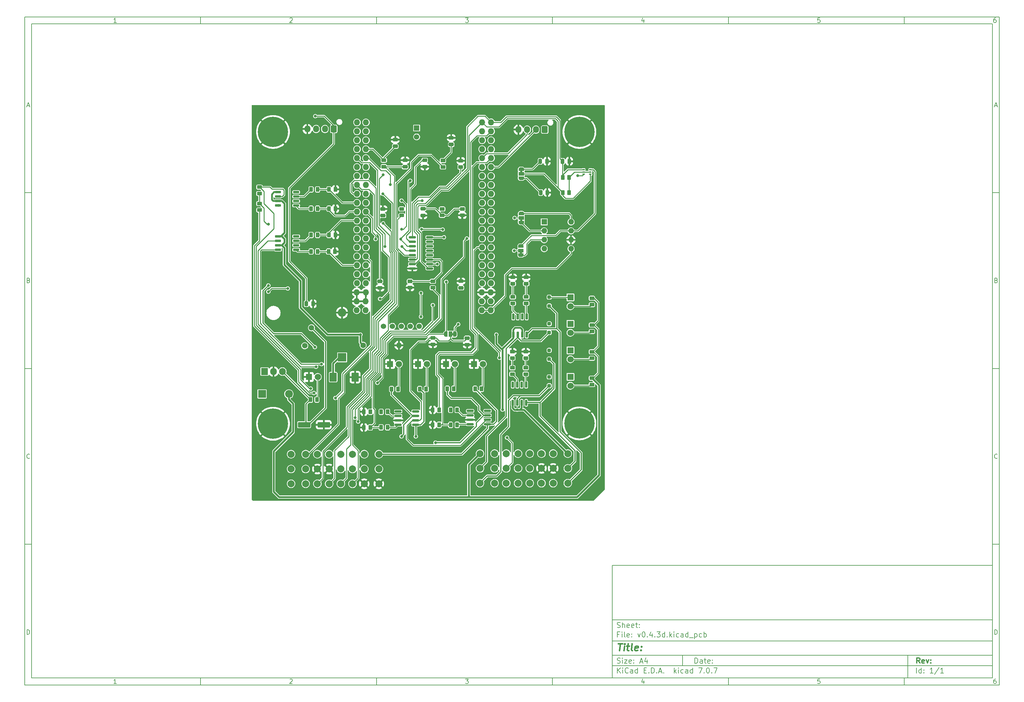
<source format=gbr>
%TF.GenerationSoftware,KiCad,Pcbnew,7.0.7*%
%TF.CreationDate,2024-10-02T11:43:54-03:00*%
%TF.ProjectId,v0.4.3d,76302e34-2e33-4642-9e6b-696361645f70,rev?*%
%TF.SameCoordinates,Original*%
%TF.FileFunction,Copper,L1,Top*%
%TF.FilePolarity,Positive*%
%FSLAX46Y46*%
G04 Gerber Fmt 4.6, Leading zero omitted, Abs format (unit mm)*
G04 Created by KiCad (PCBNEW 7.0.7) date 2024-10-02 11:43:54*
%MOMM*%
%LPD*%
G01*
G04 APERTURE LIST*
G04 Aperture macros list*
%AMRoundRect*
0 Rectangle with rounded corners*
0 $1 Rounding radius*
0 $2 $3 $4 $5 $6 $7 $8 $9 X,Y pos of 4 corners*
0 Add a 4 corners polygon primitive as box body*
4,1,4,$2,$3,$4,$5,$6,$7,$8,$9,$2,$3,0*
0 Add four circle primitives for the rounded corners*
1,1,$1+$1,$2,$3*
1,1,$1+$1,$4,$5*
1,1,$1+$1,$6,$7*
1,1,$1+$1,$8,$9*
0 Add four rect primitives between the rounded corners*
20,1,$1+$1,$2,$3,$4,$5,0*
20,1,$1+$1,$4,$5,$6,$7,0*
20,1,$1+$1,$6,$7,$8,$9,0*
20,1,$1+$1,$8,$9,$2,$3,0*%
%AMFreePoly0*
4,1,19,0.550000,-0.750000,0.000000,-0.750000,0.000000,-0.744911,-0.071157,-0.744911,-0.207708,-0.704816,-0.327430,-0.627875,-0.420627,-0.520320,-0.479746,-0.390866,-0.500000,-0.250000,-0.500000,0.250000,-0.479746,0.390866,-0.420627,0.520320,-0.327430,0.627875,-0.207708,0.704816,-0.071157,0.744911,0.000000,0.744911,0.000000,0.750000,0.550000,0.750000,0.550000,-0.750000,0.550000,-0.750000,
$1*%
%AMFreePoly1*
4,1,19,0.000000,0.744911,0.071157,0.744911,0.207708,0.704816,0.327430,0.627875,0.420627,0.520320,0.479746,0.390866,0.500000,0.250000,0.500000,-0.250000,0.479746,-0.390866,0.420627,-0.520320,0.327430,-0.627875,0.207708,-0.704816,0.071157,-0.744911,0.000000,-0.744911,0.000000,-0.750000,-0.550000,-0.750000,-0.550000,0.750000,0.000000,0.750000,0.000000,0.744911,0.000000,0.744911,
$1*%
G04 Aperture macros list end*
%ADD10C,0.100000*%
%ADD11C,0.150000*%
%ADD12C,0.300000*%
%ADD13C,0.400000*%
%TA.AperFunction,SMDPad,CuDef*%
%ADD14RoundRect,0.150000X-0.150000X0.725000X-0.150000X-0.725000X0.150000X-0.725000X0.150000X0.725000X0*%
%TD*%
%TA.AperFunction,SMDPad,CuDef*%
%ADD15RoundRect,0.150000X0.725000X0.150000X-0.725000X0.150000X-0.725000X-0.150000X0.725000X-0.150000X0*%
%TD*%
%TA.AperFunction,SMDPad,CuDef*%
%ADD16RoundRect,0.250000X0.450000X-0.262500X0.450000X0.262500X-0.450000X0.262500X-0.450000X-0.262500X0*%
%TD*%
%TA.AperFunction,SMDPad,CuDef*%
%ADD17RoundRect,0.250000X-0.450000X0.262500X-0.450000X-0.262500X0.450000X-0.262500X0.450000X0.262500X0*%
%TD*%
%TA.AperFunction,SMDPad,CuDef*%
%ADD18RoundRect,0.250000X-1.500000X-0.550000X1.500000X-0.550000X1.500000X0.550000X-1.500000X0.550000X0*%
%TD*%
%TA.AperFunction,SMDPad,CuDef*%
%ADD19RoundRect,0.250000X0.250000X0.475000X-0.250000X0.475000X-0.250000X-0.475000X0.250000X-0.475000X0*%
%TD*%
%TA.AperFunction,SMDPad,CuDef*%
%ADD20RoundRect,0.250000X0.262500X0.450000X-0.262500X0.450000X-0.262500X-0.450000X0.262500X-0.450000X0*%
%TD*%
%TA.AperFunction,ComponentPad*%
%ADD21R,1.800000X1.800000*%
%TD*%
%TA.AperFunction,ComponentPad*%
%ADD22C,1.800000*%
%TD*%
%TA.AperFunction,ComponentPad*%
%ADD23RoundRect,0.250000X0.600000X0.725000X-0.600000X0.725000X-0.600000X-0.725000X0.600000X-0.725000X0*%
%TD*%
%TA.AperFunction,ComponentPad*%
%ADD24O,1.700000X1.950000*%
%TD*%
%TA.AperFunction,SMDPad,CuDef*%
%ADD25RoundRect,0.250000X-0.250000X-0.475000X0.250000X-0.475000X0.250000X0.475000X-0.250000X0.475000X0*%
%TD*%
%TA.AperFunction,SMDPad,CuDef*%
%ADD26RoundRect,0.250000X-0.262500X-0.450000X0.262500X-0.450000X0.262500X0.450000X-0.262500X0.450000X0*%
%TD*%
%TA.AperFunction,ComponentPad*%
%ADD27C,0.900000*%
%TD*%
%TA.AperFunction,ComponentPad*%
%ADD28C,8.600000*%
%TD*%
%TA.AperFunction,SMDPad,CuDef*%
%ADD29R,0.650000X0.400000*%
%TD*%
%TA.AperFunction,SMDPad,CuDef*%
%ADD30FreePoly0,90.000000*%
%TD*%
%TA.AperFunction,SMDPad,CuDef*%
%ADD31R,1.500000X1.000000*%
%TD*%
%TA.AperFunction,SMDPad,CuDef*%
%ADD32FreePoly1,90.000000*%
%TD*%
%TA.AperFunction,SMDPad,CuDef*%
%ADD33RoundRect,0.150000X-0.825000X-0.150000X0.825000X-0.150000X0.825000X0.150000X-0.825000X0.150000X0*%
%TD*%
%TA.AperFunction,ComponentPad*%
%ADD34R,2.400000X2.400000*%
%TD*%
%TA.AperFunction,ComponentPad*%
%ADD35O,2.400000X2.400000*%
%TD*%
%TA.AperFunction,ComponentPad*%
%ADD36O,1.727200X1.727200*%
%TD*%
%TA.AperFunction,ComponentPad*%
%ADD37C,1.524000*%
%TD*%
%TA.AperFunction,ComponentPad*%
%ADD38R,1.524000X1.524000*%
%TD*%
%TA.AperFunction,SMDPad,CuDef*%
%ADD39RoundRect,0.250000X0.475000X-0.250000X0.475000X0.250000X-0.475000X0.250000X-0.475000X-0.250000X0*%
%TD*%
%TA.AperFunction,SMDPad,CuDef*%
%ADD40RoundRect,0.250000X0.250000X-0.250000X0.250000X0.250000X-0.250000X0.250000X-0.250000X-0.250000X0*%
%TD*%
%TA.AperFunction,ComponentPad*%
%ADD41R,2.200000X2.200000*%
%TD*%
%TA.AperFunction,ComponentPad*%
%ADD42O,2.200000X2.200000*%
%TD*%
%TA.AperFunction,ComponentPad*%
%ADD43C,1.600000*%
%TD*%
%TA.AperFunction,ComponentPad*%
%ADD44O,1.600000X1.600000*%
%TD*%
%TA.AperFunction,ComponentPad*%
%ADD45C,1.560000*%
%TD*%
%TA.AperFunction,SMDPad,CuDef*%
%ADD46RoundRect,0.250000X-0.475000X0.250000X-0.475000X-0.250000X0.475000X-0.250000X0.475000X0.250000X0*%
%TD*%
%TA.AperFunction,SMDPad,CuDef*%
%ADD47FreePoly0,270.000000*%
%TD*%
%TA.AperFunction,SMDPad,CuDef*%
%ADD48FreePoly1,270.000000*%
%TD*%
%TA.AperFunction,SMDPad,CuDef*%
%ADD49FreePoly0,180.000000*%
%TD*%
%TA.AperFunction,SMDPad,CuDef*%
%ADD50R,1.000000X1.500000*%
%TD*%
%TA.AperFunction,SMDPad,CuDef*%
%ADD51FreePoly1,180.000000*%
%TD*%
%TA.AperFunction,ComponentPad*%
%ADD52R,1.600000X1.600000*%
%TD*%
%TA.AperFunction,ComponentPad*%
%ADD53R,1.905000X2.000000*%
%TD*%
%TA.AperFunction,ComponentPad*%
%ADD54O,1.905000X2.000000*%
%TD*%
%TA.AperFunction,ComponentPad*%
%ADD55C,2.000000*%
%TD*%
%TA.AperFunction,SMDPad,CuDef*%
%ADD56RoundRect,0.250000X-0.787500X-1.025000X0.787500X-1.025000X0.787500X1.025000X-0.787500X1.025000X0*%
%TD*%
%TA.AperFunction,ViaPad*%
%ADD57C,0.800000*%
%TD*%
%TA.AperFunction,Conductor*%
%ADD58C,0.350000*%
%TD*%
%TA.AperFunction,Conductor*%
%ADD59C,0.250000*%
%TD*%
%TA.AperFunction,Conductor*%
%ADD60C,0.500000*%
%TD*%
%TA.AperFunction,Conductor*%
%ADD61C,0.200000*%
%TD*%
G04 APERTURE END LIST*
D10*
D11*
X177002200Y-166007200D02*
X285002200Y-166007200D01*
X285002200Y-198007200D01*
X177002200Y-198007200D01*
X177002200Y-166007200D01*
D10*
D11*
X10000000Y-10000000D02*
X287002200Y-10000000D01*
X287002200Y-200007200D01*
X10000000Y-200007200D01*
X10000000Y-10000000D01*
D10*
D11*
X12000000Y-12000000D02*
X285002200Y-12000000D01*
X285002200Y-198007200D01*
X12000000Y-198007200D01*
X12000000Y-12000000D01*
D10*
D11*
X60000000Y-12000000D02*
X60000000Y-10000000D01*
D10*
D11*
X110000000Y-12000000D02*
X110000000Y-10000000D01*
D10*
D11*
X160000000Y-12000000D02*
X160000000Y-10000000D01*
D10*
D11*
X210000000Y-12000000D02*
X210000000Y-10000000D01*
D10*
D11*
X260000000Y-12000000D02*
X260000000Y-10000000D01*
D10*
D11*
X36089160Y-11593604D02*
X35346303Y-11593604D01*
X35717731Y-11593604D02*
X35717731Y-10293604D01*
X35717731Y-10293604D02*
X35593922Y-10479319D01*
X35593922Y-10479319D02*
X35470112Y-10603128D01*
X35470112Y-10603128D02*
X35346303Y-10665033D01*
D10*
D11*
X85346303Y-10417414D02*
X85408207Y-10355509D01*
X85408207Y-10355509D02*
X85532017Y-10293604D01*
X85532017Y-10293604D02*
X85841541Y-10293604D01*
X85841541Y-10293604D02*
X85965350Y-10355509D01*
X85965350Y-10355509D02*
X86027255Y-10417414D01*
X86027255Y-10417414D02*
X86089160Y-10541223D01*
X86089160Y-10541223D02*
X86089160Y-10665033D01*
X86089160Y-10665033D02*
X86027255Y-10850747D01*
X86027255Y-10850747D02*
X85284398Y-11593604D01*
X85284398Y-11593604D02*
X86089160Y-11593604D01*
D10*
D11*
X135284398Y-10293604D02*
X136089160Y-10293604D01*
X136089160Y-10293604D02*
X135655826Y-10788842D01*
X135655826Y-10788842D02*
X135841541Y-10788842D01*
X135841541Y-10788842D02*
X135965350Y-10850747D01*
X135965350Y-10850747D02*
X136027255Y-10912652D01*
X136027255Y-10912652D02*
X136089160Y-11036461D01*
X136089160Y-11036461D02*
X136089160Y-11345985D01*
X136089160Y-11345985D02*
X136027255Y-11469795D01*
X136027255Y-11469795D02*
X135965350Y-11531700D01*
X135965350Y-11531700D02*
X135841541Y-11593604D01*
X135841541Y-11593604D02*
X135470112Y-11593604D01*
X135470112Y-11593604D02*
X135346303Y-11531700D01*
X135346303Y-11531700D02*
X135284398Y-11469795D01*
D10*
D11*
X185965350Y-10726938D02*
X185965350Y-11593604D01*
X185655826Y-10231700D02*
X185346303Y-11160271D01*
X185346303Y-11160271D02*
X186151064Y-11160271D01*
D10*
D11*
X236027255Y-10293604D02*
X235408207Y-10293604D01*
X235408207Y-10293604D02*
X235346303Y-10912652D01*
X235346303Y-10912652D02*
X235408207Y-10850747D01*
X235408207Y-10850747D02*
X235532017Y-10788842D01*
X235532017Y-10788842D02*
X235841541Y-10788842D01*
X235841541Y-10788842D02*
X235965350Y-10850747D01*
X235965350Y-10850747D02*
X236027255Y-10912652D01*
X236027255Y-10912652D02*
X236089160Y-11036461D01*
X236089160Y-11036461D02*
X236089160Y-11345985D01*
X236089160Y-11345985D02*
X236027255Y-11469795D01*
X236027255Y-11469795D02*
X235965350Y-11531700D01*
X235965350Y-11531700D02*
X235841541Y-11593604D01*
X235841541Y-11593604D02*
X235532017Y-11593604D01*
X235532017Y-11593604D02*
X235408207Y-11531700D01*
X235408207Y-11531700D02*
X235346303Y-11469795D01*
D10*
D11*
X285965350Y-10293604D02*
X285717731Y-10293604D01*
X285717731Y-10293604D02*
X285593922Y-10355509D01*
X285593922Y-10355509D02*
X285532017Y-10417414D01*
X285532017Y-10417414D02*
X285408207Y-10603128D01*
X285408207Y-10603128D02*
X285346303Y-10850747D01*
X285346303Y-10850747D02*
X285346303Y-11345985D01*
X285346303Y-11345985D02*
X285408207Y-11469795D01*
X285408207Y-11469795D02*
X285470112Y-11531700D01*
X285470112Y-11531700D02*
X285593922Y-11593604D01*
X285593922Y-11593604D02*
X285841541Y-11593604D01*
X285841541Y-11593604D02*
X285965350Y-11531700D01*
X285965350Y-11531700D02*
X286027255Y-11469795D01*
X286027255Y-11469795D02*
X286089160Y-11345985D01*
X286089160Y-11345985D02*
X286089160Y-11036461D01*
X286089160Y-11036461D02*
X286027255Y-10912652D01*
X286027255Y-10912652D02*
X285965350Y-10850747D01*
X285965350Y-10850747D02*
X285841541Y-10788842D01*
X285841541Y-10788842D02*
X285593922Y-10788842D01*
X285593922Y-10788842D02*
X285470112Y-10850747D01*
X285470112Y-10850747D02*
X285408207Y-10912652D01*
X285408207Y-10912652D02*
X285346303Y-11036461D01*
D10*
D11*
X60000000Y-198007200D02*
X60000000Y-200007200D01*
D10*
D11*
X110000000Y-198007200D02*
X110000000Y-200007200D01*
D10*
D11*
X160000000Y-198007200D02*
X160000000Y-200007200D01*
D10*
D11*
X210000000Y-198007200D02*
X210000000Y-200007200D01*
D10*
D11*
X260000000Y-198007200D02*
X260000000Y-200007200D01*
D10*
D11*
X36089160Y-199600804D02*
X35346303Y-199600804D01*
X35717731Y-199600804D02*
X35717731Y-198300804D01*
X35717731Y-198300804D02*
X35593922Y-198486519D01*
X35593922Y-198486519D02*
X35470112Y-198610328D01*
X35470112Y-198610328D02*
X35346303Y-198672233D01*
D10*
D11*
X85346303Y-198424614D02*
X85408207Y-198362709D01*
X85408207Y-198362709D02*
X85532017Y-198300804D01*
X85532017Y-198300804D02*
X85841541Y-198300804D01*
X85841541Y-198300804D02*
X85965350Y-198362709D01*
X85965350Y-198362709D02*
X86027255Y-198424614D01*
X86027255Y-198424614D02*
X86089160Y-198548423D01*
X86089160Y-198548423D02*
X86089160Y-198672233D01*
X86089160Y-198672233D02*
X86027255Y-198857947D01*
X86027255Y-198857947D02*
X85284398Y-199600804D01*
X85284398Y-199600804D02*
X86089160Y-199600804D01*
D10*
D11*
X135284398Y-198300804D02*
X136089160Y-198300804D01*
X136089160Y-198300804D02*
X135655826Y-198796042D01*
X135655826Y-198796042D02*
X135841541Y-198796042D01*
X135841541Y-198796042D02*
X135965350Y-198857947D01*
X135965350Y-198857947D02*
X136027255Y-198919852D01*
X136027255Y-198919852D02*
X136089160Y-199043661D01*
X136089160Y-199043661D02*
X136089160Y-199353185D01*
X136089160Y-199353185D02*
X136027255Y-199476995D01*
X136027255Y-199476995D02*
X135965350Y-199538900D01*
X135965350Y-199538900D02*
X135841541Y-199600804D01*
X135841541Y-199600804D02*
X135470112Y-199600804D01*
X135470112Y-199600804D02*
X135346303Y-199538900D01*
X135346303Y-199538900D02*
X135284398Y-199476995D01*
D10*
D11*
X185965350Y-198734138D02*
X185965350Y-199600804D01*
X185655826Y-198238900D02*
X185346303Y-199167471D01*
X185346303Y-199167471D02*
X186151064Y-199167471D01*
D10*
D11*
X236027255Y-198300804D02*
X235408207Y-198300804D01*
X235408207Y-198300804D02*
X235346303Y-198919852D01*
X235346303Y-198919852D02*
X235408207Y-198857947D01*
X235408207Y-198857947D02*
X235532017Y-198796042D01*
X235532017Y-198796042D02*
X235841541Y-198796042D01*
X235841541Y-198796042D02*
X235965350Y-198857947D01*
X235965350Y-198857947D02*
X236027255Y-198919852D01*
X236027255Y-198919852D02*
X236089160Y-199043661D01*
X236089160Y-199043661D02*
X236089160Y-199353185D01*
X236089160Y-199353185D02*
X236027255Y-199476995D01*
X236027255Y-199476995D02*
X235965350Y-199538900D01*
X235965350Y-199538900D02*
X235841541Y-199600804D01*
X235841541Y-199600804D02*
X235532017Y-199600804D01*
X235532017Y-199600804D02*
X235408207Y-199538900D01*
X235408207Y-199538900D02*
X235346303Y-199476995D01*
D10*
D11*
X285965350Y-198300804D02*
X285717731Y-198300804D01*
X285717731Y-198300804D02*
X285593922Y-198362709D01*
X285593922Y-198362709D02*
X285532017Y-198424614D01*
X285532017Y-198424614D02*
X285408207Y-198610328D01*
X285408207Y-198610328D02*
X285346303Y-198857947D01*
X285346303Y-198857947D02*
X285346303Y-199353185D01*
X285346303Y-199353185D02*
X285408207Y-199476995D01*
X285408207Y-199476995D02*
X285470112Y-199538900D01*
X285470112Y-199538900D02*
X285593922Y-199600804D01*
X285593922Y-199600804D02*
X285841541Y-199600804D01*
X285841541Y-199600804D02*
X285965350Y-199538900D01*
X285965350Y-199538900D02*
X286027255Y-199476995D01*
X286027255Y-199476995D02*
X286089160Y-199353185D01*
X286089160Y-199353185D02*
X286089160Y-199043661D01*
X286089160Y-199043661D02*
X286027255Y-198919852D01*
X286027255Y-198919852D02*
X285965350Y-198857947D01*
X285965350Y-198857947D02*
X285841541Y-198796042D01*
X285841541Y-198796042D02*
X285593922Y-198796042D01*
X285593922Y-198796042D02*
X285470112Y-198857947D01*
X285470112Y-198857947D02*
X285408207Y-198919852D01*
X285408207Y-198919852D02*
X285346303Y-199043661D01*
D10*
D11*
X10000000Y-60000000D02*
X12000000Y-60000000D01*
D10*
D11*
X10000000Y-110000000D02*
X12000000Y-110000000D01*
D10*
D11*
X10000000Y-160000000D02*
X12000000Y-160000000D01*
D10*
D11*
X10690476Y-35222176D02*
X11309523Y-35222176D01*
X10566666Y-35593604D02*
X10999999Y-34293604D01*
X10999999Y-34293604D02*
X11433333Y-35593604D01*
D10*
D11*
X11092857Y-84912652D02*
X11278571Y-84974557D01*
X11278571Y-84974557D02*
X11340476Y-85036461D01*
X11340476Y-85036461D02*
X11402380Y-85160271D01*
X11402380Y-85160271D02*
X11402380Y-85345985D01*
X11402380Y-85345985D02*
X11340476Y-85469795D01*
X11340476Y-85469795D02*
X11278571Y-85531700D01*
X11278571Y-85531700D02*
X11154761Y-85593604D01*
X11154761Y-85593604D02*
X10659523Y-85593604D01*
X10659523Y-85593604D02*
X10659523Y-84293604D01*
X10659523Y-84293604D02*
X11092857Y-84293604D01*
X11092857Y-84293604D02*
X11216666Y-84355509D01*
X11216666Y-84355509D02*
X11278571Y-84417414D01*
X11278571Y-84417414D02*
X11340476Y-84541223D01*
X11340476Y-84541223D02*
X11340476Y-84665033D01*
X11340476Y-84665033D02*
X11278571Y-84788842D01*
X11278571Y-84788842D02*
X11216666Y-84850747D01*
X11216666Y-84850747D02*
X11092857Y-84912652D01*
X11092857Y-84912652D02*
X10659523Y-84912652D01*
D10*
D11*
X11402380Y-135469795D02*
X11340476Y-135531700D01*
X11340476Y-135531700D02*
X11154761Y-135593604D01*
X11154761Y-135593604D02*
X11030952Y-135593604D01*
X11030952Y-135593604D02*
X10845238Y-135531700D01*
X10845238Y-135531700D02*
X10721428Y-135407890D01*
X10721428Y-135407890D02*
X10659523Y-135284080D01*
X10659523Y-135284080D02*
X10597619Y-135036461D01*
X10597619Y-135036461D02*
X10597619Y-134850747D01*
X10597619Y-134850747D02*
X10659523Y-134603128D01*
X10659523Y-134603128D02*
X10721428Y-134479319D01*
X10721428Y-134479319D02*
X10845238Y-134355509D01*
X10845238Y-134355509D02*
X11030952Y-134293604D01*
X11030952Y-134293604D02*
X11154761Y-134293604D01*
X11154761Y-134293604D02*
X11340476Y-134355509D01*
X11340476Y-134355509D02*
X11402380Y-134417414D01*
D10*
D11*
X10659523Y-185593604D02*
X10659523Y-184293604D01*
X10659523Y-184293604D02*
X10969047Y-184293604D01*
X10969047Y-184293604D02*
X11154761Y-184355509D01*
X11154761Y-184355509D02*
X11278571Y-184479319D01*
X11278571Y-184479319D02*
X11340476Y-184603128D01*
X11340476Y-184603128D02*
X11402380Y-184850747D01*
X11402380Y-184850747D02*
X11402380Y-185036461D01*
X11402380Y-185036461D02*
X11340476Y-185284080D01*
X11340476Y-185284080D02*
X11278571Y-185407890D01*
X11278571Y-185407890D02*
X11154761Y-185531700D01*
X11154761Y-185531700D02*
X10969047Y-185593604D01*
X10969047Y-185593604D02*
X10659523Y-185593604D01*
D10*
D11*
X287002200Y-60000000D02*
X285002200Y-60000000D01*
D10*
D11*
X287002200Y-110000000D02*
X285002200Y-110000000D01*
D10*
D11*
X287002200Y-160000000D02*
X285002200Y-160000000D01*
D10*
D11*
X285692676Y-35222176D02*
X286311723Y-35222176D01*
X285568866Y-35593604D02*
X286002199Y-34293604D01*
X286002199Y-34293604D02*
X286435533Y-35593604D01*
D10*
D11*
X286095057Y-84912652D02*
X286280771Y-84974557D01*
X286280771Y-84974557D02*
X286342676Y-85036461D01*
X286342676Y-85036461D02*
X286404580Y-85160271D01*
X286404580Y-85160271D02*
X286404580Y-85345985D01*
X286404580Y-85345985D02*
X286342676Y-85469795D01*
X286342676Y-85469795D02*
X286280771Y-85531700D01*
X286280771Y-85531700D02*
X286156961Y-85593604D01*
X286156961Y-85593604D02*
X285661723Y-85593604D01*
X285661723Y-85593604D02*
X285661723Y-84293604D01*
X285661723Y-84293604D02*
X286095057Y-84293604D01*
X286095057Y-84293604D02*
X286218866Y-84355509D01*
X286218866Y-84355509D02*
X286280771Y-84417414D01*
X286280771Y-84417414D02*
X286342676Y-84541223D01*
X286342676Y-84541223D02*
X286342676Y-84665033D01*
X286342676Y-84665033D02*
X286280771Y-84788842D01*
X286280771Y-84788842D02*
X286218866Y-84850747D01*
X286218866Y-84850747D02*
X286095057Y-84912652D01*
X286095057Y-84912652D02*
X285661723Y-84912652D01*
D10*
D11*
X286404580Y-135469795D02*
X286342676Y-135531700D01*
X286342676Y-135531700D02*
X286156961Y-135593604D01*
X286156961Y-135593604D02*
X286033152Y-135593604D01*
X286033152Y-135593604D02*
X285847438Y-135531700D01*
X285847438Y-135531700D02*
X285723628Y-135407890D01*
X285723628Y-135407890D02*
X285661723Y-135284080D01*
X285661723Y-135284080D02*
X285599819Y-135036461D01*
X285599819Y-135036461D02*
X285599819Y-134850747D01*
X285599819Y-134850747D02*
X285661723Y-134603128D01*
X285661723Y-134603128D02*
X285723628Y-134479319D01*
X285723628Y-134479319D02*
X285847438Y-134355509D01*
X285847438Y-134355509D02*
X286033152Y-134293604D01*
X286033152Y-134293604D02*
X286156961Y-134293604D01*
X286156961Y-134293604D02*
X286342676Y-134355509D01*
X286342676Y-134355509D02*
X286404580Y-134417414D01*
D10*
D11*
X285661723Y-185593604D02*
X285661723Y-184293604D01*
X285661723Y-184293604D02*
X285971247Y-184293604D01*
X285971247Y-184293604D02*
X286156961Y-184355509D01*
X286156961Y-184355509D02*
X286280771Y-184479319D01*
X286280771Y-184479319D02*
X286342676Y-184603128D01*
X286342676Y-184603128D02*
X286404580Y-184850747D01*
X286404580Y-184850747D02*
X286404580Y-185036461D01*
X286404580Y-185036461D02*
X286342676Y-185284080D01*
X286342676Y-185284080D02*
X286280771Y-185407890D01*
X286280771Y-185407890D02*
X286156961Y-185531700D01*
X286156961Y-185531700D02*
X285971247Y-185593604D01*
X285971247Y-185593604D02*
X285661723Y-185593604D01*
D10*
D11*
X200458026Y-193793328D02*
X200458026Y-192293328D01*
X200458026Y-192293328D02*
X200815169Y-192293328D01*
X200815169Y-192293328D02*
X201029455Y-192364757D01*
X201029455Y-192364757D02*
X201172312Y-192507614D01*
X201172312Y-192507614D02*
X201243741Y-192650471D01*
X201243741Y-192650471D02*
X201315169Y-192936185D01*
X201315169Y-192936185D02*
X201315169Y-193150471D01*
X201315169Y-193150471D02*
X201243741Y-193436185D01*
X201243741Y-193436185D02*
X201172312Y-193579042D01*
X201172312Y-193579042D02*
X201029455Y-193721900D01*
X201029455Y-193721900D02*
X200815169Y-193793328D01*
X200815169Y-193793328D02*
X200458026Y-193793328D01*
X202600884Y-193793328D02*
X202600884Y-193007614D01*
X202600884Y-193007614D02*
X202529455Y-192864757D01*
X202529455Y-192864757D02*
X202386598Y-192793328D01*
X202386598Y-192793328D02*
X202100884Y-192793328D01*
X202100884Y-192793328D02*
X201958026Y-192864757D01*
X202600884Y-193721900D02*
X202458026Y-193793328D01*
X202458026Y-193793328D02*
X202100884Y-193793328D01*
X202100884Y-193793328D02*
X201958026Y-193721900D01*
X201958026Y-193721900D02*
X201886598Y-193579042D01*
X201886598Y-193579042D02*
X201886598Y-193436185D01*
X201886598Y-193436185D02*
X201958026Y-193293328D01*
X201958026Y-193293328D02*
X202100884Y-193221900D01*
X202100884Y-193221900D02*
X202458026Y-193221900D01*
X202458026Y-193221900D02*
X202600884Y-193150471D01*
X203100884Y-192793328D02*
X203672312Y-192793328D01*
X203315169Y-192293328D02*
X203315169Y-193579042D01*
X203315169Y-193579042D02*
X203386598Y-193721900D01*
X203386598Y-193721900D02*
X203529455Y-193793328D01*
X203529455Y-193793328D02*
X203672312Y-193793328D01*
X204743741Y-193721900D02*
X204600884Y-193793328D01*
X204600884Y-193793328D02*
X204315170Y-193793328D01*
X204315170Y-193793328D02*
X204172312Y-193721900D01*
X204172312Y-193721900D02*
X204100884Y-193579042D01*
X204100884Y-193579042D02*
X204100884Y-193007614D01*
X204100884Y-193007614D02*
X204172312Y-192864757D01*
X204172312Y-192864757D02*
X204315170Y-192793328D01*
X204315170Y-192793328D02*
X204600884Y-192793328D01*
X204600884Y-192793328D02*
X204743741Y-192864757D01*
X204743741Y-192864757D02*
X204815170Y-193007614D01*
X204815170Y-193007614D02*
X204815170Y-193150471D01*
X204815170Y-193150471D02*
X204100884Y-193293328D01*
X205458026Y-193650471D02*
X205529455Y-193721900D01*
X205529455Y-193721900D02*
X205458026Y-193793328D01*
X205458026Y-193793328D02*
X205386598Y-193721900D01*
X205386598Y-193721900D02*
X205458026Y-193650471D01*
X205458026Y-193650471D02*
X205458026Y-193793328D01*
X205458026Y-192864757D02*
X205529455Y-192936185D01*
X205529455Y-192936185D02*
X205458026Y-193007614D01*
X205458026Y-193007614D02*
X205386598Y-192936185D01*
X205386598Y-192936185D02*
X205458026Y-192864757D01*
X205458026Y-192864757D02*
X205458026Y-193007614D01*
D10*
D11*
X177002200Y-194507200D02*
X285002200Y-194507200D01*
D10*
D11*
X178458026Y-196593328D02*
X178458026Y-195093328D01*
X179315169Y-196593328D02*
X178672312Y-195736185D01*
X179315169Y-195093328D02*
X178458026Y-195950471D01*
X179958026Y-196593328D02*
X179958026Y-195593328D01*
X179958026Y-195093328D02*
X179886598Y-195164757D01*
X179886598Y-195164757D02*
X179958026Y-195236185D01*
X179958026Y-195236185D02*
X180029455Y-195164757D01*
X180029455Y-195164757D02*
X179958026Y-195093328D01*
X179958026Y-195093328D02*
X179958026Y-195236185D01*
X181529455Y-196450471D02*
X181458027Y-196521900D01*
X181458027Y-196521900D02*
X181243741Y-196593328D01*
X181243741Y-196593328D02*
X181100884Y-196593328D01*
X181100884Y-196593328D02*
X180886598Y-196521900D01*
X180886598Y-196521900D02*
X180743741Y-196379042D01*
X180743741Y-196379042D02*
X180672312Y-196236185D01*
X180672312Y-196236185D02*
X180600884Y-195950471D01*
X180600884Y-195950471D02*
X180600884Y-195736185D01*
X180600884Y-195736185D02*
X180672312Y-195450471D01*
X180672312Y-195450471D02*
X180743741Y-195307614D01*
X180743741Y-195307614D02*
X180886598Y-195164757D01*
X180886598Y-195164757D02*
X181100884Y-195093328D01*
X181100884Y-195093328D02*
X181243741Y-195093328D01*
X181243741Y-195093328D02*
X181458027Y-195164757D01*
X181458027Y-195164757D02*
X181529455Y-195236185D01*
X182815170Y-196593328D02*
X182815170Y-195807614D01*
X182815170Y-195807614D02*
X182743741Y-195664757D01*
X182743741Y-195664757D02*
X182600884Y-195593328D01*
X182600884Y-195593328D02*
X182315170Y-195593328D01*
X182315170Y-195593328D02*
X182172312Y-195664757D01*
X182815170Y-196521900D02*
X182672312Y-196593328D01*
X182672312Y-196593328D02*
X182315170Y-196593328D01*
X182315170Y-196593328D02*
X182172312Y-196521900D01*
X182172312Y-196521900D02*
X182100884Y-196379042D01*
X182100884Y-196379042D02*
X182100884Y-196236185D01*
X182100884Y-196236185D02*
X182172312Y-196093328D01*
X182172312Y-196093328D02*
X182315170Y-196021900D01*
X182315170Y-196021900D02*
X182672312Y-196021900D01*
X182672312Y-196021900D02*
X182815170Y-195950471D01*
X184172313Y-196593328D02*
X184172313Y-195093328D01*
X184172313Y-196521900D02*
X184029455Y-196593328D01*
X184029455Y-196593328D02*
X183743741Y-196593328D01*
X183743741Y-196593328D02*
X183600884Y-196521900D01*
X183600884Y-196521900D02*
X183529455Y-196450471D01*
X183529455Y-196450471D02*
X183458027Y-196307614D01*
X183458027Y-196307614D02*
X183458027Y-195879042D01*
X183458027Y-195879042D02*
X183529455Y-195736185D01*
X183529455Y-195736185D02*
X183600884Y-195664757D01*
X183600884Y-195664757D02*
X183743741Y-195593328D01*
X183743741Y-195593328D02*
X184029455Y-195593328D01*
X184029455Y-195593328D02*
X184172313Y-195664757D01*
X186029455Y-195807614D02*
X186529455Y-195807614D01*
X186743741Y-196593328D02*
X186029455Y-196593328D01*
X186029455Y-196593328D02*
X186029455Y-195093328D01*
X186029455Y-195093328D02*
X186743741Y-195093328D01*
X187386598Y-196450471D02*
X187458027Y-196521900D01*
X187458027Y-196521900D02*
X187386598Y-196593328D01*
X187386598Y-196593328D02*
X187315170Y-196521900D01*
X187315170Y-196521900D02*
X187386598Y-196450471D01*
X187386598Y-196450471D02*
X187386598Y-196593328D01*
X188100884Y-196593328D02*
X188100884Y-195093328D01*
X188100884Y-195093328D02*
X188458027Y-195093328D01*
X188458027Y-195093328D02*
X188672313Y-195164757D01*
X188672313Y-195164757D02*
X188815170Y-195307614D01*
X188815170Y-195307614D02*
X188886599Y-195450471D01*
X188886599Y-195450471D02*
X188958027Y-195736185D01*
X188958027Y-195736185D02*
X188958027Y-195950471D01*
X188958027Y-195950471D02*
X188886599Y-196236185D01*
X188886599Y-196236185D02*
X188815170Y-196379042D01*
X188815170Y-196379042D02*
X188672313Y-196521900D01*
X188672313Y-196521900D02*
X188458027Y-196593328D01*
X188458027Y-196593328D02*
X188100884Y-196593328D01*
X189600884Y-196450471D02*
X189672313Y-196521900D01*
X189672313Y-196521900D02*
X189600884Y-196593328D01*
X189600884Y-196593328D02*
X189529456Y-196521900D01*
X189529456Y-196521900D02*
X189600884Y-196450471D01*
X189600884Y-196450471D02*
X189600884Y-196593328D01*
X190243742Y-196164757D02*
X190958028Y-196164757D01*
X190100885Y-196593328D02*
X190600885Y-195093328D01*
X190600885Y-195093328D02*
X191100885Y-196593328D01*
X191600884Y-196450471D02*
X191672313Y-196521900D01*
X191672313Y-196521900D02*
X191600884Y-196593328D01*
X191600884Y-196593328D02*
X191529456Y-196521900D01*
X191529456Y-196521900D02*
X191600884Y-196450471D01*
X191600884Y-196450471D02*
X191600884Y-196593328D01*
X194600884Y-196593328D02*
X194600884Y-195093328D01*
X194743742Y-196021900D02*
X195172313Y-196593328D01*
X195172313Y-195593328D02*
X194600884Y-196164757D01*
X195815170Y-196593328D02*
X195815170Y-195593328D01*
X195815170Y-195093328D02*
X195743742Y-195164757D01*
X195743742Y-195164757D02*
X195815170Y-195236185D01*
X195815170Y-195236185D02*
X195886599Y-195164757D01*
X195886599Y-195164757D02*
X195815170Y-195093328D01*
X195815170Y-195093328D02*
X195815170Y-195236185D01*
X197172314Y-196521900D02*
X197029456Y-196593328D01*
X197029456Y-196593328D02*
X196743742Y-196593328D01*
X196743742Y-196593328D02*
X196600885Y-196521900D01*
X196600885Y-196521900D02*
X196529456Y-196450471D01*
X196529456Y-196450471D02*
X196458028Y-196307614D01*
X196458028Y-196307614D02*
X196458028Y-195879042D01*
X196458028Y-195879042D02*
X196529456Y-195736185D01*
X196529456Y-195736185D02*
X196600885Y-195664757D01*
X196600885Y-195664757D02*
X196743742Y-195593328D01*
X196743742Y-195593328D02*
X197029456Y-195593328D01*
X197029456Y-195593328D02*
X197172314Y-195664757D01*
X198458028Y-196593328D02*
X198458028Y-195807614D01*
X198458028Y-195807614D02*
X198386599Y-195664757D01*
X198386599Y-195664757D02*
X198243742Y-195593328D01*
X198243742Y-195593328D02*
X197958028Y-195593328D01*
X197958028Y-195593328D02*
X197815170Y-195664757D01*
X198458028Y-196521900D02*
X198315170Y-196593328D01*
X198315170Y-196593328D02*
X197958028Y-196593328D01*
X197958028Y-196593328D02*
X197815170Y-196521900D01*
X197815170Y-196521900D02*
X197743742Y-196379042D01*
X197743742Y-196379042D02*
X197743742Y-196236185D01*
X197743742Y-196236185D02*
X197815170Y-196093328D01*
X197815170Y-196093328D02*
X197958028Y-196021900D01*
X197958028Y-196021900D02*
X198315170Y-196021900D01*
X198315170Y-196021900D02*
X198458028Y-195950471D01*
X199815171Y-196593328D02*
X199815171Y-195093328D01*
X199815171Y-196521900D02*
X199672313Y-196593328D01*
X199672313Y-196593328D02*
X199386599Y-196593328D01*
X199386599Y-196593328D02*
X199243742Y-196521900D01*
X199243742Y-196521900D02*
X199172313Y-196450471D01*
X199172313Y-196450471D02*
X199100885Y-196307614D01*
X199100885Y-196307614D02*
X199100885Y-195879042D01*
X199100885Y-195879042D02*
X199172313Y-195736185D01*
X199172313Y-195736185D02*
X199243742Y-195664757D01*
X199243742Y-195664757D02*
X199386599Y-195593328D01*
X199386599Y-195593328D02*
X199672313Y-195593328D01*
X199672313Y-195593328D02*
X199815171Y-195664757D01*
X201529456Y-195093328D02*
X202529456Y-195093328D01*
X202529456Y-195093328D02*
X201886599Y-196593328D01*
X203100884Y-196450471D02*
X203172313Y-196521900D01*
X203172313Y-196521900D02*
X203100884Y-196593328D01*
X203100884Y-196593328D02*
X203029456Y-196521900D01*
X203029456Y-196521900D02*
X203100884Y-196450471D01*
X203100884Y-196450471D02*
X203100884Y-196593328D01*
X204100885Y-195093328D02*
X204243742Y-195093328D01*
X204243742Y-195093328D02*
X204386599Y-195164757D01*
X204386599Y-195164757D02*
X204458028Y-195236185D01*
X204458028Y-195236185D02*
X204529456Y-195379042D01*
X204529456Y-195379042D02*
X204600885Y-195664757D01*
X204600885Y-195664757D02*
X204600885Y-196021900D01*
X204600885Y-196021900D02*
X204529456Y-196307614D01*
X204529456Y-196307614D02*
X204458028Y-196450471D01*
X204458028Y-196450471D02*
X204386599Y-196521900D01*
X204386599Y-196521900D02*
X204243742Y-196593328D01*
X204243742Y-196593328D02*
X204100885Y-196593328D01*
X204100885Y-196593328D02*
X203958028Y-196521900D01*
X203958028Y-196521900D02*
X203886599Y-196450471D01*
X203886599Y-196450471D02*
X203815170Y-196307614D01*
X203815170Y-196307614D02*
X203743742Y-196021900D01*
X203743742Y-196021900D02*
X203743742Y-195664757D01*
X203743742Y-195664757D02*
X203815170Y-195379042D01*
X203815170Y-195379042D02*
X203886599Y-195236185D01*
X203886599Y-195236185D02*
X203958028Y-195164757D01*
X203958028Y-195164757D02*
X204100885Y-195093328D01*
X205243741Y-196450471D02*
X205315170Y-196521900D01*
X205315170Y-196521900D02*
X205243741Y-196593328D01*
X205243741Y-196593328D02*
X205172313Y-196521900D01*
X205172313Y-196521900D02*
X205243741Y-196450471D01*
X205243741Y-196450471D02*
X205243741Y-196593328D01*
X205815170Y-195093328D02*
X206815170Y-195093328D01*
X206815170Y-195093328D02*
X206172313Y-196593328D01*
D10*
D11*
X177002200Y-191507200D02*
X285002200Y-191507200D01*
D10*
D12*
X264413853Y-193785528D02*
X263913853Y-193071242D01*
X263556710Y-193785528D02*
X263556710Y-192285528D01*
X263556710Y-192285528D02*
X264128139Y-192285528D01*
X264128139Y-192285528D02*
X264270996Y-192356957D01*
X264270996Y-192356957D02*
X264342425Y-192428385D01*
X264342425Y-192428385D02*
X264413853Y-192571242D01*
X264413853Y-192571242D02*
X264413853Y-192785528D01*
X264413853Y-192785528D02*
X264342425Y-192928385D01*
X264342425Y-192928385D02*
X264270996Y-192999814D01*
X264270996Y-192999814D02*
X264128139Y-193071242D01*
X264128139Y-193071242D02*
X263556710Y-193071242D01*
X265628139Y-193714100D02*
X265485282Y-193785528D01*
X265485282Y-193785528D02*
X265199568Y-193785528D01*
X265199568Y-193785528D02*
X265056710Y-193714100D01*
X265056710Y-193714100D02*
X264985282Y-193571242D01*
X264985282Y-193571242D02*
X264985282Y-192999814D01*
X264985282Y-192999814D02*
X265056710Y-192856957D01*
X265056710Y-192856957D02*
X265199568Y-192785528D01*
X265199568Y-192785528D02*
X265485282Y-192785528D01*
X265485282Y-192785528D02*
X265628139Y-192856957D01*
X265628139Y-192856957D02*
X265699568Y-192999814D01*
X265699568Y-192999814D02*
X265699568Y-193142671D01*
X265699568Y-193142671D02*
X264985282Y-193285528D01*
X266199567Y-192785528D02*
X266556710Y-193785528D01*
X266556710Y-193785528D02*
X266913853Y-192785528D01*
X267485281Y-193642671D02*
X267556710Y-193714100D01*
X267556710Y-193714100D02*
X267485281Y-193785528D01*
X267485281Y-193785528D02*
X267413853Y-193714100D01*
X267413853Y-193714100D02*
X267485281Y-193642671D01*
X267485281Y-193642671D02*
X267485281Y-193785528D01*
X267485281Y-192856957D02*
X267556710Y-192928385D01*
X267556710Y-192928385D02*
X267485281Y-192999814D01*
X267485281Y-192999814D02*
X267413853Y-192928385D01*
X267413853Y-192928385D02*
X267485281Y-192856957D01*
X267485281Y-192856957D02*
X267485281Y-192999814D01*
D10*
D11*
X178386598Y-193721900D02*
X178600884Y-193793328D01*
X178600884Y-193793328D02*
X178958026Y-193793328D01*
X178958026Y-193793328D02*
X179100884Y-193721900D01*
X179100884Y-193721900D02*
X179172312Y-193650471D01*
X179172312Y-193650471D02*
X179243741Y-193507614D01*
X179243741Y-193507614D02*
X179243741Y-193364757D01*
X179243741Y-193364757D02*
X179172312Y-193221900D01*
X179172312Y-193221900D02*
X179100884Y-193150471D01*
X179100884Y-193150471D02*
X178958026Y-193079042D01*
X178958026Y-193079042D02*
X178672312Y-193007614D01*
X178672312Y-193007614D02*
X178529455Y-192936185D01*
X178529455Y-192936185D02*
X178458026Y-192864757D01*
X178458026Y-192864757D02*
X178386598Y-192721900D01*
X178386598Y-192721900D02*
X178386598Y-192579042D01*
X178386598Y-192579042D02*
X178458026Y-192436185D01*
X178458026Y-192436185D02*
X178529455Y-192364757D01*
X178529455Y-192364757D02*
X178672312Y-192293328D01*
X178672312Y-192293328D02*
X179029455Y-192293328D01*
X179029455Y-192293328D02*
X179243741Y-192364757D01*
X179886597Y-193793328D02*
X179886597Y-192793328D01*
X179886597Y-192293328D02*
X179815169Y-192364757D01*
X179815169Y-192364757D02*
X179886597Y-192436185D01*
X179886597Y-192436185D02*
X179958026Y-192364757D01*
X179958026Y-192364757D02*
X179886597Y-192293328D01*
X179886597Y-192293328D02*
X179886597Y-192436185D01*
X180458026Y-192793328D02*
X181243741Y-192793328D01*
X181243741Y-192793328D02*
X180458026Y-193793328D01*
X180458026Y-193793328D02*
X181243741Y-193793328D01*
X182386598Y-193721900D02*
X182243741Y-193793328D01*
X182243741Y-193793328D02*
X181958027Y-193793328D01*
X181958027Y-193793328D02*
X181815169Y-193721900D01*
X181815169Y-193721900D02*
X181743741Y-193579042D01*
X181743741Y-193579042D02*
X181743741Y-193007614D01*
X181743741Y-193007614D02*
X181815169Y-192864757D01*
X181815169Y-192864757D02*
X181958027Y-192793328D01*
X181958027Y-192793328D02*
X182243741Y-192793328D01*
X182243741Y-192793328D02*
X182386598Y-192864757D01*
X182386598Y-192864757D02*
X182458027Y-193007614D01*
X182458027Y-193007614D02*
X182458027Y-193150471D01*
X182458027Y-193150471D02*
X181743741Y-193293328D01*
X183100883Y-193650471D02*
X183172312Y-193721900D01*
X183172312Y-193721900D02*
X183100883Y-193793328D01*
X183100883Y-193793328D02*
X183029455Y-193721900D01*
X183029455Y-193721900D02*
X183100883Y-193650471D01*
X183100883Y-193650471D02*
X183100883Y-193793328D01*
X183100883Y-192864757D02*
X183172312Y-192936185D01*
X183172312Y-192936185D02*
X183100883Y-193007614D01*
X183100883Y-193007614D02*
X183029455Y-192936185D01*
X183029455Y-192936185D02*
X183100883Y-192864757D01*
X183100883Y-192864757D02*
X183100883Y-193007614D01*
X184886598Y-193364757D02*
X185600884Y-193364757D01*
X184743741Y-193793328D02*
X185243741Y-192293328D01*
X185243741Y-192293328D02*
X185743741Y-193793328D01*
X186886598Y-192793328D02*
X186886598Y-193793328D01*
X186529455Y-192221900D02*
X186172312Y-193293328D01*
X186172312Y-193293328D02*
X187100883Y-193293328D01*
D10*
D11*
X263458026Y-196593328D02*
X263458026Y-195093328D01*
X264815170Y-196593328D02*
X264815170Y-195093328D01*
X264815170Y-196521900D02*
X264672312Y-196593328D01*
X264672312Y-196593328D02*
X264386598Y-196593328D01*
X264386598Y-196593328D02*
X264243741Y-196521900D01*
X264243741Y-196521900D02*
X264172312Y-196450471D01*
X264172312Y-196450471D02*
X264100884Y-196307614D01*
X264100884Y-196307614D02*
X264100884Y-195879042D01*
X264100884Y-195879042D02*
X264172312Y-195736185D01*
X264172312Y-195736185D02*
X264243741Y-195664757D01*
X264243741Y-195664757D02*
X264386598Y-195593328D01*
X264386598Y-195593328D02*
X264672312Y-195593328D01*
X264672312Y-195593328D02*
X264815170Y-195664757D01*
X265529455Y-196450471D02*
X265600884Y-196521900D01*
X265600884Y-196521900D02*
X265529455Y-196593328D01*
X265529455Y-196593328D02*
X265458027Y-196521900D01*
X265458027Y-196521900D02*
X265529455Y-196450471D01*
X265529455Y-196450471D02*
X265529455Y-196593328D01*
X265529455Y-195664757D02*
X265600884Y-195736185D01*
X265600884Y-195736185D02*
X265529455Y-195807614D01*
X265529455Y-195807614D02*
X265458027Y-195736185D01*
X265458027Y-195736185D02*
X265529455Y-195664757D01*
X265529455Y-195664757D02*
X265529455Y-195807614D01*
X268172313Y-196593328D02*
X267315170Y-196593328D01*
X267743741Y-196593328D02*
X267743741Y-195093328D01*
X267743741Y-195093328D02*
X267600884Y-195307614D01*
X267600884Y-195307614D02*
X267458027Y-195450471D01*
X267458027Y-195450471D02*
X267315170Y-195521900D01*
X269886598Y-195021900D02*
X268600884Y-196950471D01*
X271172313Y-196593328D02*
X270315170Y-196593328D01*
X270743741Y-196593328D02*
X270743741Y-195093328D01*
X270743741Y-195093328D02*
X270600884Y-195307614D01*
X270600884Y-195307614D02*
X270458027Y-195450471D01*
X270458027Y-195450471D02*
X270315170Y-195521900D01*
D10*
D11*
X177002200Y-187507200D02*
X285002200Y-187507200D01*
D10*
D13*
X178693928Y-188211638D02*
X179836785Y-188211638D01*
X179015357Y-190211638D02*
X179265357Y-188211638D01*
X180253452Y-190211638D02*
X180420119Y-188878304D01*
X180503452Y-188211638D02*
X180396309Y-188306876D01*
X180396309Y-188306876D02*
X180479643Y-188402114D01*
X180479643Y-188402114D02*
X180586786Y-188306876D01*
X180586786Y-188306876D02*
X180503452Y-188211638D01*
X180503452Y-188211638D02*
X180479643Y-188402114D01*
X181086786Y-188878304D02*
X181848690Y-188878304D01*
X181455833Y-188211638D02*
X181241548Y-189925923D01*
X181241548Y-189925923D02*
X181312976Y-190116400D01*
X181312976Y-190116400D02*
X181491548Y-190211638D01*
X181491548Y-190211638D02*
X181682024Y-190211638D01*
X182634405Y-190211638D02*
X182455833Y-190116400D01*
X182455833Y-190116400D02*
X182384405Y-189925923D01*
X182384405Y-189925923D02*
X182598690Y-188211638D01*
X184170119Y-190116400D02*
X183967738Y-190211638D01*
X183967738Y-190211638D02*
X183586785Y-190211638D01*
X183586785Y-190211638D02*
X183408214Y-190116400D01*
X183408214Y-190116400D02*
X183336785Y-189925923D01*
X183336785Y-189925923D02*
X183432024Y-189164019D01*
X183432024Y-189164019D02*
X183551071Y-188973542D01*
X183551071Y-188973542D02*
X183753452Y-188878304D01*
X183753452Y-188878304D02*
X184134404Y-188878304D01*
X184134404Y-188878304D02*
X184312976Y-188973542D01*
X184312976Y-188973542D02*
X184384404Y-189164019D01*
X184384404Y-189164019D02*
X184360595Y-189354495D01*
X184360595Y-189354495D02*
X183384404Y-189544971D01*
X185134405Y-190021161D02*
X185217738Y-190116400D01*
X185217738Y-190116400D02*
X185110595Y-190211638D01*
X185110595Y-190211638D02*
X185027262Y-190116400D01*
X185027262Y-190116400D02*
X185134405Y-190021161D01*
X185134405Y-190021161D02*
X185110595Y-190211638D01*
X185265357Y-188973542D02*
X185348690Y-189068780D01*
X185348690Y-189068780D02*
X185241548Y-189164019D01*
X185241548Y-189164019D02*
X185158214Y-189068780D01*
X185158214Y-189068780D02*
X185265357Y-188973542D01*
X185265357Y-188973542D02*
X185241548Y-189164019D01*
D10*
D11*
X178958026Y-185607614D02*
X178458026Y-185607614D01*
X178458026Y-186393328D02*
X178458026Y-184893328D01*
X178458026Y-184893328D02*
X179172312Y-184893328D01*
X179743740Y-186393328D02*
X179743740Y-185393328D01*
X179743740Y-184893328D02*
X179672312Y-184964757D01*
X179672312Y-184964757D02*
X179743740Y-185036185D01*
X179743740Y-185036185D02*
X179815169Y-184964757D01*
X179815169Y-184964757D02*
X179743740Y-184893328D01*
X179743740Y-184893328D02*
X179743740Y-185036185D01*
X180672312Y-186393328D02*
X180529455Y-186321900D01*
X180529455Y-186321900D02*
X180458026Y-186179042D01*
X180458026Y-186179042D02*
X180458026Y-184893328D01*
X181815169Y-186321900D02*
X181672312Y-186393328D01*
X181672312Y-186393328D02*
X181386598Y-186393328D01*
X181386598Y-186393328D02*
X181243740Y-186321900D01*
X181243740Y-186321900D02*
X181172312Y-186179042D01*
X181172312Y-186179042D02*
X181172312Y-185607614D01*
X181172312Y-185607614D02*
X181243740Y-185464757D01*
X181243740Y-185464757D02*
X181386598Y-185393328D01*
X181386598Y-185393328D02*
X181672312Y-185393328D01*
X181672312Y-185393328D02*
X181815169Y-185464757D01*
X181815169Y-185464757D02*
X181886598Y-185607614D01*
X181886598Y-185607614D02*
X181886598Y-185750471D01*
X181886598Y-185750471D02*
X181172312Y-185893328D01*
X182529454Y-186250471D02*
X182600883Y-186321900D01*
X182600883Y-186321900D02*
X182529454Y-186393328D01*
X182529454Y-186393328D02*
X182458026Y-186321900D01*
X182458026Y-186321900D02*
X182529454Y-186250471D01*
X182529454Y-186250471D02*
X182529454Y-186393328D01*
X182529454Y-185464757D02*
X182600883Y-185536185D01*
X182600883Y-185536185D02*
X182529454Y-185607614D01*
X182529454Y-185607614D02*
X182458026Y-185536185D01*
X182458026Y-185536185D02*
X182529454Y-185464757D01*
X182529454Y-185464757D02*
X182529454Y-185607614D01*
X184243740Y-185393328D02*
X184600883Y-186393328D01*
X184600883Y-186393328D02*
X184958026Y-185393328D01*
X185815169Y-184893328D02*
X185958026Y-184893328D01*
X185958026Y-184893328D02*
X186100883Y-184964757D01*
X186100883Y-184964757D02*
X186172312Y-185036185D01*
X186172312Y-185036185D02*
X186243740Y-185179042D01*
X186243740Y-185179042D02*
X186315169Y-185464757D01*
X186315169Y-185464757D02*
X186315169Y-185821900D01*
X186315169Y-185821900D02*
X186243740Y-186107614D01*
X186243740Y-186107614D02*
X186172312Y-186250471D01*
X186172312Y-186250471D02*
X186100883Y-186321900D01*
X186100883Y-186321900D02*
X185958026Y-186393328D01*
X185958026Y-186393328D02*
X185815169Y-186393328D01*
X185815169Y-186393328D02*
X185672312Y-186321900D01*
X185672312Y-186321900D02*
X185600883Y-186250471D01*
X185600883Y-186250471D02*
X185529454Y-186107614D01*
X185529454Y-186107614D02*
X185458026Y-185821900D01*
X185458026Y-185821900D02*
X185458026Y-185464757D01*
X185458026Y-185464757D02*
X185529454Y-185179042D01*
X185529454Y-185179042D02*
X185600883Y-185036185D01*
X185600883Y-185036185D02*
X185672312Y-184964757D01*
X185672312Y-184964757D02*
X185815169Y-184893328D01*
X186958025Y-186250471D02*
X187029454Y-186321900D01*
X187029454Y-186321900D02*
X186958025Y-186393328D01*
X186958025Y-186393328D02*
X186886597Y-186321900D01*
X186886597Y-186321900D02*
X186958025Y-186250471D01*
X186958025Y-186250471D02*
X186958025Y-186393328D01*
X188315169Y-185393328D02*
X188315169Y-186393328D01*
X187958026Y-184821900D02*
X187600883Y-185893328D01*
X187600883Y-185893328D02*
X188529454Y-185893328D01*
X189100882Y-186250471D02*
X189172311Y-186321900D01*
X189172311Y-186321900D02*
X189100882Y-186393328D01*
X189100882Y-186393328D02*
X189029454Y-186321900D01*
X189029454Y-186321900D02*
X189100882Y-186250471D01*
X189100882Y-186250471D02*
X189100882Y-186393328D01*
X189672311Y-184893328D02*
X190600883Y-184893328D01*
X190600883Y-184893328D02*
X190100883Y-185464757D01*
X190100883Y-185464757D02*
X190315168Y-185464757D01*
X190315168Y-185464757D02*
X190458026Y-185536185D01*
X190458026Y-185536185D02*
X190529454Y-185607614D01*
X190529454Y-185607614D02*
X190600883Y-185750471D01*
X190600883Y-185750471D02*
X190600883Y-186107614D01*
X190600883Y-186107614D02*
X190529454Y-186250471D01*
X190529454Y-186250471D02*
X190458026Y-186321900D01*
X190458026Y-186321900D02*
X190315168Y-186393328D01*
X190315168Y-186393328D02*
X189886597Y-186393328D01*
X189886597Y-186393328D02*
X189743740Y-186321900D01*
X189743740Y-186321900D02*
X189672311Y-186250471D01*
X191886597Y-186393328D02*
X191886597Y-184893328D01*
X191886597Y-186321900D02*
X191743739Y-186393328D01*
X191743739Y-186393328D02*
X191458025Y-186393328D01*
X191458025Y-186393328D02*
X191315168Y-186321900D01*
X191315168Y-186321900D02*
X191243739Y-186250471D01*
X191243739Y-186250471D02*
X191172311Y-186107614D01*
X191172311Y-186107614D02*
X191172311Y-185679042D01*
X191172311Y-185679042D02*
X191243739Y-185536185D01*
X191243739Y-185536185D02*
X191315168Y-185464757D01*
X191315168Y-185464757D02*
X191458025Y-185393328D01*
X191458025Y-185393328D02*
X191743739Y-185393328D01*
X191743739Y-185393328D02*
X191886597Y-185464757D01*
X192600882Y-186250471D02*
X192672311Y-186321900D01*
X192672311Y-186321900D02*
X192600882Y-186393328D01*
X192600882Y-186393328D02*
X192529454Y-186321900D01*
X192529454Y-186321900D02*
X192600882Y-186250471D01*
X192600882Y-186250471D02*
X192600882Y-186393328D01*
X193315168Y-186393328D02*
X193315168Y-184893328D01*
X193458026Y-185821900D02*
X193886597Y-186393328D01*
X193886597Y-185393328D02*
X193315168Y-185964757D01*
X194529454Y-186393328D02*
X194529454Y-185393328D01*
X194529454Y-184893328D02*
X194458026Y-184964757D01*
X194458026Y-184964757D02*
X194529454Y-185036185D01*
X194529454Y-185036185D02*
X194600883Y-184964757D01*
X194600883Y-184964757D02*
X194529454Y-184893328D01*
X194529454Y-184893328D02*
X194529454Y-185036185D01*
X195886598Y-186321900D02*
X195743740Y-186393328D01*
X195743740Y-186393328D02*
X195458026Y-186393328D01*
X195458026Y-186393328D02*
X195315169Y-186321900D01*
X195315169Y-186321900D02*
X195243740Y-186250471D01*
X195243740Y-186250471D02*
X195172312Y-186107614D01*
X195172312Y-186107614D02*
X195172312Y-185679042D01*
X195172312Y-185679042D02*
X195243740Y-185536185D01*
X195243740Y-185536185D02*
X195315169Y-185464757D01*
X195315169Y-185464757D02*
X195458026Y-185393328D01*
X195458026Y-185393328D02*
X195743740Y-185393328D01*
X195743740Y-185393328D02*
X195886598Y-185464757D01*
X197172312Y-186393328D02*
X197172312Y-185607614D01*
X197172312Y-185607614D02*
X197100883Y-185464757D01*
X197100883Y-185464757D02*
X196958026Y-185393328D01*
X196958026Y-185393328D02*
X196672312Y-185393328D01*
X196672312Y-185393328D02*
X196529454Y-185464757D01*
X197172312Y-186321900D02*
X197029454Y-186393328D01*
X197029454Y-186393328D02*
X196672312Y-186393328D01*
X196672312Y-186393328D02*
X196529454Y-186321900D01*
X196529454Y-186321900D02*
X196458026Y-186179042D01*
X196458026Y-186179042D02*
X196458026Y-186036185D01*
X196458026Y-186036185D02*
X196529454Y-185893328D01*
X196529454Y-185893328D02*
X196672312Y-185821900D01*
X196672312Y-185821900D02*
X197029454Y-185821900D01*
X197029454Y-185821900D02*
X197172312Y-185750471D01*
X198529455Y-186393328D02*
X198529455Y-184893328D01*
X198529455Y-186321900D02*
X198386597Y-186393328D01*
X198386597Y-186393328D02*
X198100883Y-186393328D01*
X198100883Y-186393328D02*
X197958026Y-186321900D01*
X197958026Y-186321900D02*
X197886597Y-186250471D01*
X197886597Y-186250471D02*
X197815169Y-186107614D01*
X197815169Y-186107614D02*
X197815169Y-185679042D01*
X197815169Y-185679042D02*
X197886597Y-185536185D01*
X197886597Y-185536185D02*
X197958026Y-185464757D01*
X197958026Y-185464757D02*
X198100883Y-185393328D01*
X198100883Y-185393328D02*
X198386597Y-185393328D01*
X198386597Y-185393328D02*
X198529455Y-185464757D01*
X198886598Y-186536185D02*
X200029455Y-186536185D01*
X200386597Y-185393328D02*
X200386597Y-186893328D01*
X200386597Y-185464757D02*
X200529455Y-185393328D01*
X200529455Y-185393328D02*
X200815169Y-185393328D01*
X200815169Y-185393328D02*
X200958026Y-185464757D01*
X200958026Y-185464757D02*
X201029455Y-185536185D01*
X201029455Y-185536185D02*
X201100883Y-185679042D01*
X201100883Y-185679042D02*
X201100883Y-186107614D01*
X201100883Y-186107614D02*
X201029455Y-186250471D01*
X201029455Y-186250471D02*
X200958026Y-186321900D01*
X200958026Y-186321900D02*
X200815169Y-186393328D01*
X200815169Y-186393328D02*
X200529455Y-186393328D01*
X200529455Y-186393328D02*
X200386597Y-186321900D01*
X202386598Y-186321900D02*
X202243740Y-186393328D01*
X202243740Y-186393328D02*
X201958026Y-186393328D01*
X201958026Y-186393328D02*
X201815169Y-186321900D01*
X201815169Y-186321900D02*
X201743740Y-186250471D01*
X201743740Y-186250471D02*
X201672312Y-186107614D01*
X201672312Y-186107614D02*
X201672312Y-185679042D01*
X201672312Y-185679042D02*
X201743740Y-185536185D01*
X201743740Y-185536185D02*
X201815169Y-185464757D01*
X201815169Y-185464757D02*
X201958026Y-185393328D01*
X201958026Y-185393328D02*
X202243740Y-185393328D01*
X202243740Y-185393328D02*
X202386598Y-185464757D01*
X203029454Y-186393328D02*
X203029454Y-184893328D01*
X203029454Y-185464757D02*
X203172312Y-185393328D01*
X203172312Y-185393328D02*
X203458026Y-185393328D01*
X203458026Y-185393328D02*
X203600883Y-185464757D01*
X203600883Y-185464757D02*
X203672312Y-185536185D01*
X203672312Y-185536185D02*
X203743740Y-185679042D01*
X203743740Y-185679042D02*
X203743740Y-186107614D01*
X203743740Y-186107614D02*
X203672312Y-186250471D01*
X203672312Y-186250471D02*
X203600883Y-186321900D01*
X203600883Y-186321900D02*
X203458026Y-186393328D01*
X203458026Y-186393328D02*
X203172312Y-186393328D01*
X203172312Y-186393328D02*
X203029454Y-186321900D01*
D10*
D11*
X177002200Y-181507200D02*
X285002200Y-181507200D01*
D10*
D11*
X178386598Y-183621900D02*
X178600884Y-183693328D01*
X178600884Y-183693328D02*
X178958026Y-183693328D01*
X178958026Y-183693328D02*
X179100884Y-183621900D01*
X179100884Y-183621900D02*
X179172312Y-183550471D01*
X179172312Y-183550471D02*
X179243741Y-183407614D01*
X179243741Y-183407614D02*
X179243741Y-183264757D01*
X179243741Y-183264757D02*
X179172312Y-183121900D01*
X179172312Y-183121900D02*
X179100884Y-183050471D01*
X179100884Y-183050471D02*
X178958026Y-182979042D01*
X178958026Y-182979042D02*
X178672312Y-182907614D01*
X178672312Y-182907614D02*
X178529455Y-182836185D01*
X178529455Y-182836185D02*
X178458026Y-182764757D01*
X178458026Y-182764757D02*
X178386598Y-182621900D01*
X178386598Y-182621900D02*
X178386598Y-182479042D01*
X178386598Y-182479042D02*
X178458026Y-182336185D01*
X178458026Y-182336185D02*
X178529455Y-182264757D01*
X178529455Y-182264757D02*
X178672312Y-182193328D01*
X178672312Y-182193328D02*
X179029455Y-182193328D01*
X179029455Y-182193328D02*
X179243741Y-182264757D01*
X179886597Y-183693328D02*
X179886597Y-182193328D01*
X180529455Y-183693328D02*
X180529455Y-182907614D01*
X180529455Y-182907614D02*
X180458026Y-182764757D01*
X180458026Y-182764757D02*
X180315169Y-182693328D01*
X180315169Y-182693328D02*
X180100883Y-182693328D01*
X180100883Y-182693328D02*
X179958026Y-182764757D01*
X179958026Y-182764757D02*
X179886597Y-182836185D01*
X181815169Y-183621900D02*
X181672312Y-183693328D01*
X181672312Y-183693328D02*
X181386598Y-183693328D01*
X181386598Y-183693328D02*
X181243740Y-183621900D01*
X181243740Y-183621900D02*
X181172312Y-183479042D01*
X181172312Y-183479042D02*
X181172312Y-182907614D01*
X181172312Y-182907614D02*
X181243740Y-182764757D01*
X181243740Y-182764757D02*
X181386598Y-182693328D01*
X181386598Y-182693328D02*
X181672312Y-182693328D01*
X181672312Y-182693328D02*
X181815169Y-182764757D01*
X181815169Y-182764757D02*
X181886598Y-182907614D01*
X181886598Y-182907614D02*
X181886598Y-183050471D01*
X181886598Y-183050471D02*
X181172312Y-183193328D01*
X183100883Y-183621900D02*
X182958026Y-183693328D01*
X182958026Y-183693328D02*
X182672312Y-183693328D01*
X182672312Y-183693328D02*
X182529454Y-183621900D01*
X182529454Y-183621900D02*
X182458026Y-183479042D01*
X182458026Y-183479042D02*
X182458026Y-182907614D01*
X182458026Y-182907614D02*
X182529454Y-182764757D01*
X182529454Y-182764757D02*
X182672312Y-182693328D01*
X182672312Y-182693328D02*
X182958026Y-182693328D01*
X182958026Y-182693328D02*
X183100883Y-182764757D01*
X183100883Y-182764757D02*
X183172312Y-182907614D01*
X183172312Y-182907614D02*
X183172312Y-183050471D01*
X183172312Y-183050471D02*
X182458026Y-183193328D01*
X183600883Y-182693328D02*
X184172311Y-182693328D01*
X183815168Y-182193328D02*
X183815168Y-183479042D01*
X183815168Y-183479042D02*
X183886597Y-183621900D01*
X183886597Y-183621900D02*
X184029454Y-183693328D01*
X184029454Y-183693328D02*
X184172311Y-183693328D01*
X184672311Y-183550471D02*
X184743740Y-183621900D01*
X184743740Y-183621900D02*
X184672311Y-183693328D01*
X184672311Y-183693328D02*
X184600883Y-183621900D01*
X184600883Y-183621900D02*
X184672311Y-183550471D01*
X184672311Y-183550471D02*
X184672311Y-183693328D01*
X184672311Y-182764757D02*
X184743740Y-182836185D01*
X184743740Y-182836185D02*
X184672311Y-182907614D01*
X184672311Y-182907614D02*
X184600883Y-182836185D01*
X184600883Y-182836185D02*
X184672311Y-182764757D01*
X184672311Y-182764757D02*
X184672311Y-182907614D01*
D10*
D12*
D10*
D11*
D10*
D11*
D10*
D11*
D10*
D11*
D10*
D11*
X197002200Y-191507200D02*
X197002200Y-194507200D01*
D10*
D11*
X261002200Y-191507200D02*
X261002200Y-198007200D01*
%TA.AperFunction,EtchedComponent*%
%TO.C,JP3*%
G36*
X151303000Y-77354000D02*
G01*
X150703000Y-77354000D01*
X150703000Y-76854000D01*
X151303000Y-76854000D01*
X151303000Y-77354000D01*
G37*
%TD.AperFunction*%
%TA.AperFunction,EtchedComponent*%
%TO.C,JP2*%
G36*
X151430000Y-68083000D02*
G01*
X150830000Y-68083000D01*
X150830000Y-67583000D01*
X151430000Y-67583000D01*
X151430000Y-68083000D01*
G37*
%TD.AperFunction*%
%TA.AperFunction,EtchedComponent*%
%TO.C,JP4*%
G36*
X151430000Y-54210000D02*
G01*
X150830000Y-54210000D01*
X150830000Y-53710000D01*
X151430000Y-53710000D01*
X151430000Y-54210000D01*
G37*
%TD.AperFunction*%
%TA.AperFunction,EtchedComponent*%
%TO.C,JP1*%
G36*
X131883200Y-100528400D02*
G01*
X131383200Y-100528400D01*
X131383200Y-99928400D01*
X131883200Y-99928400D01*
X131883200Y-100528400D01*
G37*
%TD.AperFunction*%
%TD*%
D14*
%TO.P,U10,1,IN1*%
%TO.N,Net-(U10-IN1)*%
X152527000Y-114581000D03*
%TO.P,U10,2,STATUS1*%
%TO.N,unconnected-(U10-STATUS1-Pad2)*%
X151257000Y-114581000D03*
%TO.P,U10,3,IN2*%
%TO.N,Net-(U10-IN2)*%
X149987000Y-114581000D03*
%TO.P,U10,4,STATUS2*%
%TO.N,unconnected-(U10-STATUS2-Pad4)*%
X148717000Y-114581000D03*
%TO.P,U10,5,SOURCE2*%
%TO.N,GNDPWR*%
X148717000Y-119731000D03*
%TO.P,U10,6,DRAIN2*%
%TO.N,INJ-4-OUT*%
X149987000Y-119731000D03*
%TO.P,U10,7,SOURCE1*%
%TO.N,GNDPWR*%
X151257000Y-119731000D03*
%TO.P,U10,8,DRAIN1*%
%TO.N,INJ-3-OUT*%
X152527000Y-119731000D03*
%TD*%
D15*
%TO.P,U7,1,IN1*%
%TO.N,Net-(U7-IN1)*%
X87157000Y-63627000D03*
%TO.P,U7,2,STATUS1*%
%TO.N,unconnected-(U7-STATUS1-Pad2)*%
X87157000Y-62357000D03*
%TO.P,U7,3,IN2*%
%TO.N,Net-(U7-IN2)*%
X87157000Y-61087000D03*
%TO.P,U7,4,STATUS2*%
%TO.N,unconnected-(U7-STATUS2-Pad4)*%
X87157000Y-59817000D03*
%TO.P,U7,5,SOURCE2*%
%TO.N,GNDPWR*%
X82007000Y-59817000D03*
%TO.P,U7,6,DRAIN2*%
%TO.N,OUT-1*%
X82007000Y-61087000D03*
%TO.P,U7,7,SOURCE1*%
%TO.N,GNDPWR*%
X82007000Y-62357000D03*
%TO.P,U7,8,DRAIN1*%
%TO.N,OUT-2*%
X82007000Y-63627000D03*
%TD*%
D14*
%TO.P,U4,1,IN1*%
%TO.N,Net-(U4-IN1)*%
X152654000Y-95215000D03*
%TO.P,U4,2,STATUS1*%
%TO.N,unconnected-(U4-STATUS1-Pad2)*%
X151384000Y-95215000D03*
%TO.P,U4,3,IN2*%
%TO.N,Net-(U4-IN2)*%
X150114000Y-95215000D03*
%TO.P,U4,4,STATUS2*%
%TO.N,unconnected-(U4-STATUS2-Pad4)*%
X148844000Y-95215000D03*
%TO.P,U4,5,SOURCE2*%
%TO.N,GNDPWR*%
X148844000Y-100365000D03*
%TO.P,U4,6,DRAIN2*%
%TO.N,INJ-2-OUT*%
X150114000Y-100365000D03*
%TO.P,U4,7,SOURCE1*%
%TO.N,GNDPWR*%
X151384000Y-100365000D03*
%TO.P,U4,8,DRAIN1*%
%TO.N,INJ-1-OUT*%
X152654000Y-100365000D03*
%TD*%
D15*
%TO.P,U3,1,IN1*%
%TO.N,Net-(U3-IN1)*%
X87157000Y-76200000D03*
%TO.P,U3,2,STATUS1*%
%TO.N,unconnected-(U3-STATUS1-Pad2)*%
X87157000Y-74930000D03*
%TO.P,U3,3,IN2*%
%TO.N,Net-(U3-IN2)*%
X87157000Y-73660000D03*
%TO.P,U3,4,STATUS2*%
%TO.N,unconnected-(U3-STATUS2-Pad4)*%
X87157000Y-72390000D03*
%TO.P,U3,5,SOURCE2*%
%TO.N,GNDPWR*%
X82007000Y-72390000D03*
%TO.P,U3,6,DRAIN2*%
%TO.N,BOOST-OUT*%
X82007000Y-73660000D03*
%TO.P,U3,7,SOURCE1*%
%TO.N,GNDPWR*%
X82007000Y-74930000D03*
%TO.P,U3,8,DRAIN1*%
%TO.N,IDLE-OUT*%
X82007000Y-76200000D03*
%TD*%
D16*
%TO.P,R63,1*%
%TO.N,OUT-2*%
X76708000Y-64920500D03*
%TO.P,R63,2*%
%TO.N,12V-SW*%
X76708000Y-63095500D03*
%TD*%
D17*
%TO.P,R62,1*%
%TO.N,OUT-1*%
X76708000Y-58396500D03*
%TO.P,R62,2*%
%TO.N,12V-SW*%
X76708000Y-60221500D03*
%TD*%
D18*
%TO.P,C21,1*%
%TO.N,+5V*%
X89402000Y-125984000D03*
%TO.P,C21,2*%
%TO.N,GND*%
X95002000Y-125984000D03*
%TD*%
D19*
%TO.P,C16,1*%
%TO.N,GND*%
X164780000Y-51054000D03*
%TO.P,C16,2*%
%TO.N,ADC-Clamp-7*%
X162880000Y-51054000D03*
%TD*%
D20*
%TO.P,R8,1*%
%TO.N,Net-(U11-IN_B)*%
X132882400Y-126017000D03*
%TO.P,R8,2*%
%TO.N,MCU-IGN-1*%
X131057400Y-126017000D03*
%TD*%
D21*
%TO.P,D2,1,K*%
%TO.N,GND*%
X137675000Y-108700000D03*
D22*
%TO.P,D2,2,A*%
%TO.N,Net-(D2-A)*%
X140215000Y-108700000D03*
%TD*%
D21*
%TO.P,D9,1,K*%
%TO.N,GND*%
X113844800Y-108700000D03*
D22*
%TO.P,D9,2,A*%
%TO.N,Net-(D9-A)*%
X116384800Y-108700000D03*
%TD*%
D21*
%TO.P,D7,1,K*%
%TO.N,Net-(D11-A)*%
X165100000Y-97277000D03*
D22*
%TO.P,D7,2,A*%
%TO.N,Net-(D7-A)*%
X165100000Y-99817000D03*
%TD*%
D23*
%TO.P,J5,1,Pin_1*%
%TO.N,+5V*%
X157801000Y-42054000D03*
D24*
%TO.P,J5,2,Pin_2*%
%TO.N,COM3-TX*%
X155301000Y-42054000D03*
%TO.P,J5,3,Pin_3*%
%TO.N,COM3-RX*%
X152801000Y-42054000D03*
%TO.P,J5,4,Pin_4*%
%TO.N,GND*%
X150301000Y-42054000D03*
%TD*%
D25*
%TO.P,C23,1*%
%TO.N,Net-(JP4-A)*%
X156530000Y-51054000D03*
%TO.P,C23,2*%
%TO.N,GND*%
X158430000Y-51054000D03*
%TD*%
D26*
%TO.P,R13,1*%
%TO.N,Net-(U3-IN1)*%
X91416500Y-76708000D03*
%TO.P,R13,2*%
%TO.N,MCU-IDLE-1*%
X93241500Y-76708000D03*
%TD*%
D20*
%TO.P,R22,1*%
%TO.N,Net-(U2-IN_B)*%
X113117500Y-126725000D03*
%TO.P,R22,2*%
%TO.N,MCU-IGN-3*%
X111292500Y-126725000D03*
%TD*%
D16*
%TO.P,R32,1*%
%TO.N,ADC-Clamp-5*%
X117133250Y-66444500D03*
%TO.P,R32,2*%
%TO.N,Net-(C4-Pad1)*%
X117133250Y-64619500D03*
%TD*%
D20*
%TO.P,R3,1*%
%TO.N,MCU-IGN-2*%
X127785500Y-121748400D03*
%TO.P,R3,2*%
%TO.N,GND*%
X125960500Y-121748400D03*
%TD*%
D27*
%TO.P,H1,1*%
%TO.N,N/C*%
X164425000Y-125610000D03*
X165369581Y-123329581D03*
X165369581Y-127890419D03*
X167650000Y-122385000D03*
D28*
%TO.N,GND*%
X167650000Y-125610000D03*
D27*
%TO.N,N/C*%
X167650000Y-128835000D03*
X169930419Y-123329581D03*
X169930419Y-127890419D03*
X170875000Y-125610000D03*
%TD*%
%TO.P,H1,1*%
%TO.N,N/C*%
X77355000Y-125700000D03*
X78299581Y-123419581D03*
X78299581Y-127980419D03*
X80580000Y-122475000D03*
D28*
%TO.N,GND*%
X80580000Y-125700000D03*
D27*
%TO.N,N/C*%
X80580000Y-128925000D03*
X82860419Y-123419581D03*
X82860419Y-127980419D03*
X83805000Y-125700000D03*
%TD*%
D21*
%TO.P,D3,1,K*%
%TO.N,Net-(D16-A)*%
X165100000Y-89743334D03*
D22*
%TO.P,D3,2,A*%
%TO.N,Net-(D3-A)*%
X165100000Y-92283334D03*
%TD*%
D17*
%TO.P,R38,1*%
%TO.N,ADC-Clamp-2*%
X112060300Y-50752700D03*
%TO.P,R38,2*%
%TO.N,TPS_Sensor*%
X112060300Y-52577700D03*
%TD*%
D29*
%TO.P,Q7,1,S*%
%TO.N,ADC-Clamp-8*%
X170749000Y-54752000D03*
%TO.P,Q7,2,G*%
%TO.N,+3V3*%
X170749000Y-54102000D03*
%TO.P,Q7,3,D*%
%TO.N,Net-(IC3-Pin_7)*%
X170749000Y-53452000D03*
%TO.P,Q7,4,S*%
%TO.N,ADC-Clamp-7*%
X168849000Y-53452000D03*
%TO.P,Q7,5,G*%
%TO.N,+3V3*%
X168849000Y-54102000D03*
%TO.P,Q7,6,D*%
%TO.N,Net-(IC3-Pin_8)*%
X168849000Y-54752000D03*
%TD*%
D26*
%TO.P,R57,1*%
%TO.N,MCU-OUT-1*%
X96496500Y-59055000D03*
%TO.P,R57,2*%
%TO.N,GND*%
X98321500Y-59055000D03*
%TD*%
D30*
%TO.P,JP3,1,A*%
%TO.N,Net-(IC3-Pin_3)*%
X151003000Y-77754000D03*
D31*
%TO.P,JP3,2,C*%
%TO.N,VR2+*%
X151003000Y-76454000D03*
D32*
%TO.P,JP3,3,B*%
%TO.N,Net-(IC3-Pin_7)*%
X151003000Y-75154000D03*
%TD*%
D21*
%TO.P,D10,1,K*%
%TO.N,GND*%
X121788200Y-108700000D03*
D22*
%TO.P,D10,2,A*%
%TO.N,Net-(D10-A)*%
X124328200Y-108700000D03*
%TD*%
D17*
%TO.P,R16,1*%
%TO.N,GND*%
X152400000Y-105194500D03*
%TO.P,R16,2*%
%TO.N,MCU-INJ-3*%
X152400000Y-107019500D03*
%TD*%
D33*
%TO.P,U2,1,NC*%
%TO.N,unconnected-(U2-NC-Pad1)*%
X116143000Y-122174000D03*
%TO.P,U2,2,IN_A*%
%TO.N,Net-(U2-IN_A)*%
X116143000Y-123444000D03*
%TO.P,U2,3,GND*%
%TO.N,GND*%
X116143000Y-124714000D03*
%TO.P,U2,4,IN_B*%
%TO.N,Net-(U2-IN_B)*%
X116143000Y-125984000D03*
%TO.P,U2,5,OUT_B*%
%TO.N,IGN-3-OUT*%
X121093000Y-125984000D03*
%TO.P,U2,6,VDD*%
%TO.N,Vdrive*%
X121093000Y-124714000D03*
%TO.P,U2,7,OUT_A*%
%TO.N,IGN-4-OUT*%
X121093000Y-123444000D03*
%TO.P,U2,8,NC*%
%TO.N,unconnected-(U2-NC-Pad8)*%
X121093000Y-122174000D03*
%TD*%
D16*
%TO.P,R1,1*%
%TO.N,MCU-INJ-1*%
X152527000Y-85875500D03*
%TO.P,R1,2*%
%TO.N,GND*%
X152527000Y-84050500D03*
%TD*%
D26*
%TO.P,R27,1*%
%TO.N,MCU-IDLE-1*%
X96369500Y-76708000D03*
%TO.P,R27,2*%
%TO.N,GND*%
X98194500Y-76708000D03*
%TD*%
D16*
%TO.P,R37,1*%
%TO.N,ADC-Clamp-1*%
X133908800Y-52703100D03*
%TO.P,R37,2*%
%TO.N,GND*%
X133908800Y-50878100D03*
%TD*%
D20*
%TO.P,R19,1*%
%TO.N,MCU-IGN-4*%
X108227500Y-122301000D03*
%TO.P,R19,2*%
%TO.N,GND*%
X106402500Y-122301000D03*
%TD*%
D17*
%TO.P,R34,1*%
%TO.N,ADC-Clamp-1*%
X128879600Y-50852700D03*
%TO.P,R34,2*%
%TO.N,MAP-EXT*%
X128879600Y-52677700D03*
%TD*%
D34*
%TO.P,D15,1,K*%
%TO.N,VRegIn*%
X100203000Y-106807000D03*
D35*
%TO.P,D15,2,A*%
%TO.N,GND*%
X100203000Y-94107000D03*
%TD*%
D26*
%TO.P,R12,1*%
%TO.N,IGN-1-OUT*%
X137997200Y-115761200D03*
%TO.P,R12,2*%
%TO.N,Net-(D2-A)*%
X139822200Y-115761200D03*
%TD*%
%TO.P,R11,1*%
%TO.N,IGN-2-OUT*%
X130121532Y-115761200D03*
%TO.P,R11,2*%
%TO.N,Net-(D1-A)*%
X131946532Y-115761200D03*
%TD*%
D30*
%TO.P,JP2,1,A*%
%TO.N,Net-(IC3-Pin_2)*%
X151130000Y-68483000D03*
D31*
%TO.P,JP2,2,C*%
%TO.N,VR1+*%
X151130000Y-67183000D03*
D32*
%TO.P,JP2,3,B*%
%TO.N,Net-(IC3-Pin_8)*%
X151130000Y-65883000D03*
%TD*%
D36*
%TO.P,MCU1,3V3-1,3V3*%
%TO.N,+3V3*%
X142470000Y-90870000D03*
%TO.P,MCU1,3V3-2,3V3*%
X139930000Y-90870000D03*
%TO.P,MCU1,3V3-3,3V3*%
X106920000Y-93410000D03*
%TO.P,MCU1,3V3-4,3V3*%
X104380000Y-93410000D03*
D37*
%TO.P,MCU1,3V3-5,3V3*%
%TO.N,unconnected-(MCU1-3V3-Pad3V3-5)*%
X119610000Y-97982000D03*
D36*
%TO.P,MCU1,5V-1,5V*%
%TO.N,+5V*%
X142470000Y-93410000D03*
%TO.P,MCU1,5V-2,5V*%
X139930000Y-93410000D03*
D38*
%TO.P,MCU1,BAT+,BAT+*%
%TO.N,unconnected-(MCU1-PadBAT+)*%
X121388000Y-41594000D03*
D37*
%TO.P,MCU1,BAT-,BAT-*%
%TO.N,unconnected-(MCU1-PadBAT-)*%
X121388000Y-44134000D03*
%TO.P,MCU1,BTO,BTO*%
%TO.N,unconnected-(MCU1-PadBTO)*%
X122150000Y-97982000D03*
%TO.P,MCU1,CLK,CLK*%
%TO.N,unconnected-(MCU1-PadCLK)*%
X111990000Y-97982000D03*
%TO.P,MCU1,DIO,DIO*%
%TO.N,unconnected-(MCU1-PadDIO)*%
X114530000Y-97982000D03*
D36*
%TO.P,MCU1,GND1,GND*%
%TO.N,GND*%
X142480000Y-88350000D03*
%TO.P,MCU1,GND2,GND*%
X139930000Y-88320000D03*
%TO.P,MCU1,GND3,GND*%
X106920000Y-90870000D03*
%TO.P,MCU1,GND4,GND*%
X104380000Y-90870000D03*
%TO.P,MCU1,GND5,GND*%
X106930000Y-88350000D03*
%TO.P,MCU1,GND6,GND*%
X104380000Y-88320000D03*
D37*
%TO.P,MCU1,GND7,GND*%
%TO.N,unconnected-(MCU1-GND-PadGND7)*%
X117070000Y-97982000D03*
D36*
%TO.P,MCU1,PA0,PA0*%
%TO.N,unconnected-(MCU1-PadPA0)*%
X104460000Y-52700000D03*
%TO.P,MCU1,PA1,PA1*%
%TO.N,unconnected-(MCU1-PadPA1)*%
X107000000Y-52700000D03*
%TO.P,MCU1,PA2,PA2*%
%TO.N,unconnected-(MCU1-PadPA2)*%
X104460000Y-55240000D03*
%TO.P,MCU1,PA3,PA3*%
%TO.N,unconnected-(MCU1-PadPA3)*%
X107000000Y-55240000D03*
%TO.P,MCU1,PA4,PA4*%
%TO.N,ADC-Clamp-10*%
X104460000Y-57780000D03*
%TO.P,MCU1,PA5,PA5*%
%TO.N,unconnected-(MCU1-PadPA5)*%
X107000000Y-57780000D03*
%TO.P,MCU1,PA6,PA6*%
%TO.N,ADC-Clamp-9*%
X104460000Y-60320000D03*
%TO.P,MCU1,PA7,PUMP*%
%TO.N,MCU-PUMP*%
X107000000Y-60320000D03*
%TO.P,MCU1,PA8,COIL-3*%
%TO.N,MCU-IGN-3*%
X142550000Y-70480000D03*
%TO.P,MCU1,PA9,TX1*%
%TO.N,COM1-TX*%
X140010000Y-67940000D03*
%TO.P,MCU1,PA10,RX1*%
%TO.N,COM1-RX*%
X142550000Y-67940000D03*
%TO.P,MCU1,PA11,PA11*%
%TO.N,unconnected-(MCU1-PadPA11)*%
X140010000Y-65400000D03*
%TO.P,MCU1,PA12,PA12*%
%TO.N,unconnected-(MCU1-PadPA12)*%
X142550000Y-65400000D03*
%TO.P,MCU1,PA15,PA15*%
%TO.N,unconnected-(MCU1-PadPA15)*%
X140010000Y-62860000D03*
%TO.P,MCU1,PB0,PB0*%
%TO.N,MCU-OUT-2*%
X104460000Y-65400000D03*
%TO.P,MCU1,PB1,O2*%
%TO.N,ADC-Clamp-3*%
X107000000Y-65400000D03*
%TO.P,MCU1,PB3,PB3*%
%TO.N,unconnected-(MCU1-PadPB3)*%
X140010000Y-47620000D03*
%TO.P,MCU1,PB5,PB5*%
%TO.N,unconnected-(MCU1-PadPB5)*%
X142550000Y-47620000D03*
%TO.P,MCU1,PB6,PB6*%
%TO.N,unconnected-(MCU1-PadPB6)*%
X140010000Y-45080000D03*
%TO.P,MCU1,PB7,PB7*%
%TO.N,unconnected-(MCU1-PadPB7)*%
X142550000Y-45080000D03*
%TO.P,MCU1,PB8,PB8*%
%TO.N,unconnected-(MCU1-PadPB8)*%
X140010000Y-42540000D03*
%TO.P,MCU1,PB9,COIL-2*%
%TO.N,MCU-IGN-2*%
X142550000Y-42540000D03*
%TO.P,MCU1,PB10,COIL-4*%
%TO.N,MCU-IGN-4*%
X107000000Y-78100000D03*
%TO.P,MCU1,PB11,IDLE-1*%
%TO.N,MCU-IDLE-1*%
X104460000Y-80640000D03*
%TO.P,MCU1,PB12,IDLE-2*%
%TO.N,unconnected-(MCU1-IDLE-2-PadPB12)*%
X107000000Y-80640000D03*
%TO.P,MCU1,PB13,PB13*%
%TO.N,unconnected-(MCU1-PadPB13)*%
X104460000Y-83180000D03*
%TO.P,MCU1,PB14,PB14*%
%TO.N,unconnected-(MCU1-PadPB14)*%
X107000000Y-83180000D03*
%TO.P,MCU1,PB15,PB15*%
%TO.N,unconnected-(MCU1-PadPB15)*%
X140010000Y-85720000D03*
%TO.P,MCU1,PC0,MAP*%
%TO.N,ADC-Clamp-1*%
X104460000Y-47620000D03*
%TO.P,MCU1,PC1,TPS*%
%TO.N,ADC-Clamp-2*%
X107000000Y-47620000D03*
%TO.P,MCU1,PC2,IAT*%
%TO.N,ADC-Clamp-4*%
X104460000Y-50160000D03*
%TO.P,MCU1,PC3,CLT*%
%TO.N,ADC-Clamp-6*%
X107000000Y-50160000D03*
%TO.P,MCU1,PC4,PC4*%
%TO.N,MCU-OUT-1*%
X104460000Y-62860000D03*
%TO.P,MCU1,PC5,BAT*%
%TO.N,ADC-Clamp-5*%
X107000000Y-62860000D03*
%TO.P,MCU1,PC6,PC6*%
%TO.N,unconnected-(MCU1-PadPC6)*%
X142550000Y-75560000D03*
%TO.P,MCU1,PC7,PC7*%
%TO.N,unconnected-(MCU1-PadPC7)*%
X140010000Y-73020000D03*
%TO.P,MCU1,PC8,PC8*%
%TO.N,unconnected-(MCU1-PadPC8)*%
X142550000Y-73020000D03*
%TO.P,MCU1,PC9,PC9*%
%TO.N,unconnected-(MCU1-PadPC9)*%
X140010000Y-70480000D03*
%TO.P,MCU1,PC10,PC10*%
%TO.N,unconnected-(MCU1-PadPC10)*%
X142550000Y-62860000D03*
%TO.P,MCU1,PC11,PC11*%
%TO.N,unconnected-(MCU1-PadPC11)*%
X140010000Y-60320000D03*
%TO.P,MCU1,PC12,PC12*%
%TO.N,unconnected-(MCU1-PadPC12)*%
X142550000Y-60320000D03*
%TO.P,MCU1,PC13,TACH-OUT*%
%TO.N,MCU-TACHO*%
X107000000Y-45080000D03*
%TO.P,MCU1,PD0,PD0*%
%TO.N,unconnected-(MCU1-PadPD0)*%
X140010000Y-57780000D03*
%TO.P,MCU1,PD1,PD1*%
%TO.N,unconnected-(MCU1-PadPD1)*%
X142550000Y-57780000D03*
%TO.P,MCU1,PD2,PD2*%
%TO.N,unconnected-(MCU1-PadPD2)*%
X140010000Y-55240000D03*
%TO.P,MCU1,PD3,PD3*%
%TO.N,unconnected-(MCU1-PadPD3)*%
X142550000Y-55240000D03*
%TO.P,MCU1,PD4,FLEX*%
%TO.N,unconnected-(MCU1-FLEX-PadPD4)*%
X140010000Y-52700000D03*
%TO.P,MCU1,PD5,PD5*%
%TO.N,COM3-TX*%
X142550000Y-52700000D03*
%TO.P,MCU1,PD6,PD6*%
%TO.N,COM3-RX*%
X140010000Y-50160000D03*
%TO.P,MCU1,PD7,COIL-1*%
%TO.N,MCU-IGN-1*%
X142550000Y-50160000D03*
%TO.P,MCU1,PD8,PD8*%
%TO.N,unconnected-(MCU1-PadPD8)*%
X142550000Y-85720000D03*
%TO.P,MCU1,PD9,PD9*%
%TO.N,unconnected-(MCU1-PadPD9)*%
X140010000Y-83180000D03*
%TO.P,MCU1,PD10,PD10*%
%TO.N,unconnected-(MCU1-PadPD10)*%
X142550000Y-83180000D03*
%TO.P,MCU1,PD11,PD11*%
%TO.N,unconnected-(MCU1-PadPD11)*%
X140010000Y-80640000D03*
%TO.P,MCU1,PD12,INJ-1*%
%TO.N,MCU-INJ-1*%
X142550000Y-80640000D03*
%TO.P,MCU1,PD13,INJ-2*%
%TO.N,MCU-INJ-2*%
X140010000Y-78100000D03*
%TO.P,MCU1,PD14,INJ-3*%
%TO.N,MCU-INJ-3*%
X142550000Y-78100000D03*
%TO.P,MCU1,PD15,INJ-4*%
%TO.N,MCU-INJ-4*%
X140010000Y-75560000D03*
%TO.P,MCU1,PE0,TRG-1*%
%TO.N,ADC-Clamp-8*%
X140010000Y-39950000D03*
%TO.P,MCU1,PE1,TRG-2*%
%TO.N,ADC-Clamp-7*%
X142550000Y-39950000D03*
%TO.P,MCU1,PE2,PE2*%
%TO.N,unconnected-(MCU1-PadPE2)*%
X104460000Y-40000000D03*
%TO.P,MCU1,PE3,PE3*%
%TO.N,unconnected-(MCU1-PadPE3)*%
X107000000Y-40000000D03*
%TO.P,MCU1,PE4,PE4*%
%TO.N,unconnected-(MCU1-PadPE4)*%
X104460000Y-42540000D03*
%TO.P,MCU1,PE5,PE5*%
%TO.N,unconnected-(MCU1-PadPE5)*%
X107000000Y-42540000D03*
%TO.P,MCU1,PE6,FAN*%
%TO.N,MCU-FAN*%
X104460000Y-45080000D03*
%TO.P,MCU1,PE7,PE7*%
%TO.N,MCU-BOOST*%
X104460000Y-67940000D03*
%TO.P,MCU1,PE8,PE8*%
%TO.N,unconnected-(MCU1-PadPE8)*%
X107000000Y-67940000D03*
%TO.P,MCU1,PE9,PE9*%
%TO.N,MCU-OUT-3*%
X104460000Y-70480000D03*
%TO.P,MCU1,PE10,PE10*%
%TO.N,unconnected-(MCU1-PadPE10)*%
X107000000Y-70480000D03*
%TO.P,MCU1,PE11,PE11*%
%TO.N,unconnected-(MCU1-PadPE11)*%
X104460000Y-73020000D03*
%TO.P,MCU1,PE12,PE12*%
%TO.N,unconnected-(MCU1-PadPE12)*%
X107000000Y-73020000D03*
%TO.P,MCU1,PE13,PE13*%
%TO.N,unconnected-(MCU1-PadPE13)*%
X104460000Y-75560000D03*
%TO.P,MCU1,PE14,PE14*%
%TO.N,unconnected-(MCU1-PadPE14)*%
X107000000Y-75560000D03*
%TO.P,MCU1,PE15,PE15*%
%TO.N,unconnected-(MCU1-PadPE15)*%
X104460000Y-78100000D03*
%TO.P,MCU1,VDDA,VDDA*%
%TO.N,unconnected-(MCU1-PadVDDA)*%
X107000000Y-85720000D03*
%TO.P,MCU1,VREF,VREF*%
%TO.N,unconnected-(MCU1-PadVREF)*%
X104460000Y-85720000D03*
%TD*%
D20*
%TO.P,R21,1*%
%TO.N,Net-(U2-IN_A)*%
X113146800Y-122305400D03*
%TO.P,R21,2*%
%TO.N,MCU-IGN-4*%
X111321800Y-122305400D03*
%TD*%
D16*
%TO.P,R9,1*%
%TO.N,Net-(D3-A)*%
X171196000Y-91844500D03*
%TO.P,R9,2*%
%TO.N,12V-SW*%
X171196000Y-90019500D03*
%TD*%
D39*
%TO.P,C9,1*%
%TO.N,TPS_Sensor*%
X118110000Y-52639000D03*
%TO.P,C9,2*%
%TO.N,GND*%
X118110000Y-50739000D03*
%TD*%
D17*
%TO.P,R52,1*%
%TO.N,ADC-Clamp-10*%
X119507000Y-85193500D03*
%TO.P,R52,2*%
%TO.N,GND*%
X119507000Y-87018500D03*
%TD*%
%TO.P,R33,1*%
%TO.N,ADC-Clamp-2*%
X123698000Y-50753000D03*
%TO.P,R33,2*%
%TO.N,GND*%
X123698000Y-52578000D03*
%TD*%
D16*
%TO.P,R18,1*%
%TO.N,Net-(U10-IN1)*%
X152400000Y-111591500D03*
%TO.P,R18,2*%
%TO.N,MCU-INJ-3*%
X152400000Y-109766500D03*
%TD*%
%TO.P,R24,1*%
%TO.N,Net-(D8-A)*%
X171196000Y-107084500D03*
%TO.P,R24,2*%
%TO.N,12V-SW*%
X171196000Y-105259500D03*
%TD*%
D33*
%TO.P,U11,1,NC*%
%TO.N,unconnected-(U11-NC-Pad1)*%
X136590000Y-122047000D03*
%TO.P,U11,2,IN_A*%
%TO.N,Net-(U11-IN_A)*%
X136590000Y-123317000D03*
%TO.P,U11,3,GND*%
%TO.N,GND*%
X136590000Y-124587000D03*
%TO.P,U11,4,IN_B*%
%TO.N,Net-(U11-IN_B)*%
X136590000Y-125857000D03*
%TO.P,U11,5,OUT_B*%
%TO.N,IGN-1-OUT*%
X141540000Y-125857000D03*
%TO.P,U11,6,VDD*%
%TO.N,Vdrive*%
X141540000Y-124587000D03*
%TO.P,U11,7,OUT_A*%
%TO.N,IGN-2-OUT*%
X141540000Y-123317000D03*
%TO.P,U11,8,NC*%
%TO.N,unconnected-(U11-NC-Pad8)*%
X141540000Y-122047000D03*
%TD*%
D40*
%TO.P,D6,1,K*%
%TO.N,INJ-4-OUT*%
X159062000Y-114886534D03*
%TO.P,D6,2,A*%
%TO.N,Net-(D4-K)*%
X159062000Y-112386534D03*
%TD*%
%TO.P,D5,1,K*%
%TO.N,INJ-3-OUT*%
X159062000Y-107325800D03*
%TO.P,D5,2,A*%
%TO.N,Net-(D5-A)*%
X159062000Y-104825800D03*
%TD*%
D41*
%TO.P,D14,1,K*%
%TO.N,VRegIn*%
X77470000Y-117221000D03*
D42*
%TO.P,D14,2,A*%
%TO.N,12V-SW*%
X85090000Y-117221000D03*
%TD*%
D20*
%TO.P,R43,1*%
%TO.N,Net-(D13-A)*%
X93040000Y-118830000D03*
%TO.P,R43,2*%
%TO.N,+5V*%
X91215000Y-118830000D03*
%TD*%
D26*
%TO.P,R25,1*%
%TO.N,IGN-4-OUT*%
X114276500Y-115824000D03*
%TO.P,R25,2*%
%TO.N,Net-(D9-A)*%
X116101500Y-115824000D03*
%TD*%
D21*
%TO.P,D8,1,K*%
%TO.N,Net-(D5-A)*%
X165100000Y-104810666D03*
D22*
%TO.P,D8,2,A*%
%TO.N,Net-(D8-A)*%
X165100000Y-107350666D03*
%TD*%
D43*
%TO.P,R53,1*%
%TO.N,GNDPWR*%
X106172000Y-103378000D03*
D44*
%TO.P,R53,2*%
%TO.N,GND*%
X116332000Y-103378000D03*
%TD*%
D17*
%TO.P,R51,1*%
%TO.N,ADC-Clamp-10*%
X125984000Y-85193500D03*
%TO.P,R51,2*%
%TO.N,IN-2*%
X125984000Y-87018500D03*
%TD*%
D39*
%TO.P,C8,1*%
%TO.N,ADC-Clamp-1*%
X131221000Y-46289000D03*
%TO.P,C8,2*%
%TO.N,GND*%
X131221000Y-44389000D03*
%TD*%
D45*
%TO.P,F1,1*%
%TO.N,+5VA*%
X89601000Y-103515000D03*
%TO.P,F1,2*%
%TO.N,+5V*%
X91501000Y-98415000D03*
%TD*%
D33*
%TO.P,U1,1,I1*%
%TO.N,ADC-Clamp-1*%
X120142000Y-72644000D03*
%TO.P,U1,2,I2*%
%TO.N,ADC-Clamp-2*%
X120142000Y-73914000D03*
%TO.P,U1,3,I3*%
%TO.N,ADC-Clamp-3*%
X120142000Y-75184000D03*
%TO.P,U1,4,I4*%
%TO.N,ADC-Clamp-4*%
X120142000Y-76454000D03*
%TO.P,U1,5,I5*%
%TO.N,ADC-Clamp-5*%
X120142000Y-77724000D03*
%TO.P,U1,6,I6*%
%TO.N,ADC-Clamp-6*%
X120142000Y-78994000D03*
%TO.P,U1,7,I7*%
%TO.N,ADC-Clamp-7*%
X120142000Y-80264000D03*
%TO.P,U1,8,GND*%
%TO.N,GND*%
X120142000Y-81534000D03*
%TO.P,U1,9,I8*%
%TO.N,ADC-Clamp-8*%
X125092000Y-81534000D03*
%TO.P,U1,10,I9*%
%TO.N,ADC-Clamp-9*%
X125092000Y-80264000D03*
%TO.P,U1,11,I10*%
%TO.N,ADC-Clamp-10*%
X125092000Y-78994000D03*
%TO.P,U1,12,I11*%
%TO.N,unconnected-(U1-I11-Pad12)*%
X125092000Y-77724000D03*
%TO.P,U1,13,I12*%
%TO.N,unconnected-(U1-I12-Pad13)*%
X125092000Y-76454000D03*
%TO.P,U1,14,I13*%
%TO.N,unconnected-(U1-I13-Pad14)*%
X125092000Y-75184000D03*
%TO.P,U1,15,I14*%
%TO.N,unconnected-(U1-I14-Pad15)*%
X125092000Y-73914000D03*
%TO.P,U1,16,V+*%
%TO.N,+3V3*%
X125092000Y-72644000D03*
%TD*%
D23*
%TO.P,J4,1,Pin_1*%
%TO.N,+5V*%
X97831600Y-41876200D03*
D24*
%TO.P,J4,2,Pin_2*%
%TO.N,COM1-TX*%
X95331600Y-41876200D03*
%TO.P,J4,3,Pin_3*%
%TO.N,COM1-RX*%
X92831600Y-41876200D03*
%TO.P,J4,4,Pin_4*%
%TO.N,GND*%
X90331600Y-41876200D03*
%TD*%
D46*
%TO.P,C22,1*%
%TO.N,ADC-Clamp-10*%
X110984000Y-85176000D03*
%TO.P,C22,2*%
%TO.N,GND*%
X110984000Y-87076000D03*
%TD*%
D21*
%TO.P,D13,1,K*%
%TO.N,GND*%
X90760000Y-112390000D03*
D22*
%TO.P,D13,2,A*%
%TO.N,Net-(D13-A)*%
X93300000Y-112390000D03*
%TD*%
D47*
%TO.P,JP4,1,A*%
%TO.N,Net-(JP4-A)*%
X151130000Y-53310000D03*
D31*
%TO.P,JP4,2,C*%
%TO.N,ADC-Clamp-8*%
X151130000Y-54610000D03*
D48*
%TO.P,JP4,3,B*%
%TO.N,Net-(JP4-B)*%
X151130000Y-55910000D03*
%TD*%
D26*
%TO.P,R56,1*%
%TO.N,Net-(U7-IN2)*%
X91416500Y-59055000D03*
%TO.P,R56,2*%
%TO.N,MCU-OUT-1*%
X93241500Y-59055000D03*
%TD*%
D19*
%TO.P,C19,1*%
%TO.N,GND*%
X158557000Y-59944000D03*
%TO.P,C19,2*%
%TO.N,Net-(JP4-B)*%
X156657000Y-59944000D03*
%TD*%
D16*
%TO.P,R2,1*%
%TO.N,MCU-INJ-4*%
X148590000Y-107019500D03*
%TO.P,R2,2*%
%TO.N,GND*%
X148590000Y-105194500D03*
%TD*%
D27*
%TO.P,H1,1*%
%TO.N,N/C*%
X77355000Y-42720000D03*
X78299581Y-40439581D03*
X78299581Y-45000419D03*
X80580000Y-39495000D03*
D28*
%TO.N,GND*%
X80580000Y-42720000D03*
D27*
%TO.N,N/C*%
X80580000Y-45945000D03*
X82860419Y-40439581D03*
X82860419Y-45000419D03*
X83805000Y-42720000D03*
%TD*%
D20*
%TO.P,R46,1*%
%TO.N,+3V3*%
X164742500Y-55626000D03*
%TO.P,R46,2*%
%TO.N,ADC-Clamp-7*%
X162917500Y-55626000D03*
%TD*%
%TO.P,R7,1*%
%TO.N,Net-(U11-IN_A)*%
X132882400Y-121748400D03*
%TO.P,R7,2*%
%TO.N,MCU-IGN-2*%
X131057400Y-121748400D03*
%TD*%
D16*
%TO.P,R23,1*%
%TO.N,Net-(D7-A)*%
X171196000Y-99464500D03*
%TO.P,R23,2*%
%TO.N,12V-SW*%
X171196000Y-97639500D03*
%TD*%
D40*
%TO.P,D16,1,K*%
%TO.N,INJ-1-OUT*%
X159062000Y-92204334D03*
%TO.P,D16,2,A*%
%TO.N,Net-(D16-A)*%
X159062000Y-89704334D03*
%TD*%
D39*
%TO.P,C25,1*%
%TO.N,GND*%
X135763000Y-103251000D03*
%TO.P,C25,2*%
%TO.N,Vdrive*%
X135763000Y-101351000D03*
%TD*%
D16*
%TO.P,R17,1*%
%TO.N,Net-(U4-IN2)*%
X148717000Y-91463500D03*
%TO.P,R17,2*%
%TO.N,MCU-INJ-2*%
X148717000Y-89638500D03*
%TD*%
D49*
%TO.P,JP1,1,A*%
%TO.N,+5V*%
X132283200Y-100228400D03*
D50*
%TO.P,JP1,2,C*%
%TO.N,Vdrive*%
X130983200Y-100228400D03*
D51*
%TO.P,JP1,3,B*%
%TO.N,12V-SW*%
X129683200Y-100228400D03*
%TD*%
D16*
%TO.P,R30,1*%
%TO.N,Net-(C4-Pad1)*%
X128641750Y-66444500D03*
%TO.P,R30,2*%
%TO.N,12V-SW*%
X128641750Y-64619500D03*
%TD*%
%TO.P,R15,1*%
%TO.N,MCU-INJ-2*%
X148717000Y-85875500D03*
%TO.P,R15,2*%
%TO.N,GND*%
X148717000Y-84050500D03*
%TD*%
D52*
%TO.P,IC3,1,Pin_1*%
%TO.N,VR1-*%
X157642400Y-68310600D03*
D44*
%TO.P,IC3,2,Pin_2*%
%TO.N,Net-(IC3-Pin_2)*%
X157642400Y-70850600D03*
%TO.P,IC3,3,Pin_3*%
%TO.N,Net-(IC3-Pin_3)*%
X157642400Y-73390600D03*
%TO.P,IC3,4,Pin_4*%
%TO.N,VR2-*%
X157642400Y-75930600D03*
%TO.P,IC3,5,Pin_5*%
%TO.N,+5V*%
X165262400Y-75930600D03*
%TO.P,IC3,6,Pin_6*%
%TO.N,GND*%
X165262400Y-73390600D03*
%TO.P,IC3,7,Pin_7*%
%TO.N,Net-(IC3-Pin_7)*%
X165262400Y-70850600D03*
%TO.P,IC3,8,Pin_8*%
%TO.N,Net-(IC3-Pin_8)*%
X165262400Y-68310600D03*
%TD*%
D16*
%TO.P,R10,1*%
%TO.N,Net-(D4-A)*%
X171196000Y-114577500D03*
%TO.P,R10,2*%
%TO.N,12V-SW*%
X171196000Y-112752500D03*
%TD*%
D26*
%TO.P,R54,1*%
%TO.N,Net-(U7-IN1)*%
X91416500Y-64516000D03*
%TO.P,R54,2*%
%TO.N,MCU-OUT-2*%
X93241500Y-64516000D03*
%TD*%
D25*
%TO.P,C20,1*%
%TO.N,+5V*%
X90043000Y-91567000D03*
%TO.P,C20,2*%
%TO.N,GND*%
X91943000Y-91567000D03*
%TD*%
D21*
%TO.P,D1,1,K*%
%TO.N,GND*%
X129731600Y-108700000D03*
D22*
%TO.P,D1,2,A*%
%TO.N,Net-(D1-A)*%
X132271600Y-108700000D03*
%TD*%
D16*
%TO.P,R29,1*%
%TO.N,GND*%
X134366000Y-66444500D03*
%TO.P,R29,2*%
%TO.N,Net-(C4-Pad1)*%
X134366000Y-64619500D03*
%TD*%
D26*
%TO.P,R14,1*%
%TO.N,Net-(U3-IN2)*%
X91416500Y-72009000D03*
%TO.P,R14,2*%
%TO.N,MCU-BOOST*%
X93241500Y-72009000D03*
%TD*%
D16*
%TO.P,R5,1*%
%TO.N,Net-(U4-IN1)*%
X152527000Y-91463500D03*
%TO.P,R5,2*%
%TO.N,MCU-INJ-1*%
X152527000Y-89638500D03*
%TD*%
D26*
%TO.P,R55,1*%
%TO.N,MCU-OUT-2*%
X96496500Y-64516000D03*
%TO.P,R55,2*%
%TO.N,GND*%
X98321500Y-64516000D03*
%TD*%
D53*
%TO.P,U8,1,VI*%
%TO.N,VRegIn*%
X78181200Y-110843200D03*
D54*
%TO.P,U8,2,GND*%
%TO.N,GND*%
X80721200Y-110843200D03*
%TO.P,U8,3,VO*%
%TO.N,+5V*%
X83261200Y-110843200D03*
%TD*%
D26*
%TO.P,R20,1*%
%TO.N,GND*%
X106402500Y-126746000D03*
%TO.P,R20,2*%
%TO.N,MCU-IGN-3*%
X108227500Y-126746000D03*
%TD*%
D55*
%TO.P,J6,A1*%
%TO.N,GNDPWR*%
X164350400Y-134195600D03*
%TO.P,J6,A2*%
%TO.N,VR1-*%
X160200400Y-134195600D03*
%TO.P,J6,A3*%
%TO.N,VR1+*%
X156870400Y-134195600D03*
%TO.P,J6,A4*%
%TO.N,VR2-*%
X153540400Y-134195600D03*
%TO.P,J6,A5*%
%TO.N,VR2+*%
X150210400Y-134195600D03*
%TO.P,J6,A6*%
%TO.N,TACHO-OUT*%
X146880400Y-134195600D03*
%TO.P,J6,A7*%
%TO.N,FAN-OUT*%
X143550400Y-134195600D03*
%TO.P,J6,A8*%
%TO.N,12V-SW*%
X139400400Y-134195600D03*
%TO.P,J6,B1*%
%TO.N,INJ-3-OUT*%
X164350400Y-138395600D03*
%TO.P,J6,B2*%
%TO.N,GND*%
X160200400Y-138395600D03*
%TO.P,J6,B3*%
X156870400Y-138395600D03*
%TO.P,J6,B4*%
%TO.N,unconnected-(J6-PadB4)*%
X153540400Y-138395600D03*
%TO.P,J6,B5*%
%TO.N,OUT-3*%
X150210400Y-138395600D03*
%TO.P,J6,B6*%
%TO.N,FUELPUMP-OUT*%
X146880400Y-138395600D03*
%TO.P,J6,B7*%
%TO.N,unconnected-(J6-PadB7)*%
X143550400Y-138395600D03*
%TO.P,J6,B8*%
%TO.N,INJ-2-OUT*%
X139400400Y-138395600D03*
%TO.P,J6,C1*%
%TO.N,INJ-1-OUT*%
X164350400Y-142595600D03*
%TO.P,J6,C2*%
%TO.N,unconnected-(J6-PadC2)*%
X160200400Y-142595600D03*
%TO.P,J6,C3*%
%TO.N,unconnected-(J6-PadC3)*%
X156870400Y-142595600D03*
%TO.P,J6,C4*%
%TO.N,OUT-2*%
X153540400Y-142595600D03*
%TO.P,J6,C5*%
%TO.N,OUT-1*%
X150210400Y-142595600D03*
%TO.P,J6,C6*%
%TO.N,BOOST-OUT*%
X146880400Y-142595600D03*
%TO.P,J6,C7*%
%TO.N,IDLE-OUT*%
X143550400Y-142595600D03*
%TO.P,J6,C8*%
%TO.N,INJ-4-OUT*%
X139400400Y-142595600D03*
%TD*%
D26*
%TO.P,R66,1*%
%TO.N,MCU-BOOST*%
X96496500Y-72009000D03*
%TO.P,R66,2*%
%TO.N,GND*%
X98321500Y-72009000D03*
%TD*%
%TO.P,R45,1*%
%TO.N,ADC-Clamp-8*%
X162917500Y-59944000D03*
%TO.P,R45,2*%
%TO.N,+3V3*%
X164742500Y-59944000D03*
%TD*%
D27*
%TO.P,H1,1*%
%TO.N,N/C*%
X164425000Y-42720000D03*
X165369581Y-40439581D03*
X165369581Y-45000419D03*
X167650000Y-39495000D03*
D28*
%TO.N,GND*%
X167650000Y-42720000D03*
D27*
%TO.N,N/C*%
X167650000Y-45945000D03*
X169930419Y-40439581D03*
X169930419Y-45000419D03*
X170875000Y-42720000D03*
%TD*%
D21*
%TO.P,D4,1,K*%
%TO.N,Net-(D4-K)*%
X165100000Y-112344334D03*
D22*
%TO.P,D4,2,A*%
%TO.N,Net-(D4-A)*%
X165100000Y-114884334D03*
%TD*%
D26*
%TO.P,R26,1*%
%TO.N,IGN-3-OUT*%
X122277500Y-115824000D03*
%TO.P,R26,2*%
%TO.N,Net-(D10-A)*%
X124102500Y-115824000D03*
%TD*%
D39*
%TO.P,C12,1*%
%TO.N,ADC-Clamp-2*%
X115316000Y-46797000D03*
%TO.P,C12,2*%
%TO.N,GND*%
X115316000Y-44897000D03*
%TD*%
%TO.P,C24,1*%
%TO.N,GND*%
X125984000Y-103185000D03*
%TO.P,C24,2*%
%TO.N,Vdrive*%
X125984000Y-101285000D03*
%TD*%
D55*
%TO.P,J7,A1*%
%TO.N,IGN-1-OUT*%
X110660000Y-134366000D03*
%TO.P,J7,A2*%
%TO.N,unconnected-(J7-PadA2)*%
X106510000Y-134366000D03*
%TO.P,J7,A3*%
%TO.N,unconnected-(J7-PadA3)*%
X103180000Y-134366000D03*
%TO.P,J7,A4*%
%TO.N,unconnected-(J7-PadA4)*%
X99850000Y-134366000D03*
%TO.P,J7,A5*%
%TO.N,IN-2*%
X96520000Y-134366000D03*
%TO.P,J7,A6*%
%TO.N,IN-1*%
X93190000Y-134366000D03*
%TO.P,J7,A7*%
%TO.N,O2_Sensor*%
X89860000Y-134366000D03*
%TO.P,J7,A8*%
%TO.N,IGN-2-OUT*%
X85710000Y-134366000D03*
%TO.P,J7,B1*%
%TO.N,IGN-3-OUT*%
X110660000Y-138566000D03*
%TO.P,J7,B2*%
%TO.N,unconnected-(J7-PadB2)*%
X106510000Y-138566000D03*
%TO.P,J7,B3*%
%TO.N,unconnected-(J7-PadB3)*%
X103180000Y-138566000D03*
%TO.P,J7,B4*%
%TO.N,unconnected-(J7-PadB4)*%
X99850000Y-138566000D03*
%TO.P,J7,B5*%
%TO.N,GND*%
X96520000Y-138566000D03*
%TO.P,J7,B6*%
X93190000Y-138566000D03*
%TO.P,J7,B7*%
%TO.N,unconnected-(J7-PadB7)*%
X89860000Y-138566000D03*
%TO.P,J7,B8*%
%TO.N,IGN-4-OUT*%
X85710000Y-138566000D03*
%TO.P,J7,C1*%
%TO.N,GND*%
X110660000Y-142766000D03*
%TO.P,J7,C2*%
X106510000Y-142766000D03*
%TO.P,J7,C3*%
%TO.N,MAP-EXT*%
X103180000Y-142766000D03*
%TO.P,J7,C4*%
%TO.N,TPS_Sensor*%
X99850000Y-142766000D03*
%TO.P,J7,C5*%
%TO.N,CLT_Sensor*%
X96520000Y-142766000D03*
%TO.P,J7,C6*%
%TO.N,IAT_Sensor*%
X93190000Y-142766000D03*
%TO.P,J7,C7*%
%TO.N,unconnected-(J7-PadC7)*%
X89860000Y-142766000D03*
%TO.P,J7,C8*%
%TO.N,+5VA*%
X85710000Y-142766000D03*
%TD*%
D39*
%TO.P,C7,1*%
%TO.N,ADC-Clamp-5*%
X111820000Y-66502000D03*
%TO.P,C7,2*%
%TO.N,GND*%
X111820000Y-64602000D03*
%TD*%
%TO.P,C5,1*%
%TO.N,IN-2*%
X133985000Y-87056000D03*
%TO.P,C5,2*%
%TO.N,GND*%
X133985000Y-85156000D03*
%TD*%
D16*
%TO.P,R6,1*%
%TO.N,Net-(U10-IN2)*%
X148590000Y-111591500D03*
%TO.P,R6,2*%
%TO.N,MCU-INJ-4*%
X148590000Y-109766500D03*
%TD*%
D40*
%TO.P,D11,1,K*%
%TO.N,INJ-2-OUT*%
X159062000Y-99765067D03*
%TO.P,D11,2,A*%
%TO.N,Net-(D11-A)*%
X159062000Y-97265067D03*
%TD*%
D56*
%TO.P,C17,1*%
%TO.N,VRegIn*%
X97674700Y-112445800D03*
%TO.P,C17,2*%
%TO.N,GND*%
X103899700Y-112445800D03*
%TD*%
D46*
%TO.P,C4,1*%
%TO.N,Net-(C4-Pad1)*%
X123190000Y-64582000D03*
%TO.P,C4,2*%
%TO.N,GND*%
X123190000Y-66482000D03*
%TD*%
D26*
%TO.P,R4,1*%
%TO.N,GND*%
X125960500Y-126017000D03*
%TO.P,R4,2*%
%TO.N,MCU-IGN-1*%
X127785500Y-126017000D03*
%TD*%
D57*
%TO.N,IN-1*%
X125984000Y-91948000D03*
X103886000Y-123952000D03*
%TO.N,GND*%
X134340600Y-68503800D03*
X111785400Y-64617600D03*
X134391400Y-66497200D03*
X103899700Y-112445800D03*
X111785400Y-62306200D03*
%TO.N,ADC-Clamp-9*%
X110998000Y-90170000D03*
X127254000Y-80264000D03*
%TO.N,O2_Sensor*%
X111887000Y-54864000D03*
%TO.N,Net-(C4-Pad1)*%
X123215400Y-64566800D03*
X117144800Y-64592200D03*
%TO.N,IN-2*%
X133985000Y-87056000D03*
X125984000Y-87018500D03*
X104775000Y-125095000D03*
%TO.N,ADC-Clamp-3*%
X109728000Y-73152000D03*
X116840000Y-73152000D03*
X119583200Y-56591200D03*
%TO.N,ADC-Clamp-5*%
X111760000Y-66421000D03*
X117094000Y-66421000D03*
%TO.N,ADC-Clamp-1*%
X133858000Y-52705000D03*
X128854200Y-50825400D03*
%TO.N,IAT_Sensor*%
X111887000Y-68707000D03*
%TO.N,CLT_Sensor*%
X111760000Y-60325000D03*
%TO.N,ADC-Clamp-2*%
X123698000Y-50800000D03*
X112014000Y-50673000D03*
%TO.N,ADC-Clamp-4*%
X112395000Y-75311000D03*
X122809000Y-70358000D03*
X128778000Y-70485000D03*
X117221000Y-75311000D03*
%TO.N,ADC-Clamp-6*%
X122936000Y-62230000D03*
X113919000Y-57658000D03*
%TO.N,+5V*%
X117094000Y-70358000D03*
X133223000Y-97409000D03*
X90043000Y-91567000D03*
X117094000Y-62230000D03*
X122656600Y-88544400D03*
X92583000Y-38227000D03*
X122631200Y-95250000D03*
%TO.N,ADC-Clamp-10*%
X110998000Y-85217000D03*
X119507000Y-85217000D03*
%TO.N,Net-(D4-K)*%
X159062000Y-112386534D03*
%TO.N,Net-(D11-A)*%
X159062000Y-97265067D03*
%TO.N,Net-(D5-A)*%
X159062000Y-104825800D03*
%TO.N,12V-SW*%
X79248000Y-86360000D03*
X92456000Y-103886000D03*
X79248000Y-68984500D03*
X128641750Y-64619500D03*
X110236000Y-114046000D03*
X129794000Y-85344000D03*
%TO.N,Net-(IC3-Pin_8)*%
X167132000Y-55118000D03*
%TO.N,GNDPWR*%
X144041500Y-100330000D03*
X149987000Y-121716800D03*
X105410000Y-100330000D03*
X145796000Y-121716800D03*
%TO.N,OUT-1*%
X91313000Y-115697000D03*
%TO.N,OUT-2*%
X82107000Y-63627000D03*
X92202000Y-116967000D03*
X76708000Y-64920500D03*
%TO.N,OUT-3*%
X84787500Y-87211500D03*
X79248000Y-88138000D03*
%TO.N,BOOST-OUT*%
X92811600Y-109474000D03*
%TO.N,IGN-2-OUT*%
X126746000Y-131064000D03*
%TO.N,IGN-3-OUT*%
X121158000Y-129286000D03*
%TO.N,IGN-4-OUT*%
X117094000Y-129286000D03*
%TO.N,VR1+*%
X149225000Y-67183000D03*
%TO.N,VR2+*%
X149098000Y-76454000D03*
%TO.N,FUELPUMP-OUT*%
X147066000Y-129667000D03*
%TO.N,IDLE-OUT*%
X94386400Y-108749500D03*
%TO.N,+3V3*%
X129159000Y-72644000D03*
X164719000Y-60071000D03*
%TO.N,MCU-IGN-3*%
X135636000Y-73025000D03*
%TO.N,MCU-IGN-2*%
X131064000Y-121666000D03*
X127762000Y-121666000D03*
%TO.N,MCU-IGN-4*%
X98298000Y-118364000D03*
X111321800Y-122305400D03*
X108227500Y-122301000D03*
%TO.N,MCU-INJ-1*%
X152527000Y-85852000D03*
%TO.N,MCU-INJ-2*%
X148717000Y-85979000D03*
%TO.N,MCU-INJ-3*%
X152400000Y-107019500D03*
%TO.N,MCU-INJ-4*%
X144907000Y-106934000D03*
X148590000Y-107019500D03*
%TD*%
D58*
%TO.N,INJ-3-OUT*%
X156467000Y-123497800D02*
X156467000Y-119631000D01*
X166370000Y-133400800D02*
X156467000Y-123497800D01*
X166370000Y-136376000D02*
X166370000Y-133400800D01*
X164350400Y-138395600D02*
X166370000Y-136376000D01*
%TO.N,INJ-4-OUT*%
X144094200Y-140538200D02*
X141457800Y-140538200D01*
X145288000Y-139344400D02*
X144094200Y-140538200D01*
X145288000Y-128778000D02*
X145288000Y-139344400D01*
X148901538Y-117729000D02*
X147548600Y-119081938D01*
X147548600Y-119081938D02*
X147548600Y-126517400D01*
X147548600Y-126517400D02*
X145288000Y-128778000D01*
X141457800Y-140538200D02*
X139400400Y-142595600D01*
X151485600Y-117729000D02*
X148901538Y-117729000D01*
X151485600Y-117729000D02*
X156219534Y-117729000D01*
X150876000Y-117729000D02*
X151485600Y-117729000D01*
D59*
%TO.N,ADC-Clamp-10*%
X110998000Y-72136000D02*
X110998000Y-85217000D01*
X109347000Y-70485000D02*
X110998000Y-72136000D01*
X109347000Y-60579000D02*
X109347000Y-70485000D01*
X107823000Y-59055000D02*
X109347000Y-60579000D01*
X104460000Y-57780000D02*
X105735000Y-59055000D01*
X105735000Y-59055000D02*
X107823000Y-59055000D01*
%TO.N,12V-SW*%
X78003400Y-64390900D02*
X76708000Y-63095500D01*
X78890500Y-68984500D02*
X78003400Y-68097400D01*
X78003400Y-68097400D02*
X78003400Y-64390900D01*
X79248000Y-68984500D02*
X78890500Y-68984500D01*
%TO.N,OUT-1*%
X77978000Y-63144400D02*
X77978000Y-59666500D01*
X80772000Y-65938400D02*
X77978000Y-63144400D01*
X80772000Y-70231000D02*
X80772000Y-65938400D01*
X77978000Y-59666500D02*
X76708000Y-58396500D01*
X76644500Y-74358500D02*
X80772000Y-70231000D01*
D60*
%TO.N,VRegIn*%
X99491800Y-106807000D02*
X100203000Y-106807000D01*
X97688400Y-108610400D02*
X99491800Y-106807000D01*
X97688400Y-112432100D02*
X97688400Y-108610400D01*
X97674700Y-112445800D02*
X97688400Y-112432100D01*
D58*
%TO.N,+5V*%
X89966800Y-125419200D02*
X89402000Y-125984000D01*
X89966800Y-120078200D02*
X89966800Y-125419200D01*
X91215000Y-118830000D02*
X89966800Y-120078200D01*
D59*
%TO.N,O2_Sensor*%
X110744000Y-56007000D02*
X111887000Y-54864000D01*
X110744000Y-69215000D02*
X110744000Y-56007000D01*
X113701000Y-72172000D02*
X110744000Y-69215000D01*
X113701000Y-76750980D02*
X113701000Y-72172000D01*
X114046000Y-77095980D02*
X113701000Y-76750980D01*
X114046000Y-90425396D02*
X114046000Y-77095980D01*
X108966000Y-95505396D02*
X114046000Y-90425396D01*
X108966000Y-103632000D02*
X108966000Y-95505396D01*
X100838000Y-116840000D02*
X100838000Y-111760000D01*
X100838000Y-111760000D02*
X108966000Y-103632000D01*
X99212400Y-118465600D02*
X100838000Y-116840000D01*
X99212400Y-125755400D02*
X99212400Y-118465600D01*
X90601800Y-134366000D02*
X99212400Y-125755400D01*
X89860000Y-134366000D02*
X90601800Y-134366000D01*
D58*
%TO.N,INJ-1-OUT*%
X162153600Y-99618800D02*
X161213800Y-98679000D01*
X162153600Y-127965200D02*
X162153600Y-99618800D01*
X164350400Y-142595600D02*
X168148000Y-138798000D01*
X168148000Y-138798000D02*
X168148000Y-133959600D01*
X168148000Y-133959600D02*
X162153600Y-127965200D01*
D59*
%TO.N,OUT-2*%
X87794000Y-113829000D02*
X90932000Y-116967000D01*
X87794000Y-110400000D02*
X87794000Y-113829000D01*
X75311000Y-97917000D02*
X87794000Y-110400000D01*
X90932000Y-116967000D02*
X92202000Y-116967000D01*
X76708000Y-73658604D02*
X75311000Y-75055604D01*
X76708000Y-64920500D02*
X76708000Y-73658604D01*
X75311000Y-75055604D02*
X75311000Y-97917000D01*
%TO.N,+5V*%
X161163000Y-81534000D02*
X165262400Y-77434600D01*
X165262400Y-77434600D02*
X165262400Y-75930600D01*
X148463000Y-81534000D02*
X161163000Y-81534000D01*
%TO.N,Net-(IC3-Pin_8)*%
X165262400Y-66456400D02*
X164689000Y-65883000D01*
X165262400Y-68310600D02*
X165262400Y-66456400D01*
%TO.N,Net-(IC3-Pin_7)*%
X171562000Y-53452000D02*
X170749000Y-53452000D01*
X172085000Y-65933000D02*
X172085000Y-53975000D01*
X172085000Y-53975000D02*
X171562000Y-53452000D01*
X165262400Y-70850600D02*
X167167400Y-70850600D01*
X167167400Y-70850600D02*
X172085000Y-65933000D01*
X165262400Y-70850600D02*
X162194400Y-70850600D01*
X162194400Y-70850600D02*
X160909000Y-72136000D01*
%TO.N,Net-(IC3-Pin_3)*%
X152654000Y-74549000D02*
X153812400Y-73390600D01*
X153812400Y-73390600D02*
X157642400Y-73390600D01*
X152019000Y-77851000D02*
X152654000Y-77216000D01*
X152654000Y-77216000D02*
X152654000Y-74549000D01*
X151100000Y-77851000D02*
X152019000Y-77851000D01*
X151003000Y-77754000D02*
X151100000Y-77851000D01*
%TO.N,Net-(IC3-Pin_2)*%
X153548400Y-70850600D02*
X157642400Y-70850600D01*
X153523000Y-70876000D02*
X153548400Y-70850600D01*
%TO.N,IN-1*%
X108008000Y-113275404D02*
X110236000Y-111047404D01*
X111506000Y-105156000D02*
X111506000Y-101600000D01*
X108008000Y-117544000D02*
X108008000Y-113275404D01*
X123190000Y-99314000D02*
X125984000Y-96520000D01*
X111506000Y-101600000D02*
X113792000Y-99314000D01*
X103911400Y-123926600D02*
X103911400Y-121640600D01*
X110236000Y-106426000D02*
X111506000Y-105156000D01*
X103911400Y-121640600D02*
X108008000Y-117544000D01*
X110236000Y-111047404D02*
X110236000Y-106426000D01*
X103886000Y-123952000D02*
X103911400Y-123926600D01*
X113792000Y-99314000D02*
X123190000Y-99314000D01*
X125984000Y-96520000D02*
X125984000Y-91948000D01*
%TO.N,GND*%
X119507000Y-86995000D02*
X119518548Y-87006548D01*
X134061200Y-50852700D02*
X134112000Y-50903500D01*
D60*
X134340600Y-68503800D02*
X134340600Y-66548000D01*
D59*
X119507000Y-87018500D02*
X119507000Y-86995000D01*
X133629400Y-50852700D02*
X133654800Y-50878100D01*
D60*
X134340600Y-66548000D02*
X134391400Y-66497200D01*
D59*
%TO.N,ADC-Clamp-9*%
X125092000Y-80264000D02*
X127254000Y-80264000D01*
X110998000Y-90170000D02*
X111506000Y-90170000D01*
X103632000Y-56515000D02*
X102743000Y-57404000D01*
X102743000Y-59690000D02*
X103373000Y-60320000D01*
X113538000Y-88138000D02*
X113538000Y-78232000D01*
X102743000Y-57404000D02*
X102743000Y-59690000D01*
X111670000Y-71919000D02*
X109844000Y-70093000D01*
X103373000Y-60320000D02*
X104460000Y-60320000D01*
X111670000Y-76364000D02*
X111670000Y-71919000D01*
X113538000Y-78232000D02*
X111670000Y-76364000D01*
X107696000Y-56515000D02*
X103632000Y-56515000D01*
X109844000Y-58663000D02*
X107696000Y-56515000D01*
X111506000Y-90170000D02*
X113538000Y-88138000D01*
X109844000Y-70093000D02*
X109844000Y-58663000D01*
%TO.N,Net-(C4-Pad1)*%
X123215400Y-64566800D02*
X123190000Y-64592200D01*
X128641750Y-66444500D02*
X130253100Y-66444500D01*
X130253100Y-66444500D02*
X132105400Y-64592200D01*
X128538250Y-66548000D02*
X128641750Y-66444500D01*
X126764050Y-64566800D02*
X128641750Y-66444500D01*
X132132700Y-64619500D02*
X134366000Y-64619500D01*
X132105400Y-64592200D02*
X132132700Y-64619500D01*
X123215400Y-64566800D02*
X126764050Y-64566800D01*
X123190000Y-64592200D02*
X123190000Y-64836000D01*
%TO.N,IN-2*%
X133947500Y-87018500D02*
X133985000Y-87056000D01*
X127889000Y-89281000D02*
X127889000Y-95504000D01*
X104775000Y-121539000D02*
X104775000Y-125095000D01*
X125984000Y-87018500D02*
X125984000Y-87376000D01*
X110744000Y-111175800D02*
X108458000Y-113461800D01*
X112014000Y-105410000D02*
X110744000Y-106680000D01*
X110744000Y-106680000D02*
X110744000Y-111175800D01*
X112014000Y-101854000D02*
X112014000Y-105410000D01*
X125984000Y-87376000D02*
X127889000Y-89281000D01*
X108458000Y-113461800D02*
X108458000Y-117856000D01*
X123571000Y-99822000D02*
X114046000Y-99822000D01*
X108458000Y-117856000D02*
X104775000Y-121539000D01*
X114046000Y-99822000D02*
X112014000Y-101854000D01*
X127889000Y-95504000D02*
X123571000Y-99822000D01*
%TO.N,ADC-Clamp-3*%
X119126000Y-70739000D02*
X116840000Y-73025000D01*
X108839000Y-71247000D02*
X108839000Y-67239000D01*
X116789200Y-73202800D02*
X116840000Y-73152000D01*
X120142000Y-75184000D02*
X118770400Y-75184000D01*
X109728000Y-72136000D02*
X108839000Y-71247000D01*
X118770400Y-75184000D02*
X116789200Y-73202800D01*
X109728000Y-73152000D02*
X109728000Y-72136000D01*
X116840000Y-73025000D02*
X116840000Y-73152000D01*
X108839000Y-67239000D02*
X107000000Y-65400000D01*
X119583200Y-56591200D02*
X119126000Y-56591200D01*
X119126000Y-56591200D02*
X119126000Y-70739000D01*
%TO.N,ADC-Clamp-5*%
X117094000Y-66483750D02*
X117094000Y-66421000D01*
X117156750Y-66421000D02*
X117133250Y-66444500D01*
X120142000Y-77724000D02*
X117856000Y-77724000D01*
X117856000Y-77724000D02*
X115951000Y-75819000D01*
X115951000Y-75819000D02*
X115951000Y-67626750D01*
X115951000Y-67626750D02*
X117094000Y-66483750D01*
X117094000Y-66421000D02*
X117156750Y-66421000D01*
%TO.N,ADC-Clamp-1*%
X120142000Y-72644000D02*
X120142000Y-62992000D01*
X125093604Y-61214000D02*
X127956604Y-58351000D01*
X127956604Y-58351000D02*
X129837600Y-58351000D01*
X121920000Y-61214000D02*
X125093604Y-61214000D01*
X131221000Y-46289000D02*
X131221000Y-48511300D01*
X129837600Y-58351000D02*
X133908800Y-54279800D01*
X133858000Y-52705000D02*
X133908800Y-52703100D01*
X133908800Y-54279800D02*
X133858000Y-52705000D01*
X131221000Y-48511300D02*
X128879600Y-50852700D01*
X120142000Y-72644000D02*
X119380000Y-72644000D01*
X120142000Y-62992000D02*
X121920000Y-61214000D01*
%TO.N,TPS_Sensor*%
X107108000Y-116920000D02*
X107108000Y-112902612D01*
X102616000Y-131724400D02*
X102616000Y-121412000D01*
X110490000Y-104648000D02*
X110490000Y-96647000D01*
X115570000Y-91567000D02*
X115570000Y-76710792D01*
X115051000Y-56907000D02*
X115062000Y-56896000D01*
X110490000Y-96647000D02*
X115570000Y-91567000D01*
X115570000Y-76710792D02*
X115051000Y-76191792D01*
X115062000Y-56896000D02*
X115062000Y-55245000D01*
X101498400Y-132842000D02*
X102616000Y-131724400D01*
X107108000Y-112902612D02*
X109220000Y-110790612D01*
X102616000Y-121412000D02*
X107108000Y-116920000D01*
X112060300Y-52577700D02*
X118048700Y-52577700D01*
X118048700Y-52577700D02*
X118110000Y-52639000D01*
X109220000Y-110790612D02*
X109220000Y-105918000D01*
X115062000Y-55245000D02*
X112394700Y-52577700D01*
X101498400Y-141117600D02*
X101498400Y-132842000D01*
X115051000Y-76191792D02*
X115051000Y-56907000D01*
X112394700Y-52577700D02*
X112060300Y-52577700D01*
X109220000Y-105918000D02*
X110490000Y-104648000D01*
X99850000Y-142766000D02*
X101498400Y-141117600D01*
%TO.N,IAT_Sensor*%
X108204000Y-110109000D02*
X108204000Y-105030396D01*
X106172000Y-112141000D02*
X108204000Y-110109000D01*
X108204000Y-105030396D02*
X109474000Y-103760396D01*
X106172000Y-116332000D02*
X106172000Y-112141000D01*
X101600000Y-120904000D02*
X106172000Y-116332000D01*
X101600000Y-126695200D02*
X101600000Y-120904000D01*
X109474000Y-95885000D02*
X114554000Y-90805000D01*
X114554000Y-90805000D02*
X114554000Y-76967584D01*
X114554000Y-76967584D02*
X114151000Y-76564584D01*
X109474000Y-103760396D02*
X109474000Y-95885000D01*
X114151000Y-70971000D02*
X111887000Y-68707000D01*
X114151000Y-76564584D02*
X114151000Y-70971000D01*
X93190000Y-142766000D02*
X94742000Y-141214000D01*
X94742000Y-133553200D02*
X101600000Y-126695200D01*
X94742000Y-141214000D02*
X94742000Y-133553200D01*
%TO.N,CLT_Sensor*%
X106658000Y-112544000D02*
X106658000Y-116586000D01*
X98094800Y-133299200D02*
X98094800Y-141191200D01*
X114300000Y-62738000D02*
X114601000Y-63039000D01*
X115062000Y-76839188D02*
X115062000Y-91186000D01*
X108712000Y-105410000D02*
X108712000Y-110490000D01*
X114601000Y-63039000D02*
X114601000Y-76378188D01*
X114601000Y-76378188D02*
X115062000Y-76839188D01*
X109982000Y-104140000D02*
X108712000Y-105410000D01*
X98094800Y-141191200D02*
X96520000Y-142766000D01*
X111760000Y-60325000D02*
X114300000Y-62738000D01*
X109982000Y-96266000D02*
X109982000Y-104140000D01*
X106658000Y-116586000D02*
X102108000Y-121136000D01*
X102108000Y-129286000D02*
X98094800Y-133299200D01*
X115062000Y-91186000D02*
X109982000Y-96266000D01*
X108712000Y-110490000D02*
X106658000Y-112544000D01*
X102108000Y-121136000D02*
X102108000Y-129286000D01*
X111760000Y-60325000D02*
X111887000Y-60325000D01*
%TO.N,ADC-Clamp-2*%
X121031000Y-52705000D02*
X122936000Y-50800000D01*
X108927600Y-47620000D02*
X112060300Y-50752700D01*
X108712000Y-47620000D02*
X108927600Y-47620000D01*
X118491000Y-72136000D02*
X119634000Y-70993000D01*
X120142000Y-73914000D02*
X119380000Y-73914000D01*
X123651000Y-50800000D02*
X123651000Y-50800000D01*
X119634000Y-58928000D02*
X121031000Y-57531000D01*
X107000000Y-47620000D02*
X108712000Y-47620000D01*
X122936000Y-50800000D02*
X123698000Y-50800000D01*
X119380000Y-73914000D02*
X118491000Y-73025000D01*
X123698000Y-50753000D02*
X123698000Y-50753000D01*
X123698000Y-50800000D02*
X123698000Y-50753000D01*
X119634000Y-70993000D02*
X119634000Y-58928000D01*
X115316000Y-46797000D02*
X112014000Y-50099000D01*
X121031000Y-57531000D02*
X121031000Y-52705000D01*
X112014000Y-50099000D02*
X112014000Y-50673000D01*
X118491000Y-73025000D02*
X118491000Y-72136000D01*
%TO.N,ADC-Clamp-4*%
X112395000Y-71755000D02*
X110294000Y-69654000D01*
X108077000Y-51435000D02*
X110294000Y-53652000D01*
X110294000Y-69654000D02*
X110294000Y-68199000D01*
X104460000Y-50160000D02*
X105735000Y-51435000D01*
X110294000Y-53652000D02*
X110294000Y-68199000D01*
X128651000Y-70358000D02*
X128778000Y-70485000D01*
X120142000Y-76454000D02*
X118364000Y-76454000D01*
X112395000Y-75311000D02*
X112395000Y-71755000D01*
X105735000Y-51435000D02*
X108077000Y-51435000D01*
X118364000Y-76454000D02*
X117221000Y-75311000D01*
X122809000Y-70358000D02*
X128651000Y-70358000D01*
%TO.N,ADC-Clamp-6*%
X120650000Y-70993000D02*
X120650000Y-63246000D01*
X113919000Y-54991000D02*
X112649000Y-53721000D01*
X121208800Y-78994000D02*
X121615200Y-78587600D01*
X121615200Y-72517000D02*
X121615200Y-72186800D01*
X120650000Y-63246000D02*
X121666000Y-62230000D01*
X112649000Y-53721000D02*
X111252000Y-53721000D01*
X113919000Y-57658000D02*
X113919000Y-54991000D01*
X107691000Y-50160000D02*
X107000000Y-50160000D01*
X111252000Y-53721000D02*
X107691000Y-50160000D01*
X121615200Y-78587600D02*
X121615200Y-72517000D01*
X120142000Y-78994000D02*
X121208800Y-78994000D01*
X121615200Y-71958200D02*
X120650000Y-70993000D01*
X121666000Y-62230000D02*
X122936000Y-62230000D01*
X121615200Y-72517000D02*
X121615200Y-71958200D01*
%TO.N,ADC-Clamp-8*%
X122682000Y-79502000D02*
X122682000Y-71501000D01*
X161544000Y-58570500D02*
X162917500Y-59944000D01*
X151130000Y-54610000D02*
X157583500Y-54610000D01*
X165862000Y-61595000D02*
X170749000Y-56708000D01*
X162917500Y-59944000D02*
X162917500Y-60809500D01*
X125092000Y-81534000D02*
X124714000Y-81534000D01*
X121666000Y-70485000D02*
X121666000Y-64008000D01*
X122047000Y-63627000D02*
X124079000Y-63627000D01*
X124714000Y-81534000D02*
X122682000Y-79502000D01*
X130429000Y-59309000D02*
X136260000Y-53478000D01*
X147193000Y-38862000D02*
X160782000Y-38862000D01*
X141335000Y-41275000D02*
X144780000Y-41275000D01*
X160782000Y-38862000D02*
X161544000Y-39624000D01*
X144780000Y-41275000D02*
X147193000Y-38862000D01*
X122682000Y-71501000D02*
X121666000Y-70485000D01*
X163703000Y-61595000D02*
X165862000Y-61595000D01*
X124079000Y-63627000D02*
X128397000Y-59309000D01*
X136260000Y-53478000D02*
X136260000Y-43700000D01*
X157583500Y-54610000D02*
X162917500Y-59944000D01*
X161544000Y-39624000D02*
X161544000Y-58570500D01*
X140010000Y-39950000D02*
X141335000Y-41275000D01*
X170749000Y-56708000D02*
X170749000Y-54752000D01*
X128397000Y-59309000D02*
X130429000Y-59309000D01*
X162917500Y-60809500D02*
X163703000Y-61595000D01*
X136260000Y-43700000D02*
X140010000Y-39950000D01*
X121666000Y-64008000D02*
X122047000Y-63627000D01*
%TO.N,Net-(JP4-B)*%
X152623000Y-55910000D02*
X156657000Y-59944000D01*
X151130000Y-55910000D02*
X152623000Y-55910000D01*
%TO.N,+5V*%
X90664500Y-125984000D02*
X91215000Y-125433500D01*
D58*
X95504000Y-102418000D02*
X95504000Y-121144500D01*
D59*
X132283200Y-98348800D02*
X133223000Y-97409000D01*
X97831600Y-41876200D02*
X97831600Y-40935600D01*
X122656600Y-88569800D02*
X122656600Y-95224600D01*
X97831600Y-46059400D02*
X97831600Y-41876200D01*
X91186000Y-118859000D02*
X91215000Y-118830000D01*
X117602000Y-70358000D02*
X118491000Y-69469000D01*
D58*
X91501000Y-98415000D02*
X95504000Y-102418000D01*
D59*
X91215000Y-118830000D02*
X91215000Y-118797000D01*
X85191600Y-58699400D02*
X97831600Y-46059400D01*
X90043000Y-84328000D02*
X85191600Y-79476600D01*
X83261200Y-110843200D02*
X83261200Y-110489800D01*
D58*
X91215000Y-118797000D02*
X83261200Y-110843200D01*
D59*
X146558000Y-89322000D02*
X146558000Y-83439000D01*
X117094000Y-70358000D02*
X117602000Y-70358000D01*
X118491000Y-69469000D02*
X118491000Y-63373000D01*
X132283200Y-100228400D02*
X132283200Y-98348800D01*
X118491000Y-63373000D02*
X117348000Y-62230000D01*
X90043000Y-91567000D02*
X90043000Y-84328000D01*
X97831600Y-40935600D02*
X95123000Y-38227000D01*
X122656600Y-95224600D02*
X122631200Y-95250000D01*
X146558000Y-83439000D02*
X148463000Y-81534000D01*
X85191600Y-79476600D02*
X85191600Y-58699400D01*
X117348000Y-62230000D02*
X117094000Y-62230000D01*
X139930000Y-93410000D02*
X142470000Y-93410000D01*
X133223000Y-97409000D02*
X133096000Y-97409000D01*
X95123000Y-38227000D02*
X92583000Y-38227000D01*
D58*
X95504000Y-121144500D02*
X90664500Y-125984000D01*
D59*
X142470000Y-93410000D02*
X146558000Y-89322000D01*
%TO.N,ADC-Clamp-10*%
X125960500Y-85217000D02*
X125984000Y-85193500D01*
X128524000Y-82653500D02*
X128524000Y-79502000D01*
X128524000Y-79502000D02*
X128016000Y-78994000D01*
X124079000Y-78994000D02*
X125092000Y-78994000D01*
X119507000Y-85217000D02*
X125960500Y-85217000D01*
X110998000Y-85217000D02*
X110943000Y-85217000D01*
X125984000Y-85193500D02*
X125452500Y-85193500D01*
X125984000Y-85193500D02*
X128524000Y-82653500D01*
X110943000Y-85217000D02*
X110984000Y-85176000D01*
X128016000Y-78994000D02*
X125092000Y-78994000D01*
%TO.N,Net-(JP4-A)*%
X151130000Y-53310000D02*
X154274000Y-53310000D01*
X154274000Y-53310000D02*
X156530000Y-51054000D01*
%TO.N,Vdrive*%
X123952000Y-102362000D02*
X125029000Y-101285000D01*
X122682000Y-124206000D02*
X122682000Y-119380000D01*
X135006000Y-102108000D02*
X135763000Y-101351000D01*
X120142000Y-124714000D02*
X121093000Y-124714000D01*
X118618000Y-130048000D02*
X118618000Y-126238000D01*
X130983200Y-101519200D02*
X131572000Y-102108000D01*
X119634000Y-104648000D02*
X121920000Y-102362000D01*
X130983200Y-100228400D02*
X130983200Y-101519200D01*
X141163249Y-124587000D02*
X133924249Y-131826000D01*
X131572000Y-102108000D02*
X135006000Y-102108000D01*
X125984000Y-101285000D02*
X126939000Y-101285000D01*
X127762000Y-102108000D02*
X130394400Y-102108000D01*
X133924249Y-131826000D02*
X120396000Y-131826000D01*
X130394400Y-102108000D02*
X130983200Y-101519200D01*
X118618000Y-126238000D02*
X120142000Y-124714000D01*
X126939000Y-101285000D02*
X127762000Y-102108000D01*
X122174000Y-124714000D02*
X122682000Y-124206000D01*
X122682000Y-119380000D02*
X119634000Y-116332000D01*
X121920000Y-102362000D02*
X123952000Y-102362000D01*
X125029000Y-101285000D02*
X125984000Y-101285000D01*
X121093000Y-124714000D02*
X122174000Y-124714000D01*
X120396000Y-131826000D02*
X118618000Y-130048000D01*
X141540000Y-124587000D02*
X141163249Y-124587000D01*
X119634000Y-116332000D02*
X119634000Y-104648000D01*
%TO.N,Net-(D1-A)*%
X132271600Y-115436132D02*
X132271600Y-108700000D01*
X131946532Y-115761200D02*
X132271600Y-115436132D01*
%TO.N,Net-(D2-A)*%
X140215000Y-115368400D02*
X140215000Y-108700000D01*
X139822200Y-115761200D02*
X140215000Y-115368400D01*
%TO.N,Net-(D16-A)*%
X159062000Y-89704334D02*
X159101000Y-89743334D01*
X159101000Y-89743334D02*
X165100000Y-89743334D01*
%TO.N,Net-(D3-A)*%
X170757166Y-92283334D02*
X171196000Y-91844500D01*
X165100000Y-92283334D02*
X170757166Y-92283334D01*
%TO.N,Net-(D4-K)*%
X159062000Y-112386534D02*
X159104200Y-112344334D01*
%TO.N,Net-(D4-A)*%
X170889166Y-114884334D02*
X171196000Y-114577500D01*
X165100000Y-114884334D02*
X170889166Y-114884334D01*
D58*
%TO.N,INJ-1-OUT*%
X152654000Y-100265000D02*
X154240000Y-98679000D01*
X161213800Y-94356134D02*
X159062000Y-92204334D01*
X152654000Y-100265000D02*
X152654000Y-99822000D01*
X154240000Y-98679000D02*
X161213800Y-98679000D01*
X161213800Y-98679000D02*
X161213800Y-94356134D01*
%TO.N,INJ-4-OUT*%
X149987000Y-119631000D02*
X149987000Y-118618000D01*
X149987000Y-118618000D02*
X150812500Y-117792500D01*
X156219534Y-117729000D02*
X159062000Y-114886534D01*
X150812500Y-117792500D02*
X150876000Y-117729000D01*
D59*
%TO.N,Net-(D11-A)*%
X159062000Y-97265067D02*
X159073933Y-97277000D01*
%TO.N,Net-(D7-A)*%
X165100000Y-99817000D02*
X170843500Y-99817000D01*
X170843500Y-99817000D02*
X171196000Y-99464500D01*
%TO.N,Net-(D5-A)*%
X159062000Y-104825800D02*
X159077134Y-104810666D01*
%TO.N,Net-(D8-A)*%
X165100000Y-107350666D02*
X170929834Y-107350666D01*
X170929834Y-107350666D02*
X171196000Y-107084500D01*
%TO.N,Net-(D9-A)*%
X116384800Y-115540700D02*
X116384800Y-108700000D01*
X116101500Y-115824000D02*
X116384800Y-115540700D01*
%TO.N,Net-(D10-A)*%
X124102500Y-115824000D02*
X124328200Y-115598300D01*
X124328200Y-115598300D02*
X124328200Y-108700000D01*
D58*
%TO.N,INJ-2-OUT*%
X159062000Y-99765067D02*
X156693667Y-102133400D01*
X141274800Y-136521200D02*
X141274800Y-129235200D01*
X150114000Y-101142800D02*
X150114000Y-100641751D01*
X150114000Y-100641751D02*
X150114000Y-100265000D01*
X156693667Y-102133400D02*
X151104600Y-102133400D01*
X146862800Y-123647200D02*
X146862800Y-104343200D01*
X146862800Y-104343200D02*
X150114000Y-101092000D01*
X151104600Y-102133400D02*
X150114000Y-101142800D01*
X141274800Y-129235200D02*
X146862800Y-123647200D01*
X150114000Y-101092000D02*
X150114000Y-100641751D01*
X139400400Y-138395600D02*
X141274800Y-136521200D01*
%TO.N,INJ-3-OUT*%
X152527000Y-119631000D02*
X156467000Y-119631000D01*
X156467000Y-119631000D02*
X160401000Y-115697000D01*
X160401000Y-108664800D02*
X159062000Y-107325800D01*
X160401000Y-115697000D02*
X160401000Y-108664800D01*
D59*
%TO.N,Net-(D13-A)*%
X93300000Y-112390000D02*
X93300000Y-118570000D01*
X93300000Y-118570000D02*
X93040000Y-118830000D01*
D60*
%TO.N,12V-SW*%
X136220200Y-146558000D02*
X167005000Y-146558000D01*
X167005000Y-146558000D02*
X173228000Y-140335000D01*
X139400400Y-134195600D02*
X136220200Y-137375800D01*
X85090000Y-118821200D02*
X85090000Y-117221000D01*
X173228000Y-140335000D02*
X173228000Y-114784500D01*
X136220200Y-146558000D02*
X82296000Y-146558000D01*
X173228000Y-114784500D02*
X171196000Y-112752500D01*
D59*
X129794000Y-85344000D02*
X129794000Y-100117600D01*
X172974000Y-96393000D02*
X171727500Y-97639500D01*
X171473500Y-112752500D02*
X172974000Y-111252000D01*
D60*
X86309200Y-128066800D02*
X86309200Y-120040400D01*
D59*
X171807500Y-90019500D02*
X172974000Y-91186000D01*
X129794000Y-100117600D02*
X129683200Y-100228400D01*
X171196000Y-112752500D02*
X171473500Y-112752500D01*
D58*
X77724000Y-97028000D02*
X77724000Y-87884000D01*
D59*
X85852000Y-117983000D02*
X85090000Y-117221000D01*
D60*
X86309200Y-120040400D02*
X85090000Y-118821200D01*
D59*
X171807500Y-97639500D02*
X171196000Y-97639500D01*
X113030000Y-102616000D02*
X113030000Y-105841800D01*
D58*
X92456000Y-103886000D02*
X88646000Y-100076000D01*
D59*
X172974000Y-98806000D02*
X171807500Y-97639500D01*
X171196000Y-105259500D02*
X171346500Y-105259500D01*
X124206000Y-100838000D02*
X114808000Y-100838000D01*
D60*
X82296000Y-146558000D02*
X80797400Y-145059400D01*
D59*
X171680500Y-105259500D02*
X171196000Y-105259500D01*
X171346500Y-105259500D02*
X172974000Y-103632000D01*
D58*
X77724000Y-87884000D02*
X79248000Y-86360000D01*
D59*
X76708000Y-60221500D02*
X76708000Y-63095500D01*
X172974000Y-103632000D02*
X172974000Y-98806000D01*
D60*
X80797400Y-145059400D02*
X80797400Y-133578600D01*
D59*
X171196000Y-90019500D02*
X171807500Y-90019500D01*
X172974000Y-111252000D02*
X172974000Y-106553000D01*
X114808000Y-100838000D02*
X113030000Y-102616000D01*
X172974000Y-106553000D02*
X171680500Y-105259500D01*
D60*
X136220200Y-137375800D02*
X136220200Y-146558000D01*
D59*
X111760000Y-107111800D02*
X111760000Y-112522000D01*
D58*
X80772000Y-100076000D02*
X77724000Y-97028000D01*
D59*
X172974000Y-91186000D02*
X172974000Y-96393000D01*
X129683200Y-100228400D02*
X124815600Y-100228400D01*
X111760000Y-112522000D02*
X110236000Y-114046000D01*
X171727500Y-97639500D02*
X171196000Y-97639500D01*
D58*
X88646000Y-100076000D02*
X80772000Y-100076000D01*
D59*
X124815600Y-100228400D02*
X124206000Y-100838000D01*
X113030000Y-105841800D02*
X111760000Y-107111800D01*
D60*
X80797400Y-133578600D02*
X86309200Y-128066800D01*
D59*
%TO.N,Net-(IC3-Pin_2)*%
X151130000Y-68483000D02*
X153523000Y-70876000D01*
%TO.N,Net-(IC3-Pin_7)*%
X160909000Y-72136000D02*
X154021000Y-72136000D01*
X154021000Y-72136000D02*
X151003000Y-75154000D01*
%TO.N,Net-(IC3-Pin_8)*%
X167132000Y-55118000D02*
X168483000Y-55118000D01*
X168483000Y-55118000D02*
X168849000Y-54752000D01*
X151130000Y-65883000D02*
X164689000Y-65883000D01*
%TO.N,COM3-TX*%
X144655000Y-52700000D02*
X155301000Y-42054000D01*
X142550000Y-52700000D02*
X144655000Y-52700000D01*
%TO.N,COM3-RX*%
X140010000Y-50160000D02*
X141275000Y-48895000D01*
X152801000Y-43414000D02*
X152801000Y-42054000D01*
X141275000Y-48895000D02*
X147320000Y-48895000D01*
X147320000Y-48895000D02*
X152801000Y-43414000D01*
D60*
%TO.N,GNDPWR*%
X83820000Y-70358000D02*
X83820000Y-63127236D01*
X148844000Y-99009200D02*
X148844000Y-100265000D01*
X148717000Y-121234200D02*
X148717000Y-119631000D01*
X105410000Y-102616000D02*
X106172000Y-103378000D01*
X150749000Y-121742200D02*
X150012400Y-121742200D01*
X96012000Y-100330000D02*
X88392000Y-92710000D01*
X144041500Y-100330000D02*
X144041500Y-102944300D01*
X150876000Y-98450400D02*
X149402800Y-98450400D01*
X149225000Y-121742200D02*
X148717000Y-121234200D01*
X83820000Y-75692000D02*
X83058000Y-74930000D01*
X151897000Y-121742200D02*
X150749000Y-121742200D01*
X105410000Y-100330000D02*
X105410000Y-102616000D01*
X149987000Y-121716800D02*
X149961600Y-121742200D01*
X148844000Y-101346000D02*
X145770600Y-104419400D01*
X88392000Y-92710000D02*
X88392000Y-85090000D01*
X83820000Y-71374000D02*
X83820000Y-70358000D01*
X82107000Y-72390000D02*
X82804000Y-72390000D01*
X164350400Y-134195600D02*
X151897000Y-121742200D01*
X151257000Y-121234200D02*
X150749000Y-121742200D01*
X149961600Y-121742200D02*
X149225000Y-121742200D01*
X145796000Y-121716800D02*
X145796000Y-104698800D01*
X148844000Y-100265000D02*
X148844000Y-101346000D01*
X144041500Y-102944300D02*
X145516600Y-104419400D01*
X150012400Y-121742200D02*
X149987000Y-121716800D01*
X83058000Y-72390000D02*
X83820000Y-73152000D01*
X80645000Y-62357000D02*
X80264000Y-61976000D01*
X82804000Y-72390000D02*
X83820000Y-71374000D01*
X151384000Y-98958400D02*
X150876000Y-98450400D01*
X88392000Y-85090000D02*
X83820000Y-80518000D01*
X80899000Y-59817000D02*
X82107000Y-59817000D01*
X149402800Y-98450400D02*
X148844000Y-99009200D01*
X145796000Y-104698800D02*
X145516600Y-104419400D01*
X83058000Y-74930000D02*
X82107000Y-74930000D01*
X83820000Y-73152000D02*
X83820000Y-74168000D01*
X83820000Y-74168000D02*
X83058000Y-74930000D01*
X105410000Y-100330000D02*
X96012000Y-100330000D01*
X83820000Y-80518000D02*
X83820000Y-75692000D01*
X80264000Y-60452000D02*
X80899000Y-59817000D01*
X151257000Y-119631000D02*
X151257000Y-121234200D01*
X83820000Y-63127236D02*
X83049764Y-62357000D01*
X151384000Y-100265000D02*
X151384000Y-98958400D01*
X144041500Y-100330000D02*
X144068800Y-100302700D01*
X82107000Y-62357000D02*
X80645000Y-62357000D01*
X80264000Y-61976000D02*
X80264000Y-60452000D01*
X83049764Y-62357000D02*
X82107000Y-62357000D01*
X82107000Y-72390000D02*
X83058000Y-72390000D01*
X145770600Y-104419400D02*
X145516600Y-104419400D01*
D59*
%TO.N,OUT-1*%
X80264000Y-58928000D02*
X79732500Y-58396500D01*
X83312000Y-58928000D02*
X80264000Y-58928000D01*
X75819000Y-75946000D02*
X75819000Y-90424000D01*
X82107000Y-61087000D02*
X83210400Y-61087000D01*
X75819000Y-97663000D02*
X76390500Y-98234500D01*
X90932000Y-115697000D02*
X88392000Y-113157000D01*
X76962000Y-74041000D02*
X76835000Y-74168000D01*
X75819000Y-75184000D02*
X75819000Y-75946000D01*
X76644500Y-74358500D02*
X75819000Y-75184000D01*
X83693000Y-59309000D02*
X83312000Y-58928000D01*
X76962000Y-74041000D02*
X76644500Y-74358500D01*
X79732500Y-58396500D02*
X76708000Y-58396500D01*
X75819000Y-90424000D02*
X75819000Y-97663000D01*
X91313000Y-115697000D02*
X90932000Y-115697000D01*
X88392000Y-110236000D02*
X76390500Y-98234500D01*
X88392000Y-113157000D02*
X88392000Y-110236000D01*
X83693000Y-60604400D02*
X83693000Y-59309000D01*
X83210400Y-61087000D02*
X83693000Y-60604400D01*
%TO.N,OUT-2*%
X76708000Y-64920500D02*
X76708000Y-64920500D01*
%TO.N,OUT-3*%
X84787500Y-87211500D02*
X80174500Y-87211500D01*
X80174500Y-87211500D02*
X79248000Y-88138000D01*
%TO.N,BOOST-OUT*%
X92811600Y-109474000D02*
X88392000Y-109474000D01*
X82107000Y-73660000D02*
X81730249Y-73660000D01*
X79121000Y-73660000D02*
X76327000Y-76454000D01*
X81730249Y-73660000D02*
X79121000Y-73660000D01*
X76327000Y-76454000D02*
X76327000Y-76835000D01*
X76327000Y-97409000D02*
X76327000Y-76835000D01*
X88392000Y-109474000D02*
X76327000Y-97409000D01*
D58*
%TO.N,IGN-1-OUT*%
X143256000Y-125857000D02*
X141540000Y-125857000D01*
X141540000Y-125857000D02*
X141540000Y-127065000D01*
X134239000Y-134366000D02*
X139954000Y-128651000D01*
X141540000Y-127065000D02*
X139954000Y-128651000D01*
X144145000Y-121909000D02*
X144145000Y-124968000D01*
X110660000Y-134366000D02*
X134239000Y-134366000D01*
X144145000Y-124968000D02*
X143256000Y-125857000D01*
X137997200Y-115761200D02*
X144145000Y-121909000D01*
%TO.N,IGN-2-OUT*%
X139065000Y-121920000D02*
X139065000Y-120650000D01*
D59*
X130175000Y-115814668D02*
X130121532Y-115761200D01*
D58*
X141540000Y-123317000D02*
X140462000Y-123317000D01*
X140462000Y-123342400D02*
X140462000Y-123317000D01*
X126746000Y-131064000D02*
X133705600Y-131064000D01*
X138353800Y-126415800D02*
X138353800Y-125450600D01*
D59*
X141163249Y-123317000D02*
X141540000Y-123317000D01*
D58*
X140487400Y-123317000D02*
X141163249Y-123317000D01*
X140462000Y-123317000D02*
X139065000Y-121920000D01*
X140462000Y-123317000D02*
X141163249Y-123317000D01*
X138353800Y-125450600D02*
X139319000Y-124485400D01*
X130175000Y-117475000D02*
X130175000Y-115814668D01*
X139319000Y-124485400D02*
X140487400Y-123317000D01*
X136906000Y-118491000D02*
X131191000Y-118491000D01*
X131191000Y-118491000D02*
X130175000Y-117475000D01*
X139065000Y-120650000D02*
X136906000Y-118491000D01*
X133705600Y-131064000D02*
X138353800Y-126415800D01*
X139319000Y-124485400D02*
X140462000Y-123342400D01*
%TO.N,IGN-3-OUT*%
X123444000Y-125095000D02*
X123444000Y-116990500D01*
D59*
X121158000Y-126049000D02*
X121093000Y-125984000D01*
D58*
X121158000Y-129286000D02*
X121158000Y-126049000D01*
X122555000Y-125984000D02*
X123444000Y-125095000D01*
X121093000Y-125984000D02*
X122555000Y-125984000D01*
X123444000Y-116990500D02*
X122277500Y-115824000D01*
D59*
X121093000Y-129224000D02*
X121158000Y-129286000D01*
D58*
%TO.N,IGN-4-OUT*%
X120329751Y-123444000D02*
X120243600Y-123444000D01*
D59*
X121093000Y-123444000D02*
X120269000Y-123444000D01*
D58*
X117703600Y-128676400D02*
X117094000Y-129286000D01*
X120269000Y-123444000D02*
X114276500Y-117451500D01*
D59*
X121093000Y-123444000D02*
X120329751Y-123444000D01*
D58*
X117703600Y-125984000D02*
X117703600Y-128676400D01*
X120243600Y-123444000D02*
X117703600Y-125984000D01*
X114276500Y-117451500D02*
X114276500Y-115824000D01*
D61*
%TO.N,VR1+*%
X151130000Y-67183000D02*
X149225000Y-67183000D01*
%TO.N,VR2+*%
X151003000Y-76454000D02*
X149098000Y-76454000D01*
D59*
%TO.N,FUELPUMP-OUT*%
X148539200Y-131140200D02*
X148539200Y-136736800D01*
X147066000Y-129667000D02*
X148539200Y-131140200D01*
X148539200Y-136736800D02*
X146880400Y-138395600D01*
%TO.N,IDLE-OUT*%
X82107000Y-76200000D02*
X77343000Y-76200000D01*
X77343000Y-76200000D02*
X76962000Y-76581000D01*
X82083500Y-76223500D02*
X82107000Y-76200000D01*
X76962000Y-76581000D02*
X76962000Y-97155000D01*
X76962000Y-97155000D02*
X79629000Y-99822000D01*
X88556500Y-108749500D02*
X79629000Y-99822000D01*
X94386400Y-108749500D02*
X88556500Y-108749500D01*
%TO.N,MAP-EXT*%
X125476000Y-49276000D02*
X128877700Y-52677700D01*
X109728000Y-106172000D02*
X110998000Y-104902000D01*
X115501000Y-76005396D02*
X115501000Y-57473000D01*
X107558000Y-117232000D02*
X107558000Y-113089008D01*
X110998000Y-101346000D02*
X113284000Y-99060000D01*
X128852300Y-52705000D02*
X128879600Y-52677700D01*
X119888000Y-51308000D02*
X121920000Y-49276000D01*
X107558000Y-113089008D02*
X109728000Y-110919008D01*
X103180000Y-142766000D02*
X104775000Y-141171000D01*
X104775000Y-141171000D02*
X104775000Y-133350000D01*
X116078000Y-76582396D02*
X115501000Y-76005396D01*
X115501000Y-57473000D02*
X119888000Y-53086000D01*
X103124000Y-121666000D02*
X107558000Y-117232000D01*
X121920000Y-49276000D02*
X125476000Y-49276000D01*
X119888000Y-53086000D02*
X119888000Y-51308000D01*
X113284000Y-94869000D02*
X116078000Y-92075000D01*
X113284000Y-99060000D02*
X113284000Y-94869000D01*
X116078000Y-92075000D02*
X116078000Y-76582396D01*
X103124000Y-131699000D02*
X103124000Y-121666000D01*
X109728000Y-110919008D02*
X109728000Y-106172000D01*
X104775000Y-133350000D02*
X103124000Y-131699000D01*
X110998000Y-104902000D02*
X110998000Y-101346000D01*
X128877700Y-52677700D02*
X128879600Y-52677700D01*
%TO.N,+3V3*%
X164719000Y-60071000D02*
X164742500Y-59944000D01*
X168849000Y-54102000D02*
X166266500Y-54102000D01*
X166266500Y-54102000D02*
X164742500Y-55626000D01*
X164742500Y-55221500D02*
X164742500Y-55626000D01*
X125092000Y-72644000D02*
X129159000Y-72644000D01*
X164742500Y-55626000D02*
X164719000Y-60071000D01*
X170749000Y-54102000D02*
X168849000Y-54102000D01*
%TO.N,MCU-IGN-3*%
X111271500Y-126746000D02*
X111292500Y-126725000D01*
X135636000Y-73025000D02*
X134874000Y-73787000D01*
X135636000Y-73025000D02*
X135636000Y-72898000D01*
X108227500Y-126746000D02*
X111271500Y-126746000D01*
X111252000Y-106934000D02*
X111252000Y-111304196D01*
X112522000Y-102108000D02*
X112522000Y-105664000D01*
X114300000Y-100330000D02*
X112522000Y-102108000D01*
X128524000Y-84582000D02*
X128524000Y-95758000D01*
X108966000Y-113590196D02*
X108966000Y-121183400D01*
X128524000Y-95758000D02*
X123952000Y-100330000D01*
X111252000Y-111304196D02*
X108966000Y-113590196D01*
X109474000Y-125499500D02*
X108227500Y-126746000D01*
X123952000Y-100330000D02*
X114300000Y-100330000D01*
X112522000Y-105664000D02*
X111252000Y-106934000D01*
X134874000Y-73787000D02*
X134874000Y-78232000D01*
X108966000Y-121183400D02*
X109474000Y-121691400D01*
X109474000Y-121691400D02*
X109474000Y-125499500D01*
X134874000Y-78232000D02*
X128524000Y-84582000D01*
%TO.N,MCU-OUT-2*%
X98171000Y-66548000D02*
X101092000Y-66548000D01*
X96496500Y-64516000D02*
X96496500Y-64873500D01*
X102240000Y-65400000D02*
X104460000Y-65400000D01*
X96496500Y-64873500D02*
X98171000Y-66548000D01*
X101092000Y-66548000D02*
X102240000Y-65400000D01*
X96496500Y-64516000D02*
X93241500Y-64516000D01*
%TO.N,MCU-IGN-2*%
X127000000Y-111760000D02*
X127000000Y-106172000D01*
X138176000Y-100330000D02*
X136710000Y-98864000D01*
X136710000Y-45662000D02*
X138557000Y-43815000D01*
X127785500Y-112545500D02*
X127000000Y-111760000D01*
X136906000Y-105410000D02*
X138176000Y-104140000D01*
X136710000Y-98864000D02*
X136710000Y-45662000D01*
X127000000Y-106172000D02*
X127762000Y-105410000D01*
X127785500Y-121689500D02*
X127785500Y-121748400D01*
X127762000Y-105410000D02*
X136906000Y-105410000D01*
X127785500Y-121642500D02*
X127785500Y-112545500D01*
X127762000Y-121666000D02*
X127785500Y-121642500D01*
X127762000Y-121666000D02*
X127785500Y-121689500D01*
X141275000Y-43815000D02*
X142550000Y-42540000D01*
X138176000Y-104140000D02*
X138176000Y-100330000D01*
X138557000Y-43815000D02*
X141275000Y-43815000D01*
%TO.N,MCU-IGN-4*%
X111317400Y-122301000D02*
X111321800Y-122305400D01*
X100388000Y-116274000D02*
X100388000Y-111446604D01*
X108458000Y-103376604D02*
X108458000Y-79558000D01*
X98298000Y-118364000D02*
X100388000Y-116274000D01*
X108458000Y-79558000D02*
X107000000Y-78100000D01*
X100388000Y-111446604D02*
X108458000Y-103376604D01*
X111317400Y-122301000D02*
X111317400Y-122301000D01*
%TO.N,MCU-IDLE-1*%
X100301500Y-80640000D02*
X104460000Y-80640000D01*
X96369500Y-76708000D02*
X100301500Y-80640000D01*
X96369500Y-76708000D02*
X93241500Y-76708000D01*
%TO.N,MCU-OUT-1*%
X104460000Y-62860000D02*
X100301500Y-62860000D01*
X96496500Y-59055000D02*
X96647000Y-59055000D01*
X100301500Y-62860000D02*
X96496500Y-59055000D01*
X96647000Y-59055000D02*
X93241500Y-59055000D01*
%TO.N,MCU-IGN-1*%
X128778000Y-112776000D02*
X127508000Y-111506000D01*
X138430000Y-51435000D02*
X141275000Y-51435000D01*
X128397000Y-126017000D02*
X131057400Y-126017000D01*
X138684000Y-100076000D02*
X137160000Y-98552000D01*
X128016000Y-105918000D02*
X137414000Y-105918000D01*
X128397000Y-126017000D02*
X128778000Y-125636000D01*
X137160000Y-98552000D02*
X137160000Y-52705000D01*
X127508000Y-106426000D02*
X128016000Y-105918000D01*
X138684000Y-104648000D02*
X138684000Y-100076000D01*
X141275000Y-51435000D02*
X142550000Y-50160000D01*
X137414000Y-105918000D02*
X138684000Y-104648000D01*
X137160000Y-52705000D02*
X138430000Y-51435000D01*
X128778000Y-125636000D02*
X128778000Y-112776000D01*
X127508000Y-111506000D02*
X127508000Y-106426000D01*
X127785500Y-126017000D02*
X128397000Y-126017000D01*
%TO.N,MCU-INJ-1*%
X152527000Y-85875500D02*
X152527000Y-89638500D01*
%TO.N,MCU-INJ-2*%
X148717000Y-85875500D02*
X148717000Y-89638500D01*
%TO.N,MCU-INJ-3*%
X152400000Y-109766500D02*
X152400000Y-107019500D01*
%TO.N,MCU-INJ-4*%
X137668000Y-98171000D02*
X144907000Y-105410000D01*
X137668000Y-76454000D02*
X137668000Y-98171000D01*
X144907000Y-105410000D02*
X144907000Y-106934000D01*
X148590000Y-109766500D02*
X148590000Y-107019500D01*
X138562000Y-75560000D02*
X137668000Y-76454000D01*
X140010000Y-75560000D02*
X138562000Y-75560000D01*
%TO.N,ADC-Clamp-7*%
X162052000Y-50226000D02*
X162880000Y-51054000D01*
X142550000Y-39950000D02*
X145343000Y-39950000D01*
X120904000Y-80264000D02*
X122174000Y-78994000D01*
X123825000Y-63119000D02*
X128143000Y-58801000D01*
X145343000Y-39950000D02*
X146939000Y-38354000D01*
X120142000Y-80264000D02*
X120904000Y-80264000D01*
X146939000Y-38354000D02*
X161036000Y-38354000D01*
X140827000Y-38227000D02*
X142550000Y-39950000D01*
X162052000Y-39370000D02*
X162052000Y-50226000D01*
X168849000Y-53452000D02*
X164353000Y-53452000D01*
X162917500Y-54887500D02*
X162917500Y-55626000D01*
X162880000Y-55588500D02*
X162917500Y-55626000D01*
X135810000Y-41228000D02*
X138811000Y-38227000D01*
X162560000Y-51054000D02*
X162880000Y-51054000D01*
X121158000Y-70739000D02*
X121158000Y-63628396D01*
X164353000Y-53452000D02*
X162917500Y-54887500D01*
X121158000Y-63628396D02*
X121667396Y-63119000D01*
X122174000Y-71755000D02*
X121158000Y-70739000D01*
X138811000Y-38227000D02*
X140827000Y-38227000D01*
X121667396Y-63119000D02*
X123825000Y-63119000D01*
X122174000Y-78994000D02*
X122174000Y-71755000D01*
X161036000Y-38354000D02*
X162052000Y-39370000D01*
X135810000Y-53166000D02*
X135810000Y-41228000D01*
X130175000Y-58801000D02*
X135810000Y-53166000D01*
X162880000Y-51054000D02*
X162880000Y-55588500D01*
X128143000Y-58801000D02*
X130175000Y-58801000D01*
%TO.N,MCU-BOOST*%
X96496500Y-72009000D02*
X93241500Y-72009000D01*
X96496500Y-72009000D02*
X96496500Y-71397500D01*
X96496500Y-71397500D02*
X99954000Y-67940000D01*
X99954000Y-67940000D02*
X104460000Y-67940000D01*
%TO.N,Net-(U4-IN1)*%
X152527000Y-95188000D02*
X152654000Y-95315000D01*
X152527000Y-91463500D02*
X152527000Y-95188000D01*
%TO.N,Net-(U10-IN2)*%
X149987000Y-112988500D02*
X149987000Y-114681000D01*
X148590000Y-111591500D02*
X149987000Y-112988500D01*
%TO.N,Net-(U11-IN_A)*%
X132882400Y-121748400D02*
X134451000Y-123317000D01*
X134451000Y-123317000D02*
X136590000Y-123317000D01*
%TO.N,Net-(U11-IN_B)*%
X133042400Y-125857000D02*
X132882400Y-126017000D01*
X136590000Y-125857000D02*
X133042400Y-125857000D01*
%TO.N,Net-(U3-IN1)*%
X91416500Y-76708000D02*
X87565000Y-76708000D01*
X87565000Y-76708000D02*
X87057000Y-76200000D01*
%TO.N,Net-(U3-IN2)*%
X91416500Y-72009000D02*
X89765500Y-73660000D01*
X89765500Y-73660000D02*
X87057000Y-73660000D01*
%TO.N,Net-(U4-IN2)*%
X148717000Y-93472000D02*
X150114000Y-94869000D01*
X150114000Y-94869000D02*
X150114000Y-95315000D01*
X148717000Y-91463500D02*
X148717000Y-93472000D01*
%TO.N,Net-(U10-IN1)*%
X152400000Y-114554000D02*
X152527000Y-114681000D01*
X152400000Y-111591500D02*
X152400000Y-114554000D01*
%TO.N,Net-(U2-IN_A)*%
X113146800Y-122305400D02*
X114285400Y-123444000D01*
X114285400Y-123444000D02*
X116143000Y-123444000D01*
%TO.N,Net-(U2-IN_B)*%
X115402000Y-126725000D02*
X116143000Y-125984000D01*
X113117500Y-126725000D02*
X115402000Y-126725000D01*
%TO.N,Net-(U7-IN1)*%
X91416500Y-64516000D02*
X87946000Y-64516000D01*
X87946000Y-64516000D02*
X87057000Y-63627000D01*
%TO.N,Net-(U7-IN2)*%
X91416500Y-59055000D02*
X89384500Y-61087000D01*
X89384500Y-61087000D02*
X87057000Y-61087000D01*
%TD*%
%TA.AperFunction,Conductor*%
%TO.N,GND*%
G36*
X101701834Y-127156205D02*
G01*
X101757767Y-127198077D01*
X101782184Y-127263541D01*
X101782500Y-127272387D01*
X101782500Y-129099811D01*
X101762815Y-129166850D01*
X101746181Y-129187492D01*
X97876603Y-133057070D01*
X97872614Y-133060725D01*
X97841605Y-133086745D01*
X97821362Y-133121806D01*
X97818456Y-133126366D01*
X97795246Y-133159513D01*
X97793006Y-133164317D01*
X97786029Y-133181161D01*
X97784210Y-133186159D01*
X97777183Y-133226011D01*
X97776012Y-133231291D01*
X97765535Y-133270391D01*
X97769064Y-133310713D01*
X97769300Y-133316120D01*
X97769300Y-133658289D01*
X97749615Y-133725328D01*
X97696811Y-133771083D01*
X97627653Y-133781027D01*
X97564097Y-133752002D01*
X97546346Y-133733016D01*
X97410979Y-133553761D01*
X97246562Y-133403876D01*
X97246560Y-133403874D01*
X97057404Y-133286754D01*
X97057398Y-133286752D01*
X96849940Y-133206382D01*
X96631243Y-133165500D01*
X96408757Y-133165500D01*
X96190060Y-133206382D01*
X96092113Y-133244327D01*
X95982601Y-133286752D01*
X95982595Y-133286754D01*
X95793439Y-133403874D01*
X95793437Y-133403876D01*
X95629020Y-133553761D01*
X95494943Y-133731308D01*
X95494938Y-133731316D01*
X95395775Y-133930461D01*
X95395769Y-133930476D01*
X95334885Y-134144462D01*
X95334884Y-134144464D01*
X95314971Y-134359372D01*
X95313259Y-134363681D01*
X95314971Y-134372627D01*
X95334884Y-134587535D01*
X95334885Y-134587537D01*
X95395769Y-134801523D01*
X95395775Y-134801538D01*
X95494938Y-135000683D01*
X95494943Y-135000691D01*
X95629020Y-135178238D01*
X95793437Y-135328123D01*
X95793439Y-135328125D01*
X95982595Y-135445245D01*
X95982596Y-135445245D01*
X95982599Y-135445247D01*
X96190060Y-135525618D01*
X96408757Y-135566500D01*
X96408759Y-135566500D01*
X96631241Y-135566500D01*
X96631243Y-135566500D01*
X96849940Y-135525618D01*
X97057401Y-135445247D01*
X97246562Y-135328124D01*
X97410981Y-135178236D01*
X97545058Y-135000689D01*
X97545058Y-135000687D01*
X97546346Y-134998983D01*
X97602455Y-134957347D01*
X97672167Y-134952656D01*
X97733349Y-134986398D01*
X97766576Y-135047861D01*
X97769300Y-135073710D01*
X97769300Y-137618889D01*
X97749615Y-137685928D01*
X97732981Y-137706570D01*
X97237667Y-138201884D01*
X97176344Y-138235369D01*
X97106652Y-138230385D01*
X97050719Y-138188513D01*
X97045290Y-138180646D01*
X97039117Y-138170919D01*
X97024814Y-138148381D01*
X96968983Y-138095953D01*
X96905097Y-138035960D01*
X96901732Y-138033515D01*
X96899731Y-138030920D01*
X96899410Y-138030619D01*
X96899458Y-138030567D01*
X96859064Y-137978187D01*
X96853082Y-137908574D01*
X96885685Y-137846778D01*
X96886932Y-137845513D01*
X97390056Y-137342389D01*
X97343229Y-137305943D01*
X97124614Y-137187635D01*
X97124603Y-137187630D01*
X96889493Y-137106916D01*
X96644293Y-137066000D01*
X96395707Y-137066000D01*
X96150506Y-137106916D01*
X95915396Y-137187630D01*
X95915390Y-137187632D01*
X95696761Y-137305949D01*
X95649942Y-137342388D01*
X95649942Y-137342390D01*
X96156765Y-137849212D01*
X96190250Y-137910535D01*
X96185266Y-137980226D01*
X96143395Y-138036160D01*
X96141970Y-138037210D01*
X96071510Y-138088402D01*
X96071508Y-138088405D01*
X95985130Y-138192818D01*
X95927230Y-138231925D01*
X95857378Y-138233521D01*
X95801905Y-138201458D01*
X95296564Y-137696116D01*
X95296563Y-137696116D01*
X95295308Y-137698038D01*
X95242162Y-137743395D01*
X95172930Y-137752818D01*
X95109595Y-137723316D01*
X95072264Y-137664255D01*
X95067500Y-137630216D01*
X95067500Y-134384068D01*
X95070645Y-134373354D01*
X95069807Y-134371739D01*
X95067500Y-134347931D01*
X95067500Y-133739388D01*
X95087185Y-133672349D01*
X95103819Y-133651707D01*
X98297208Y-130458318D01*
X101570821Y-127184704D01*
X101632142Y-127151221D01*
X101701834Y-127156205D01*
G37*
%TD.AperFunction*%
%TA.AperFunction,Conductor*%
G36*
X136349218Y-73314625D02*
G01*
X136381971Y-73376342D01*
X136384500Y-73401257D01*
X136384500Y-98847078D01*
X136384264Y-98852485D01*
X136380735Y-98892808D01*
X136391212Y-98931910D01*
X136392383Y-98937190D01*
X136399411Y-98977043D01*
X136401235Y-98982055D01*
X136408197Y-98998861D01*
X136410445Y-99003681D01*
X136410446Y-99003684D01*
X136415346Y-99010682D01*
X136433655Y-99036831D01*
X136436561Y-99041392D01*
X136456806Y-99076455D01*
X136487815Y-99102475D01*
X136491805Y-99106131D01*
X137814181Y-100428507D01*
X137847666Y-100489830D01*
X137850500Y-100516188D01*
X137850500Y-103953811D01*
X137830815Y-104020850D01*
X137814181Y-104041492D01*
X136807493Y-105048181D01*
X136746170Y-105081666D01*
X136719812Y-105084500D01*
X127778922Y-105084500D01*
X127773518Y-105084264D01*
X127768107Y-105083790D01*
X127733192Y-105080735D01*
X127733191Y-105080735D01*
X127694091Y-105091212D01*
X127688811Y-105092383D01*
X127648959Y-105099410D01*
X127643961Y-105101229D01*
X127627117Y-105108206D01*
X127622313Y-105110446D01*
X127589166Y-105133656D01*
X127584606Y-105136562D01*
X127549548Y-105156804D01*
X127549540Y-105156810D01*
X127523523Y-105187815D01*
X127519869Y-105191804D01*
X126781803Y-105929870D01*
X126777814Y-105933525D01*
X126746805Y-105959545D01*
X126726562Y-105994606D01*
X126723656Y-105999166D01*
X126700446Y-106032313D01*
X126698206Y-106037117D01*
X126691229Y-106053961D01*
X126689410Y-106058959D01*
X126682383Y-106098811D01*
X126681212Y-106104091D01*
X126670735Y-106143191D01*
X126674264Y-106183513D01*
X126674500Y-106188920D01*
X126674500Y-111743078D01*
X126674264Y-111748485D01*
X126670735Y-111788808D01*
X126681212Y-111827910D01*
X126682383Y-111833190D01*
X126689411Y-111873043D01*
X126691235Y-111878055D01*
X126698197Y-111894861D01*
X126700445Y-111899681D01*
X126700446Y-111899684D01*
X126714452Y-111919687D01*
X126723655Y-111932831D01*
X126726561Y-111937392D01*
X126746806Y-111972455D01*
X126777815Y-111998475D01*
X126781804Y-112002131D01*
X127423682Y-112644008D01*
X127457166Y-112705329D01*
X127460000Y-112731687D01*
X127460000Y-120755178D01*
X127440315Y-120822217D01*
X127387511Y-120867972D01*
X127376956Y-120872219D01*
X127310117Y-120895607D01*
X127200850Y-120976250D01*
X127139776Y-121059002D01*
X127084128Y-121101253D01*
X127014472Y-121106711D01*
X126952923Y-121073643D01*
X126922300Y-121024372D01*
X126907358Y-120979280D01*
X126907356Y-120979275D01*
X126815315Y-120830054D01*
X126691345Y-120706084D01*
X126542124Y-120614043D01*
X126542119Y-120614041D01*
X126375697Y-120558894D01*
X126375690Y-120558893D01*
X126272986Y-120548400D01*
X126210500Y-120548400D01*
X126210500Y-122948399D01*
X126272972Y-122948399D01*
X126272986Y-122948398D01*
X126375697Y-122937905D01*
X126542119Y-122882758D01*
X126542124Y-122882756D01*
X126691345Y-122790715D01*
X126815315Y-122666745D01*
X126907356Y-122517524D01*
X126907359Y-122517517D01*
X126922300Y-122472428D01*
X126962072Y-122414983D01*
X127026587Y-122388159D01*
X127095363Y-122400473D01*
X127139775Y-122437796D01*
X127200850Y-122520550D01*
X127310118Y-122601193D01*
X127352845Y-122616144D01*
X127438299Y-122646046D01*
X127468730Y-122648900D01*
X127468734Y-122648900D01*
X128102270Y-122648900D01*
X128132699Y-122646046D01*
X128132701Y-122646046D01*
X128199461Y-122622685D01*
X128260882Y-122601193D01*
X128260887Y-122601189D01*
X128269101Y-122596849D01*
X128270691Y-122599858D01*
X128320455Y-122581663D01*
X128388630Y-122596957D01*
X128437715Y-122646681D01*
X128452500Y-122705402D01*
X128452500Y-125059997D01*
X128432815Y-125127036D01*
X128380011Y-125172791D01*
X128310853Y-125182735D01*
X128270378Y-125166133D01*
X128269101Y-125168551D01*
X128260880Y-125164206D01*
X128132700Y-125119353D01*
X128102270Y-125116500D01*
X128102266Y-125116500D01*
X127468734Y-125116500D01*
X127468730Y-125116500D01*
X127438300Y-125119353D01*
X127438298Y-125119353D01*
X127310119Y-125164206D01*
X127310117Y-125164207D01*
X127200850Y-125244850D01*
X127139776Y-125327602D01*
X127084128Y-125369853D01*
X127014472Y-125375311D01*
X126952923Y-125342243D01*
X126922300Y-125292972D01*
X126907358Y-125247880D01*
X126907356Y-125247875D01*
X126815315Y-125098654D01*
X126691345Y-124974684D01*
X126542124Y-124882643D01*
X126542119Y-124882641D01*
X126375697Y-124827494D01*
X126375690Y-124827493D01*
X126272986Y-124817000D01*
X126210500Y-124817000D01*
X126210500Y-127216999D01*
X126272972Y-127216999D01*
X126272986Y-127216998D01*
X126375697Y-127206505D01*
X126542119Y-127151358D01*
X126542124Y-127151356D01*
X126691345Y-127059315D01*
X126815315Y-126935345D01*
X126907356Y-126786124D01*
X126907359Y-126786117D01*
X126922300Y-126741028D01*
X126962072Y-126683583D01*
X127026587Y-126656759D01*
X127095363Y-126669073D01*
X127139775Y-126706396D01*
X127200850Y-126789150D01*
X127310118Y-126869793D01*
X127352845Y-126884744D01*
X127438299Y-126914646D01*
X127468730Y-126917500D01*
X127468734Y-126917500D01*
X128102270Y-126917500D01*
X128132699Y-126914646D01*
X128132701Y-126914646D01*
X128208112Y-126888258D01*
X128260882Y-126869793D01*
X128370150Y-126789150D01*
X128450793Y-126679882D01*
X128478237Y-126601451D01*
X128495646Y-126551701D01*
X128495646Y-126551699D01*
X128498500Y-126521269D01*
X128498500Y-126466500D01*
X128518185Y-126399461D01*
X128570989Y-126353706D01*
X128622500Y-126342500D01*
X130220400Y-126342500D01*
X130287439Y-126362185D01*
X130333194Y-126414989D01*
X130344400Y-126466500D01*
X130344400Y-126521269D01*
X130347253Y-126551699D01*
X130347253Y-126551701D01*
X130392106Y-126679880D01*
X130392107Y-126679882D01*
X130472750Y-126789150D01*
X130582018Y-126869793D01*
X130624745Y-126884744D01*
X130710199Y-126914646D01*
X130740630Y-126917500D01*
X130740634Y-126917500D01*
X131374170Y-126917500D01*
X131404599Y-126914646D01*
X131404601Y-126914646D01*
X131480012Y-126888258D01*
X131532782Y-126869793D01*
X131642050Y-126789150D01*
X131722693Y-126679882D01*
X131750137Y-126601451D01*
X131767546Y-126551701D01*
X131767546Y-126551699D01*
X131770400Y-126521269D01*
X131770400Y-125512730D01*
X131767546Y-125482300D01*
X131767546Y-125482298D01*
X131722693Y-125354119D01*
X131722692Y-125354117D01*
X131721576Y-125352605D01*
X131642050Y-125244850D01*
X131532782Y-125164207D01*
X131532780Y-125164206D01*
X131404600Y-125119353D01*
X131374170Y-125116500D01*
X131374166Y-125116500D01*
X130740634Y-125116500D01*
X130740630Y-125116500D01*
X130710200Y-125119353D01*
X130710198Y-125119353D01*
X130582019Y-125164206D01*
X130582017Y-125164207D01*
X130472750Y-125244850D01*
X130392107Y-125354117D01*
X130392106Y-125354119D01*
X130347253Y-125482298D01*
X130347253Y-125482300D01*
X130344400Y-125512730D01*
X130344400Y-125567500D01*
X130324715Y-125634539D01*
X130271911Y-125680294D01*
X130220400Y-125691500D01*
X129227500Y-125691500D01*
X129160461Y-125671815D01*
X129114706Y-125619011D01*
X129103500Y-125567500D01*
X129103500Y-122252669D01*
X130344399Y-122252669D01*
X130347253Y-122283099D01*
X130347253Y-122283101D01*
X130392106Y-122411280D01*
X130392107Y-122411282D01*
X130472750Y-122520550D01*
X130582018Y-122601193D01*
X130624745Y-122616144D01*
X130710199Y-122646046D01*
X130740630Y-122648900D01*
X130740634Y-122648900D01*
X131374170Y-122648900D01*
X131404599Y-122646046D01*
X131404601Y-122646046D01*
X131471361Y-122622685D01*
X131532782Y-122601193D01*
X131642050Y-122520550D01*
X131722693Y-122411282D01*
X131751436Y-122329139D01*
X131767546Y-122283101D01*
X131767546Y-122283099D01*
X131770400Y-122252669D01*
X132169400Y-122252669D01*
X132172253Y-122283099D01*
X132172253Y-122283101D01*
X132217106Y-122411280D01*
X132217107Y-122411282D01*
X132297750Y-122520550D01*
X132407018Y-122601193D01*
X132449745Y-122616144D01*
X132535199Y-122646046D01*
X132565630Y-122648900D01*
X132565634Y-122648900D01*
X133199170Y-122648900D01*
X133229593Y-122646047D01*
X133229596Y-122646046D01*
X133229599Y-122646046D01*
X133229601Y-122646045D01*
X133236968Y-122644436D01*
X133237676Y-122647679D01*
X133292476Y-122644828D01*
X133351452Y-122677778D01*
X133788731Y-123115058D01*
X134208868Y-123535195D01*
X134212523Y-123539184D01*
X134238541Y-123570190D01*
X134238542Y-123570191D01*
X134238545Y-123570194D01*
X134249293Y-123576399D01*
X134273604Y-123590435D01*
X134278154Y-123593333D01*
X134311316Y-123616553D01*
X134311318Y-123616553D01*
X134311319Y-123616554D01*
X134316168Y-123618815D01*
X134332947Y-123625765D01*
X134337952Y-123627587D01*
X134337953Y-123627587D01*
X134337955Y-123627588D01*
X134377829Y-123634618D01*
X134383092Y-123635786D01*
X134394907Y-123638951D01*
X134422193Y-123646263D01*
X134462510Y-123642735D01*
X134467912Y-123642500D01*
X135378248Y-123642500D01*
X135445287Y-123662185D01*
X135491042Y-123714989D01*
X135500986Y-123784147D01*
X135471961Y-123847703D01*
X135441369Y-123873232D01*
X135363447Y-123919314D01*
X135363438Y-123919321D01*
X135247321Y-124035438D01*
X135247314Y-124035447D01*
X135163718Y-124176801D01*
X135117899Y-124334513D01*
X135117704Y-124336998D01*
X135117705Y-124337000D01*
X138062295Y-124337000D01*
X138062295Y-124336998D01*
X138062100Y-124334513D01*
X138016281Y-124176801D01*
X137932685Y-124035447D01*
X137932678Y-124035438D01*
X137816561Y-123919321D01*
X137816552Y-123919314D01*
X137729074Y-123867580D01*
X137681390Y-123816511D01*
X137668887Y-123747769D01*
X137695532Y-123683180D01*
X137704074Y-123673656D01*
X137704195Y-123673486D01*
X137704198Y-123673483D01*
X137755573Y-123568393D01*
X137765500Y-123500260D01*
X137765500Y-123133740D01*
X137764299Y-123125500D01*
X137755573Y-123065608D01*
X137752926Y-123060193D01*
X137704198Y-122960517D01*
X137704196Y-122960515D01*
X137704196Y-122960514D01*
X137621485Y-122877803D01*
X137516391Y-122826426D01*
X137448261Y-122816500D01*
X137448260Y-122816500D01*
X135731740Y-122816500D01*
X135731739Y-122816500D01*
X135663608Y-122826426D01*
X135558514Y-122877803D01*
X135481137Y-122955181D01*
X135419814Y-122988666D01*
X135393456Y-122991500D01*
X134637189Y-122991500D01*
X134570150Y-122971815D01*
X134549508Y-122955181D01*
X133824587Y-122230260D01*
X135414500Y-122230260D01*
X135424426Y-122298391D01*
X135475803Y-122403485D01*
X135558514Y-122486196D01*
X135558515Y-122486196D01*
X135558517Y-122486198D01*
X135663607Y-122537573D01*
X135692742Y-122541818D01*
X135731739Y-122547500D01*
X135731740Y-122547500D01*
X137448261Y-122547500D01*
X137470971Y-122544190D01*
X137516393Y-122537573D01*
X137621483Y-122486198D01*
X137704198Y-122403483D01*
X137755573Y-122298393D01*
X137765500Y-122230260D01*
X137765500Y-121863740D01*
X137755573Y-121795607D01*
X137704198Y-121690517D01*
X137704196Y-121690515D01*
X137704196Y-121690514D01*
X137621485Y-121607803D01*
X137516391Y-121556426D01*
X137448261Y-121546500D01*
X137448260Y-121546500D01*
X135731740Y-121546500D01*
X135731739Y-121546500D01*
X135663608Y-121556426D01*
X135558514Y-121607803D01*
X135475803Y-121690514D01*
X135424426Y-121795608D01*
X135414500Y-121863739D01*
X135414500Y-122230260D01*
X133824587Y-122230260D01*
X133631719Y-122037392D01*
X133598234Y-121976069D01*
X133595400Y-121949711D01*
X133595400Y-121244130D01*
X133592546Y-121213700D01*
X133592546Y-121213698D01*
X133547693Y-121085519D01*
X133547692Y-121085517D01*
X133547231Y-121084892D01*
X133467050Y-120976250D01*
X133357782Y-120895607D01*
X133357780Y-120895606D01*
X133229600Y-120850753D01*
X133199170Y-120847900D01*
X133199166Y-120847900D01*
X132565634Y-120847900D01*
X132565630Y-120847900D01*
X132535200Y-120850753D01*
X132535198Y-120850753D01*
X132407019Y-120895606D01*
X132407017Y-120895607D01*
X132297750Y-120976250D01*
X132217107Y-121085517D01*
X132217106Y-121085519D01*
X132172253Y-121213698D01*
X132172253Y-121213700D01*
X132169400Y-121244130D01*
X132169400Y-122252669D01*
X131770400Y-122252669D01*
X131770400Y-121244130D01*
X131767546Y-121213700D01*
X131767546Y-121213698D01*
X131722693Y-121085519D01*
X131722692Y-121085517D01*
X131722231Y-121084892D01*
X131642050Y-120976250D01*
X131532782Y-120895607D01*
X131532780Y-120895606D01*
X131404600Y-120850753D01*
X131374170Y-120847900D01*
X131374166Y-120847900D01*
X130740634Y-120847900D01*
X130740630Y-120847900D01*
X130710200Y-120850753D01*
X130710198Y-120850753D01*
X130582019Y-120895606D01*
X130582017Y-120895607D01*
X130472750Y-120976250D01*
X130392107Y-121085517D01*
X130392106Y-121085519D01*
X130347253Y-121213698D01*
X130347253Y-121213700D01*
X130344399Y-121244130D01*
X130344399Y-122252669D01*
X129103500Y-122252669D01*
X129103500Y-112792912D01*
X129103736Y-112787506D01*
X129105782Y-112764126D01*
X129107263Y-112747193D01*
X129107262Y-112747192D01*
X129107263Y-112747191D01*
X129096785Y-112708090D01*
X129095618Y-112702830D01*
X129088588Y-112662955D01*
X129088587Y-112662953D01*
X129086760Y-112657933D01*
X129079820Y-112641176D01*
X129077554Y-112636319D01*
X129077554Y-112636316D01*
X129054337Y-112603159D01*
X129051435Y-112598605D01*
X129031194Y-112563545D01*
X129000182Y-112537522D01*
X128996210Y-112533883D01*
X127869818Y-111407491D01*
X127836333Y-111346168D01*
X127833499Y-111319819D01*
X127833499Y-109647844D01*
X128331600Y-109647844D01*
X128338001Y-109707372D01*
X128338003Y-109707379D01*
X128388245Y-109842086D01*
X128388249Y-109842093D01*
X128474409Y-109957187D01*
X128474412Y-109957190D01*
X128589506Y-110043350D01*
X128589513Y-110043354D01*
X128724220Y-110093596D01*
X128724227Y-110093598D01*
X128783755Y-110099999D01*
X128783772Y-110100000D01*
X129481600Y-110100000D01*
X129481600Y-109261821D01*
X129501285Y-109194782D01*
X129554089Y-109149027D01*
X129623247Y-109139083D01*
X129642147Y-109143329D01*
X129663773Y-109150000D01*
X129765323Y-109150000D01*
X129765324Y-109150000D01*
X129839119Y-109138877D01*
X129908342Y-109148350D01*
X129961457Y-109193744D01*
X129981597Y-109260648D01*
X129981600Y-109261492D01*
X129981600Y-110100000D01*
X130679428Y-110100000D01*
X130679444Y-110099999D01*
X130738972Y-110093598D01*
X130738979Y-110093596D01*
X130873686Y-110043354D01*
X130873693Y-110043350D01*
X130988787Y-109957190D01*
X130988790Y-109957187D01*
X131074950Y-109842093D01*
X131074954Y-109842086D01*
X131125196Y-109707379D01*
X131125198Y-109707372D01*
X131131599Y-109647844D01*
X131131600Y-109647827D01*
X131131600Y-109386511D01*
X131151285Y-109319472D01*
X131204089Y-109273717D01*
X131273247Y-109263773D01*
X131336803Y-109292798D01*
X131354554Y-109311784D01*
X131454837Y-109444581D01*
X131605558Y-109581980D01*
X131605560Y-109581982D01*
X131684340Y-109630760D01*
X131778963Y-109689348D01*
X131866894Y-109723412D01*
X131922295Y-109765983D01*
X131945886Y-109831750D01*
X131946100Y-109839038D01*
X131946100Y-114736700D01*
X131926415Y-114803739D01*
X131873611Y-114849494D01*
X131822100Y-114860700D01*
X131629762Y-114860700D01*
X131599332Y-114863553D01*
X131599330Y-114863553D01*
X131471151Y-114908406D01*
X131471149Y-114908407D01*
X131361882Y-114989050D01*
X131281239Y-115098317D01*
X131281238Y-115098319D01*
X131236385Y-115226498D01*
X131236385Y-115226500D01*
X131233532Y-115256930D01*
X131233532Y-116265469D01*
X131236385Y-116295899D01*
X131236385Y-116295901D01*
X131274628Y-116405190D01*
X131281239Y-116424082D01*
X131361882Y-116533350D01*
X131471150Y-116613993D01*
X131513877Y-116628943D01*
X131599331Y-116658846D01*
X131629762Y-116661700D01*
X131629766Y-116661700D01*
X132263302Y-116661700D01*
X132293731Y-116658846D01*
X132293733Y-116658846D01*
X132364197Y-116634189D01*
X132421914Y-116613993D01*
X132531182Y-116533350D01*
X132611825Y-116424082D01*
X132634703Y-116358699D01*
X132656678Y-116295901D01*
X132656678Y-116295899D01*
X132659532Y-116265469D01*
X132659532Y-115256930D01*
X132656678Y-115226503D01*
X132656678Y-115226501D01*
X132611825Y-115098318D01*
X132611823Y-115098315D01*
X132611822Y-115098312D01*
X132611467Y-115097639D01*
X132611174Y-115096460D01*
X132608756Y-115089548D01*
X132609404Y-115089321D01*
X132597100Y-115039703D01*
X132597100Y-109839038D01*
X132616785Y-109771999D01*
X132669589Y-109726244D01*
X132676288Y-109723418D01*
X132764237Y-109689348D01*
X132937641Y-109581981D01*
X133088364Y-109444579D01*
X133211273Y-109281821D01*
X133302182Y-109099250D01*
X133357997Y-108903083D01*
X133376815Y-108700000D01*
X133357997Y-108496917D01*
X133302182Y-108300750D01*
X133296821Y-108289984D01*
X133254613Y-108205218D01*
X133211273Y-108118179D01*
X133088364Y-107955421D01*
X133088362Y-107955418D01*
X132937641Y-107818019D01*
X132937639Y-107818017D01*
X132764242Y-107710655D01*
X132764235Y-107710651D01*
X132634776Y-107660499D01*
X132574056Y-107636976D01*
X132373576Y-107599500D01*
X132169624Y-107599500D01*
X131969144Y-107636976D01*
X131969141Y-107636976D01*
X131969141Y-107636977D01*
X131778964Y-107710651D01*
X131778957Y-107710655D01*
X131605560Y-107818017D01*
X131605558Y-107818019D01*
X131454837Y-107955419D01*
X131354554Y-108088215D01*
X131298445Y-108129851D01*
X131228733Y-108134542D01*
X131167551Y-108100800D01*
X131134324Y-108039337D01*
X131131600Y-108013488D01*
X131131600Y-107752172D01*
X131131599Y-107752155D01*
X131125198Y-107692627D01*
X131125196Y-107692620D01*
X131074954Y-107557913D01*
X131074950Y-107557906D01*
X130988790Y-107442812D01*
X130988787Y-107442809D01*
X130873693Y-107356649D01*
X130873686Y-107356645D01*
X130738979Y-107306403D01*
X130738972Y-107306401D01*
X130679444Y-107300000D01*
X129981600Y-107300000D01*
X129981599Y-108138178D01*
X129961914Y-108205218D01*
X129909110Y-108250972D01*
X129839952Y-108260916D01*
X129821052Y-108256670D01*
X129799427Y-108250000D01*
X129697876Y-108250000D01*
X129697866Y-108250000D01*
X129624079Y-108261122D01*
X129554855Y-108251649D01*
X129501741Y-108206254D01*
X129481602Y-108139349D01*
X129481599Y-108138507D01*
X129481600Y-107300000D01*
X128783755Y-107300000D01*
X128724227Y-107306401D01*
X128724220Y-107306403D01*
X128589513Y-107356645D01*
X128589506Y-107356649D01*
X128474412Y-107442809D01*
X128474409Y-107442812D01*
X128388249Y-107557906D01*
X128388245Y-107557913D01*
X128338003Y-107692620D01*
X128338001Y-107692627D01*
X128331600Y-107752155D01*
X128331600Y-108450000D01*
X129171597Y-108450000D01*
X129238636Y-108469685D01*
X129284391Y-108522489D01*
X129294335Y-108591647D01*
X129292488Y-108601592D01*
X129277789Y-108665992D01*
X129277789Y-108665993D01*
X129288621Y-108810532D01*
X129286520Y-108810689D01*
X129283005Y-108868139D01*
X129241710Y-108924499D01*
X129176499Y-108949587D01*
X129166384Y-108950000D01*
X128331600Y-108950000D01*
X128331600Y-109647844D01*
X127833499Y-109647844D01*
X127833499Y-106612188D01*
X127853184Y-106545150D01*
X127869818Y-106524507D01*
X127914521Y-106479805D01*
X128040119Y-106354207D01*
X128114509Y-106279818D01*
X128175832Y-106246334D01*
X128202190Y-106243500D01*
X137397078Y-106243500D01*
X137402481Y-106243735D01*
X137442807Y-106247264D01*
X137481940Y-106236777D01*
X137487162Y-106235619D01*
X137527045Y-106228588D01*
X137527050Y-106228584D01*
X137532099Y-106226747D01*
X137548824Y-106219819D01*
X137553681Y-106217554D01*
X137553684Y-106217554D01*
X137586841Y-106194335D01*
X137591390Y-106191438D01*
X137626455Y-106171194D01*
X137652481Y-106140176D01*
X137656122Y-106136202D01*
X138902210Y-104890115D01*
X138906172Y-104886484D01*
X138937194Y-104860455D01*
X138957444Y-104825379D01*
X138960328Y-104820852D01*
X138983554Y-104787684D01*
X138983554Y-104787681D01*
X138985819Y-104782824D01*
X138992747Y-104766099D01*
X138994587Y-104761046D01*
X138994588Y-104761045D01*
X139001621Y-104721150D01*
X139002777Y-104715937D01*
X139013263Y-104676807D01*
X139009735Y-104636489D01*
X139009500Y-104631086D01*
X139009500Y-100272187D01*
X139029185Y-100205148D01*
X139081989Y-100159393D01*
X139151147Y-100149449D01*
X139214703Y-100178474D01*
X139221167Y-100184493D01*
X141786962Y-102750287D01*
X144545181Y-105508506D01*
X144578666Y-105569829D01*
X144581500Y-105596187D01*
X144581500Y-106365699D01*
X144561815Y-106432738D01*
X144532988Y-106464074D01*
X144478720Y-106505715D01*
X144382463Y-106631160D01*
X144321956Y-106777237D01*
X144321955Y-106777239D01*
X144301318Y-106933998D01*
X144301318Y-106934001D01*
X144321955Y-107090760D01*
X144321956Y-107090762D01*
X144382464Y-107236841D01*
X144478718Y-107362282D01*
X144604159Y-107458536D01*
X144750238Y-107519044D01*
X144828618Y-107529363D01*
X144906999Y-107539682D01*
X144907000Y-107539682D01*
X144907001Y-107539682D01*
X144959254Y-107532802D01*
X145063762Y-107519044D01*
X145174048Y-107473361D01*
X145243516Y-107465893D01*
X145305996Y-107497168D01*
X145341648Y-107557257D01*
X145345500Y-107587923D01*
X145345500Y-121275380D01*
X145325815Y-121342419D01*
X145319876Y-121350866D01*
X145271464Y-121413957D01*
X145210956Y-121560037D01*
X145210955Y-121560039D01*
X145190318Y-121716798D01*
X145190318Y-121716801D01*
X145210955Y-121873560D01*
X145210956Y-121873562D01*
X145231271Y-121922608D01*
X145271464Y-122019641D01*
X145367718Y-122145082D01*
X145493159Y-122241336D01*
X145639238Y-122301844D01*
X145717619Y-122312162D01*
X145795999Y-122322482D01*
X145796000Y-122322482D01*
X145796001Y-122322482D01*
X145848254Y-122315602D01*
X145952762Y-122301844D01*
X146098841Y-122241336D01*
X146224282Y-122145082D01*
X146264924Y-122092115D01*
X146321352Y-122050913D01*
X146391098Y-122046758D01*
X146452018Y-122080970D01*
X146484771Y-122142688D01*
X146487300Y-122167602D01*
X146487300Y-123440299D01*
X146467615Y-123507338D01*
X146450981Y-123527980D01*
X144663289Y-125315671D01*
X144601966Y-125349156D01*
X144532274Y-125344172D01*
X144476341Y-125302300D01*
X144451924Y-125236836D01*
X144466776Y-125168563D01*
X144477756Y-125151826D01*
X144479809Y-125149189D01*
X144479810Y-125149185D01*
X144483547Y-125142280D01*
X144487003Y-125135207D01*
X144487010Y-125135199D01*
X144502670Y-125082596D01*
X144520500Y-125030660D01*
X144520500Y-125030655D01*
X144521790Y-125022924D01*
X144522768Y-125015085D01*
X144520500Y-124960244D01*
X144520500Y-121960804D01*
X144523139Y-121935359D01*
X144523785Y-121932275D01*
X144525367Y-121924732D01*
X144522816Y-121904268D01*
X144520977Y-121889506D01*
X144520500Y-121881830D01*
X144520500Y-121877889D01*
X144520498Y-121877876D01*
X144517899Y-121862304D01*
X144516657Y-121854859D01*
X144509866Y-121800374D01*
X144509864Y-121800370D01*
X144507622Y-121792840D01*
X144505065Y-121785392D01*
X144505065Y-121785390D01*
X144478944Y-121737122D01*
X144454826Y-121687789D01*
X144454824Y-121687787D01*
X144454824Y-121687786D01*
X144450267Y-121681404D01*
X144445415Y-121675169D01*
X144405029Y-121637992D01*
X139640419Y-116873381D01*
X139606934Y-116812058D01*
X139611918Y-116742366D01*
X139653790Y-116686433D01*
X139719254Y-116662016D01*
X139728100Y-116661700D01*
X140138970Y-116661700D01*
X140169399Y-116658846D01*
X140169401Y-116658846D01*
X140239865Y-116634189D01*
X140297582Y-116613993D01*
X140406850Y-116533350D01*
X140487493Y-116424082D01*
X140510371Y-116358699D01*
X140532346Y-116295901D01*
X140532346Y-116295899D01*
X140535200Y-116265469D01*
X140535200Y-115447358D01*
X140539426Y-115415261D01*
X140544264Y-115397207D01*
X140540735Y-115356881D01*
X140540500Y-115351478D01*
X140540500Y-109839038D01*
X140560185Y-109771999D01*
X140612989Y-109726244D01*
X140619688Y-109723418D01*
X140707637Y-109689348D01*
X140881041Y-109581981D01*
X141031764Y-109444579D01*
X141154673Y-109281821D01*
X141245582Y-109099250D01*
X141301397Y-108903083D01*
X141320215Y-108700000D01*
X141301397Y-108496917D01*
X141245582Y-108300750D01*
X141240221Y-108289984D01*
X141198013Y-108205218D01*
X141154673Y-108118179D01*
X141031764Y-107955421D01*
X141031762Y-107955418D01*
X140881041Y-107818019D01*
X140881039Y-107818017D01*
X140707642Y-107710655D01*
X140707635Y-107710651D01*
X140578176Y-107660499D01*
X140517456Y-107636976D01*
X140316976Y-107599500D01*
X140113024Y-107599500D01*
X139912544Y-107636976D01*
X139912541Y-107636976D01*
X139912541Y-107636977D01*
X139722364Y-107710651D01*
X139722357Y-107710655D01*
X139548960Y-107818017D01*
X139548958Y-107818019D01*
X139398237Y-107955419D01*
X139297954Y-108088215D01*
X139241845Y-108129851D01*
X139172133Y-108134542D01*
X139110951Y-108100800D01*
X139077724Y-108039337D01*
X139075000Y-108013488D01*
X139075000Y-107752172D01*
X139074999Y-107752155D01*
X139068598Y-107692627D01*
X139068596Y-107692620D01*
X139018354Y-107557913D01*
X139018350Y-107557906D01*
X138932190Y-107442812D01*
X138932187Y-107442809D01*
X138817093Y-107356649D01*
X138817086Y-107356645D01*
X138682379Y-107306403D01*
X138682372Y-107306401D01*
X138622844Y-107300000D01*
X137925000Y-107300000D01*
X137925000Y-108138178D01*
X137905315Y-108205217D01*
X137852511Y-108250972D01*
X137783353Y-108260916D01*
X137764454Y-108256670D01*
X137742829Y-108250000D01*
X137742827Y-108250000D01*
X137641276Y-108250000D01*
X137641268Y-108250000D01*
X137567481Y-108261122D01*
X137498256Y-108251649D01*
X137445143Y-108206254D01*
X137425003Y-108139350D01*
X137425000Y-108138507D01*
X137425000Y-107300000D01*
X136727155Y-107300000D01*
X136667627Y-107306401D01*
X136667620Y-107306403D01*
X136532913Y-107356645D01*
X136532906Y-107356649D01*
X136417812Y-107442809D01*
X136417809Y-107442812D01*
X136331649Y-107557906D01*
X136331645Y-107557913D01*
X136281403Y-107692620D01*
X136281401Y-107692627D01*
X136275000Y-107752155D01*
X136275000Y-108450000D01*
X137114997Y-108450000D01*
X137182036Y-108469685D01*
X137227791Y-108522489D01*
X137237735Y-108591647D01*
X137235888Y-108601592D01*
X137221189Y-108665992D01*
X137221189Y-108665993D01*
X137232021Y-108810532D01*
X137229920Y-108810689D01*
X137226405Y-108868139D01*
X137185110Y-108924499D01*
X137119899Y-108949587D01*
X137109784Y-108950000D01*
X136275000Y-108950000D01*
X136275000Y-109647844D01*
X136281401Y-109707372D01*
X136281403Y-109707379D01*
X136331645Y-109842086D01*
X136331649Y-109842093D01*
X136417809Y-109957187D01*
X136417812Y-109957190D01*
X136532906Y-110043350D01*
X136532913Y-110043354D01*
X136667620Y-110093596D01*
X136667627Y-110093598D01*
X136727155Y-110099999D01*
X136727172Y-110100000D01*
X137425000Y-110100000D01*
X137425000Y-109261821D01*
X137444685Y-109194782D01*
X137497489Y-109149027D01*
X137566647Y-109139083D01*
X137585547Y-109143329D01*
X137607173Y-109150000D01*
X137708723Y-109150000D01*
X137708724Y-109150000D01*
X137782519Y-109138877D01*
X137851742Y-109148350D01*
X137904857Y-109193744D01*
X137924997Y-109260648D01*
X137925000Y-109261492D01*
X137925000Y-110100000D01*
X138622828Y-110100000D01*
X138622844Y-110099999D01*
X138682372Y-110093598D01*
X138682379Y-110093596D01*
X138817086Y-110043354D01*
X138817093Y-110043350D01*
X138932187Y-109957190D01*
X138932190Y-109957187D01*
X139018350Y-109842093D01*
X139018354Y-109842086D01*
X139068596Y-109707379D01*
X139068598Y-109707372D01*
X139074999Y-109647844D01*
X139075000Y-109647827D01*
X139075000Y-109386511D01*
X139094685Y-109319472D01*
X139147489Y-109273717D01*
X139216647Y-109263773D01*
X139280203Y-109292798D01*
X139297954Y-109311784D01*
X139398237Y-109444581D01*
X139548958Y-109581980D01*
X139548960Y-109581982D01*
X139627740Y-109630760D01*
X139722363Y-109689348D01*
X139810294Y-109723412D01*
X139865695Y-109765983D01*
X139889286Y-109831750D01*
X139889500Y-109839038D01*
X139889500Y-114736700D01*
X139869815Y-114803739D01*
X139817011Y-114849494D01*
X139765500Y-114860700D01*
X139505430Y-114860700D01*
X139475000Y-114863553D01*
X139474998Y-114863553D01*
X139346819Y-114908406D01*
X139346817Y-114908407D01*
X139237550Y-114989050D01*
X139156907Y-115098317D01*
X139156906Y-115098319D01*
X139112053Y-115226498D01*
X139112053Y-115226500D01*
X139109200Y-115256930D01*
X139109200Y-116042800D01*
X139089515Y-116109839D01*
X139036711Y-116155594D01*
X138967553Y-116165538D01*
X138903997Y-116136513D01*
X138897519Y-116130481D01*
X138746519Y-115979481D01*
X138713034Y-115918158D01*
X138710200Y-115891800D01*
X138710200Y-115256930D01*
X138707346Y-115226500D01*
X138707346Y-115226498D01*
X138662493Y-115098319D01*
X138662492Y-115098317D01*
X138581850Y-114989050D01*
X138472582Y-114908407D01*
X138472580Y-114908406D01*
X138344400Y-114863553D01*
X138313970Y-114860700D01*
X138313966Y-114860700D01*
X137680434Y-114860700D01*
X137680430Y-114860700D01*
X137650000Y-114863553D01*
X137649998Y-114863553D01*
X137521819Y-114908406D01*
X137521817Y-114908407D01*
X137412550Y-114989050D01*
X137331907Y-115098317D01*
X137331906Y-115098319D01*
X137287053Y-115226498D01*
X137287053Y-115226500D01*
X137284200Y-115256930D01*
X137284200Y-116265469D01*
X137287053Y-116295899D01*
X137287053Y-116295901D01*
X137325296Y-116405190D01*
X137331907Y-116424082D01*
X137412550Y-116533350D01*
X137521818Y-116613993D01*
X137564545Y-116628943D01*
X137649999Y-116658846D01*
X137680430Y-116661700D01*
X138315301Y-116661700D01*
X138382340Y-116681385D01*
X138402982Y-116698019D01*
X143733181Y-122028218D01*
X143766666Y-122089541D01*
X143769500Y-122115899D01*
X143769500Y-124761100D01*
X143749815Y-124828139D01*
X143733181Y-124848781D01*
X143136781Y-125445181D01*
X143075458Y-125478666D01*
X143049100Y-125481500D01*
X142686544Y-125481500D01*
X142619505Y-125461815D01*
X142598863Y-125445181D01*
X142571485Y-125417803D01*
X142466391Y-125366426D01*
X142398261Y-125356500D01*
X142398260Y-125356500D01*
X141153437Y-125356500D01*
X141086398Y-125336815D01*
X141040643Y-125284011D01*
X141030699Y-125214853D01*
X141059724Y-125151297D01*
X141065756Y-125144819D01*
X141086756Y-125123819D01*
X141148079Y-125090334D01*
X141174437Y-125087500D01*
X142398261Y-125087500D01*
X142431918Y-125082596D01*
X142466393Y-125077573D01*
X142571483Y-125026198D01*
X142654198Y-124943483D01*
X142705573Y-124838393D01*
X142715500Y-124770260D01*
X142715500Y-124403740D01*
X142712194Y-124381053D01*
X142705573Y-124335608D01*
X142705573Y-124335607D01*
X142654198Y-124230517D01*
X142654196Y-124230515D01*
X142654196Y-124230514D01*
X142571485Y-124147803D01*
X142554754Y-124139624D01*
X142466393Y-124096427D01*
X142466391Y-124096426D01*
X142398261Y-124086500D01*
X142398260Y-124086500D01*
X140681740Y-124086500D01*
X140681739Y-124086500D01*
X140613607Y-124096426D01*
X140613606Y-124096426D01*
X140548309Y-124128348D01*
X140479436Y-124140106D01*
X140415139Y-124112762D01*
X140375832Y-124054998D01*
X140373996Y-123985152D01*
X140406167Y-123929268D01*
X140495242Y-123840193D01*
X140556563Y-123806710D01*
X140603707Y-123808725D01*
X140604078Y-123806185D01*
X140681739Y-123817500D01*
X140681740Y-123817500D01*
X142398261Y-123817500D01*
X142420970Y-123814190D01*
X142466393Y-123807573D01*
X142571483Y-123756198D01*
X142654198Y-123673483D01*
X142705573Y-123568393D01*
X142715500Y-123500260D01*
X142715500Y-123133740D01*
X142714299Y-123125500D01*
X142705573Y-123065608D01*
X142702926Y-123060193D01*
X142654198Y-122960517D01*
X142654196Y-122960515D01*
X142654196Y-122960514D01*
X142571485Y-122877803D01*
X142466391Y-122826426D01*
X142398261Y-122816500D01*
X142398260Y-122816500D01*
X140681740Y-122816500D01*
X140681739Y-122816500D01*
X140613611Y-122826425D01*
X140604408Y-122829270D01*
X140603578Y-122826586D01*
X140549607Y-122835794D01*
X140485314Y-122808442D01*
X140476355Y-122800317D01*
X140355956Y-122679918D01*
X140322471Y-122618595D01*
X140324615Y-122588614D01*
X140308115Y-122591814D01*
X140243221Y-122565919D01*
X140232081Y-122556043D01*
X139906298Y-122230260D01*
X140364500Y-122230260D01*
X140374426Y-122298391D01*
X140374427Y-122298393D01*
X140422034Y-122395776D01*
X140430315Y-122412714D01*
X140426953Y-122414357D01*
X140443615Y-122462322D01*
X140441745Y-122470065D01*
X140498889Y-122482496D01*
X140499286Y-122481685D01*
X140502596Y-122483303D01*
X140503064Y-122483405D01*
X140503983Y-122483981D01*
X140508516Y-122486197D01*
X140508517Y-122486198D01*
X140613607Y-122537573D01*
X140642742Y-122541818D01*
X140681739Y-122547500D01*
X140681740Y-122547500D01*
X142398261Y-122547500D01*
X142420970Y-122544191D01*
X142466393Y-122537573D01*
X142571483Y-122486198D01*
X142654198Y-122403483D01*
X142705573Y-122298393D01*
X142715500Y-122230260D01*
X142715500Y-121863740D01*
X142705573Y-121795607D01*
X142654198Y-121690517D01*
X142654196Y-121690515D01*
X142654196Y-121690514D01*
X142571485Y-121607803D01*
X142466391Y-121556426D01*
X142398261Y-121546500D01*
X142398260Y-121546500D01*
X140681740Y-121546500D01*
X140681739Y-121546500D01*
X140613608Y-121556426D01*
X140508514Y-121607803D01*
X140425803Y-121690514D01*
X140374426Y-121795608D01*
X140364500Y-121863739D01*
X140364500Y-122230260D01*
X139906298Y-122230260D01*
X139476819Y-121800780D01*
X139443334Y-121739457D01*
X139440500Y-121713099D01*
X139440500Y-120701804D01*
X139443139Y-120676359D01*
X139443785Y-120673275D01*
X139445367Y-120665732D01*
X139443498Y-120650740D01*
X139440977Y-120630506D01*
X139440500Y-120622830D01*
X139440500Y-120618889D01*
X139440498Y-120618876D01*
X139439691Y-120614043D01*
X139436657Y-120595859D01*
X139429866Y-120541374D01*
X139429864Y-120541370D01*
X139427622Y-120533840D01*
X139425065Y-120526392D01*
X139425065Y-120526390D01*
X139398944Y-120478122D01*
X139374826Y-120428789D01*
X139374824Y-120428787D01*
X139374824Y-120428786D01*
X139370276Y-120422416D01*
X139365420Y-120416176D01*
X139365419Y-120416174D01*
X139325029Y-120378992D01*
X137208149Y-118262111D01*
X137192022Y-118242252D01*
X137186086Y-118233167D01*
X137186083Y-118233163D01*
X137158074Y-118211363D01*
X137152310Y-118206272D01*
X137149515Y-118203477D01*
X137130505Y-118189906D01*
X137087189Y-118156190D01*
X137080274Y-118152448D01*
X137073200Y-118148990D01*
X137020596Y-118133329D01*
X136968658Y-118115499D01*
X136960923Y-118114208D01*
X136953085Y-118113231D01*
X136898244Y-118115500D01*
X131397899Y-118115500D01*
X131330860Y-118095815D01*
X131310218Y-118079181D01*
X130586819Y-117355781D01*
X130553334Y-117294458D01*
X130550500Y-117268100D01*
X130550500Y-116710846D01*
X130570185Y-116643807D01*
X130600866Y-116611076D01*
X130602560Y-116609826D01*
X130706182Y-116533350D01*
X130786825Y-116424082D01*
X130809703Y-116358699D01*
X130831678Y-116295901D01*
X130831678Y-116295899D01*
X130834532Y-116265469D01*
X130834532Y-115256930D01*
X130831678Y-115226500D01*
X130831678Y-115226498D01*
X130786825Y-115098319D01*
X130786824Y-115098317D01*
X130706182Y-114989050D01*
X130596914Y-114908407D01*
X130596912Y-114908406D01*
X130468732Y-114863553D01*
X130438302Y-114860700D01*
X130438298Y-114860700D01*
X129804766Y-114860700D01*
X129804762Y-114860700D01*
X129774332Y-114863553D01*
X129774330Y-114863553D01*
X129646151Y-114908406D01*
X129646149Y-114908407D01*
X129536882Y-114989050D01*
X129456239Y-115098317D01*
X129456238Y-115098319D01*
X129411385Y-115226498D01*
X129411385Y-115226500D01*
X129408532Y-115256930D01*
X129408532Y-116265469D01*
X129411385Y-116295899D01*
X129411385Y-116295901D01*
X129449628Y-116405190D01*
X129456239Y-116424082D01*
X129536882Y-116533350D01*
X129646150Y-116613993D01*
X129692561Y-116630233D01*
X129716455Y-116638594D01*
X129773230Y-116679316D01*
X129798977Y-116744269D01*
X129799499Y-116755635D01*
X129799499Y-117423198D01*
X129796861Y-117448640D01*
X129794632Y-117459268D01*
X129799023Y-117494493D01*
X129799499Y-117502156D01*
X129799499Y-117506105D01*
X129799500Y-117506114D01*
X129803342Y-117529142D01*
X129810134Y-117583627D01*
X129812373Y-117591147D01*
X129814934Y-117598608D01*
X129814935Y-117598610D01*
X129828338Y-117623377D01*
X129841055Y-117646877D01*
X129865174Y-117696211D01*
X129869742Y-117702609D01*
X129874582Y-117708827D01*
X129914970Y-117746008D01*
X130888850Y-118719888D01*
X130904975Y-118739744D01*
X130910913Y-118748832D01*
X130910916Y-118748836D01*
X130938925Y-118770636D01*
X130944687Y-118775725D01*
X130947482Y-118778520D01*
X130966495Y-118792094D01*
X131009811Y-118825809D01*
X131009818Y-118825811D01*
X131016720Y-118829547D01*
X131023796Y-118833006D01*
X131023801Y-118833010D01*
X131076403Y-118848670D01*
X131128338Y-118866500D01*
X131136072Y-118867790D01*
X131143910Y-118868767D01*
X131143912Y-118868768D01*
X131143913Y-118868767D01*
X131143914Y-118868768D01*
X131198756Y-118866500D01*
X136699101Y-118866500D01*
X136766140Y-118886185D01*
X136786782Y-118902819D01*
X138653181Y-120769218D01*
X138686666Y-120830541D01*
X138689500Y-120856899D01*
X138689500Y-121868196D01*
X138686862Y-121893634D01*
X138684633Y-121904268D01*
X138684633Y-121904269D01*
X138684633Y-121904271D01*
X138689023Y-121939491D01*
X138689500Y-121947167D01*
X138689500Y-121951116D01*
X138693342Y-121974141D01*
X138700134Y-122028627D01*
X138702373Y-122036147D01*
X138704934Y-122043608D01*
X138704935Y-122043610D01*
X138716260Y-122064537D01*
X138731055Y-122091877D01*
X138755174Y-122141211D01*
X138759742Y-122147609D01*
X138764582Y-122153827D01*
X138804971Y-122191009D01*
X139855981Y-123242018D01*
X139889466Y-123303341D01*
X139884482Y-123373033D01*
X139855981Y-123417380D01*
X139031480Y-124241882D01*
X139031477Y-124241885D01*
X138251356Y-125022004D01*
X138190033Y-125055489D01*
X138120341Y-125050505D01*
X138064408Y-125008633D01*
X138039991Y-124943169D01*
X138044599Y-124899727D01*
X138062099Y-124839491D01*
X138062100Y-124839488D01*
X138062295Y-124837001D01*
X138062295Y-124837000D01*
X135117705Y-124837000D01*
X135117704Y-124837001D01*
X135117899Y-124839486D01*
X135163718Y-124997198D01*
X135247314Y-125138552D01*
X135247321Y-125138561D01*
X135363438Y-125254678D01*
X135363447Y-125254685D01*
X135441369Y-125300768D01*
X135489053Y-125351837D01*
X135501556Y-125420579D01*
X135474911Y-125485168D01*
X135417575Y-125525098D01*
X135378248Y-125531500D01*
X133697744Y-125531500D01*
X133630705Y-125511815D01*
X133584950Y-125459011D01*
X133580703Y-125448455D01*
X133562992Y-125397841D01*
X133547693Y-125354118D01*
X133467050Y-125244850D01*
X133357782Y-125164207D01*
X133357780Y-125164206D01*
X133229600Y-125119353D01*
X133199170Y-125116500D01*
X133199166Y-125116500D01*
X132565634Y-125116500D01*
X132565630Y-125116500D01*
X132535200Y-125119353D01*
X132535198Y-125119353D01*
X132407019Y-125164206D01*
X132407017Y-125164207D01*
X132297750Y-125244850D01*
X132217107Y-125354117D01*
X132217106Y-125354119D01*
X132172253Y-125482298D01*
X132172253Y-125482300D01*
X132169400Y-125512730D01*
X132169400Y-126521269D01*
X132172253Y-126551699D01*
X132172253Y-126551701D01*
X132217106Y-126679880D01*
X132217107Y-126679882D01*
X132297750Y-126789150D01*
X132407018Y-126869793D01*
X132449745Y-126884744D01*
X132535199Y-126914646D01*
X132565630Y-126917500D01*
X132565634Y-126917500D01*
X133199170Y-126917500D01*
X133229599Y-126914646D01*
X133229601Y-126914646D01*
X133305012Y-126888258D01*
X133357782Y-126869793D01*
X133467050Y-126789150D01*
X133547693Y-126679882D01*
X133575137Y-126601451D01*
X133592546Y-126551701D01*
X133592546Y-126551699D01*
X133593506Y-126541461D01*
X133595400Y-126521266D01*
X133595400Y-126306500D01*
X133615085Y-126239461D01*
X133667889Y-126193706D01*
X133719400Y-126182500D01*
X135393456Y-126182500D01*
X135460495Y-126202185D01*
X135481137Y-126218819D01*
X135558514Y-126296196D01*
X135558515Y-126296196D01*
X135558517Y-126296198D01*
X135663607Y-126347573D01*
X135697673Y-126352536D01*
X135731739Y-126357500D01*
X135731740Y-126357500D01*
X137448261Y-126357500D01*
X137482326Y-126352536D01*
X137516393Y-126347573D01*
X137581683Y-126315654D01*
X137650555Y-126303895D01*
X137714852Y-126331238D01*
X137754160Y-126389002D01*
X137755998Y-126458848D01*
X137723824Y-126514736D01*
X133586381Y-130652181D01*
X133525058Y-130685666D01*
X133498700Y-130688500D01*
X127275933Y-130688500D01*
X127208894Y-130668815D01*
X127177559Y-130639988D01*
X127174284Y-130635721D01*
X127174282Y-130635718D01*
X127048841Y-130539464D01*
X126902762Y-130478956D01*
X126902760Y-130478955D01*
X126746001Y-130458318D01*
X126745999Y-130458318D01*
X126589239Y-130478955D01*
X126589237Y-130478956D01*
X126443160Y-130539463D01*
X126317718Y-130635718D01*
X126221463Y-130761160D01*
X126160956Y-130907237D01*
X126160955Y-130907239D01*
X126140318Y-131063998D01*
X126140318Y-131064001D01*
X126160955Y-131220760D01*
X126160957Y-131220765D01*
X126205809Y-131329048D01*
X126213278Y-131398517D01*
X126182003Y-131460996D01*
X126121914Y-131496648D01*
X126091248Y-131500500D01*
X120582188Y-131500500D01*
X120515149Y-131480815D01*
X120494507Y-131464181D01*
X119791485Y-130761159D01*
X118979816Y-129949489D01*
X118946333Y-129888169D01*
X118943500Y-129861820D01*
X118943500Y-126424187D01*
X118963185Y-126357149D01*
X118979819Y-126336507D01*
X119348473Y-125967853D01*
X119730724Y-125585601D01*
X119792045Y-125552118D01*
X119861736Y-125557102D01*
X119917670Y-125598974D01*
X119942087Y-125664438D01*
X119929805Y-125727740D01*
X119927428Y-125732602D01*
X119927426Y-125732607D01*
X119917500Y-125800739D01*
X119917500Y-126167260D01*
X119927426Y-126235391D01*
X119978803Y-126340485D01*
X120061514Y-126423196D01*
X120061515Y-126423196D01*
X120061517Y-126423198D01*
X120166607Y-126474573D01*
X120193285Y-126478460D01*
X120234739Y-126484500D01*
X120234740Y-126484500D01*
X120658500Y-126484500D01*
X120725539Y-126504185D01*
X120771294Y-126556989D01*
X120782500Y-126608500D01*
X120782500Y-128756067D01*
X120762815Y-128823106D01*
X120733988Y-128854441D01*
X120729721Y-128857715D01*
X120729719Y-128857716D01*
X120729718Y-128857718D01*
X120681996Y-128919911D01*
X120633463Y-128983160D01*
X120572956Y-129129237D01*
X120572955Y-129129239D01*
X120552318Y-129285998D01*
X120552318Y-129286001D01*
X120572955Y-129442760D01*
X120572956Y-129442762D01*
X120600905Y-129510238D01*
X120633464Y-129588841D01*
X120729718Y-129714282D01*
X120855159Y-129810536D01*
X121001238Y-129871044D01*
X121079618Y-129881362D01*
X121157999Y-129891682D01*
X121158000Y-129891682D01*
X121158001Y-129891682D01*
X121210253Y-129884802D01*
X121314762Y-129871044D01*
X121460841Y-129810536D01*
X121586282Y-129714282D01*
X121682536Y-129588841D01*
X121743044Y-129442762D01*
X121763682Y-129286000D01*
X121762980Y-129280670D01*
X121743044Y-129129239D01*
X121743044Y-129129238D01*
X121682536Y-128983159D01*
X121586282Y-128857718D01*
X121585774Y-128857328D01*
X121582012Y-128854441D01*
X121540810Y-128798013D01*
X121533500Y-128756067D01*
X121533500Y-126608500D01*
X121553185Y-126541461D01*
X121605989Y-126495706D01*
X121657500Y-126484500D01*
X121951261Y-126484500D01*
X121973970Y-126481191D01*
X122019393Y-126474573D01*
X122124483Y-126423198D01*
X122133220Y-126414461D01*
X122151863Y-126395819D01*
X122213186Y-126362334D01*
X122239544Y-126359500D01*
X122503196Y-126359500D01*
X122528641Y-126362139D01*
X122532440Y-126362935D01*
X122539268Y-126364367D01*
X122560225Y-126361754D01*
X122574492Y-126359977D01*
X122582168Y-126359500D01*
X122586112Y-126359500D01*
X122586114Y-126359500D01*
X122586116Y-126359499D01*
X122586122Y-126359499D01*
X122601487Y-126356934D01*
X122609140Y-126355657D01*
X122663626Y-126348866D01*
X122663627Y-126348865D01*
X122663629Y-126348865D01*
X122671141Y-126346628D01*
X122678606Y-126344066D01*
X122678606Y-126344065D01*
X122678610Y-126344065D01*
X122726877Y-126317944D01*
X122776211Y-126293826D01*
X122776213Y-126293823D01*
X122782594Y-126289268D01*
X122788819Y-126284422D01*
X122788826Y-126284419D01*
X122804861Y-126267000D01*
X124948001Y-126267000D01*
X124948001Y-126516986D01*
X124958494Y-126619697D01*
X125013641Y-126786119D01*
X125013643Y-126786124D01*
X125105684Y-126935345D01*
X125229654Y-127059315D01*
X125378875Y-127151356D01*
X125378880Y-127151358D01*
X125545302Y-127206505D01*
X125545309Y-127206506D01*
X125648019Y-127216999D01*
X125710499Y-127216998D01*
X125710500Y-126267000D01*
X124948001Y-126267000D01*
X122804861Y-126267000D01*
X122826007Y-126244029D01*
X123303036Y-125767000D01*
X124948000Y-125767000D01*
X125710500Y-125767000D01*
X125710500Y-124817000D01*
X125710499Y-124816999D01*
X125648028Y-124817000D01*
X125648011Y-124817001D01*
X125545302Y-124827494D01*
X125378880Y-124882641D01*
X125378875Y-124882643D01*
X125229654Y-124974684D01*
X125105684Y-125098654D01*
X125013643Y-125247875D01*
X125013641Y-125247880D01*
X124958494Y-125414302D01*
X124958493Y-125414309D01*
X124948000Y-125517013D01*
X124948000Y-125767000D01*
X123303036Y-125767000D01*
X123672892Y-125397144D01*
X123692741Y-125381025D01*
X123701836Y-125375084D01*
X123723644Y-125347062D01*
X123728721Y-125341316D01*
X123731520Y-125338518D01*
X123745094Y-125319504D01*
X123745094Y-125319503D01*
X123778807Y-125276192D01*
X123782547Y-125269280D01*
X123786003Y-125262207D01*
X123786010Y-125262199D01*
X123801670Y-125209596D01*
X123819500Y-125157660D01*
X123819500Y-125157655D01*
X123820790Y-125149924D01*
X123821768Y-125142085D01*
X123819500Y-125087244D01*
X123819500Y-121998400D01*
X124948001Y-121998400D01*
X124948001Y-122248386D01*
X124958494Y-122351097D01*
X125013641Y-122517519D01*
X125013643Y-122517524D01*
X125105684Y-122666745D01*
X125229654Y-122790715D01*
X125378875Y-122882756D01*
X125378880Y-122882758D01*
X125545302Y-122937905D01*
X125545309Y-122937906D01*
X125648019Y-122948399D01*
X125710499Y-122948398D01*
X125710500Y-121998400D01*
X124948001Y-121998400D01*
X123819500Y-121998400D01*
X123819500Y-121498400D01*
X124948000Y-121498400D01*
X125710500Y-121498400D01*
X125710500Y-120548400D01*
X125710499Y-120548399D01*
X125648028Y-120548400D01*
X125648011Y-120548401D01*
X125545302Y-120558894D01*
X125378880Y-120614041D01*
X125378875Y-120614043D01*
X125229654Y-120706084D01*
X125105684Y-120830054D01*
X125013643Y-120979275D01*
X125013641Y-120979280D01*
X124958494Y-121145702D01*
X124958493Y-121145709D01*
X124948000Y-121248413D01*
X124948000Y-121498400D01*
X123819500Y-121498400D01*
X123819500Y-121073643D01*
X123819500Y-117042295D01*
X123822140Y-117016851D01*
X123822983Y-117012834D01*
X123824367Y-117006232D01*
X123819975Y-116971007D01*
X123819499Y-116963326D01*
X123819500Y-116959386D01*
X123815657Y-116936359D01*
X123808866Y-116881874D01*
X123808865Y-116881873D01*
X123807595Y-116871678D01*
X123809415Y-116871451D01*
X123809203Y-116814007D01*
X123846759Y-116755089D01*
X123910206Y-116725829D01*
X123928309Y-116724500D01*
X124419270Y-116724500D01*
X124449699Y-116721646D01*
X124449701Y-116721646D01*
X124517221Y-116698019D01*
X124577882Y-116676793D01*
X124687150Y-116596150D01*
X124767793Y-116486882D01*
X124798226Y-116399910D01*
X124812646Y-116358701D01*
X124812646Y-116358699D01*
X124815500Y-116328269D01*
X124815500Y-115319730D01*
X124812646Y-115289300D01*
X124812646Y-115289298D01*
X124778179Y-115190800D01*
X124767793Y-115161118D01*
X124687150Y-115051850D01*
X124687148Y-115051849D01*
X124681632Y-115044374D01*
X124683581Y-115042935D01*
X124656530Y-114993379D01*
X124653700Y-114967037D01*
X124653700Y-112405298D01*
X124653700Y-109839034D01*
X124673384Y-109771999D01*
X124726188Y-109726244D01*
X124732888Y-109723418D01*
X124820837Y-109689348D01*
X124994241Y-109581981D01*
X125144964Y-109444579D01*
X125267873Y-109281821D01*
X125358782Y-109099250D01*
X125414597Y-108903083D01*
X125433415Y-108700000D01*
X125414597Y-108496917D01*
X125358782Y-108300750D01*
X125353421Y-108289984D01*
X125311213Y-108205218D01*
X125267873Y-108118179D01*
X125144964Y-107955421D01*
X125144962Y-107955418D01*
X124994241Y-107818019D01*
X124994239Y-107818017D01*
X124820842Y-107710655D01*
X124820835Y-107710651D01*
X124691376Y-107660499D01*
X124630656Y-107636976D01*
X124430176Y-107599500D01*
X124226224Y-107599500D01*
X124025744Y-107636976D01*
X124025741Y-107636976D01*
X124025741Y-107636977D01*
X123835564Y-107710651D01*
X123835557Y-107710655D01*
X123662160Y-107818017D01*
X123662158Y-107818019D01*
X123511437Y-107955419D01*
X123411153Y-108088215D01*
X123355043Y-108129851D01*
X123285331Y-108134542D01*
X123224150Y-108100799D01*
X123190923Y-108039336D01*
X123188199Y-108013488D01*
X123188199Y-107752155D01*
X123181798Y-107692627D01*
X123181796Y-107692620D01*
X123131554Y-107557913D01*
X123131550Y-107557906D01*
X123045390Y-107442812D01*
X123045387Y-107442809D01*
X122930293Y-107356649D01*
X122930286Y-107356645D01*
X122795579Y-107306403D01*
X122795572Y-107306401D01*
X122736044Y-107300000D01*
X122038199Y-107300000D01*
X122038199Y-108138178D01*
X122018514Y-108205218D01*
X121965710Y-108250972D01*
X121896552Y-108260916D01*
X121877652Y-108256670D01*
X121856027Y-108250000D01*
X121754476Y-108250000D01*
X121754466Y-108250000D01*
X121680679Y-108261122D01*
X121611455Y-108251649D01*
X121558341Y-108206254D01*
X121538202Y-108139349D01*
X121538199Y-108138507D01*
X121538200Y-107300000D01*
X120840355Y-107300000D01*
X120780827Y-107306401D01*
X120780820Y-107306403D01*
X120646113Y-107356645D01*
X120646106Y-107356649D01*
X120531012Y-107442809D01*
X120531009Y-107442812D01*
X120444849Y-107557906D01*
X120444845Y-107557913D01*
X120394603Y-107692620D01*
X120394601Y-107692627D01*
X120388200Y-107752155D01*
X120388200Y-108450000D01*
X121228197Y-108450000D01*
X121295236Y-108469685D01*
X121340991Y-108522489D01*
X121350935Y-108591647D01*
X121349088Y-108601592D01*
X121334389Y-108665992D01*
X121334389Y-108665993D01*
X121345221Y-108810532D01*
X121343120Y-108810689D01*
X121339605Y-108868139D01*
X121298310Y-108924499D01*
X121233099Y-108949587D01*
X121222984Y-108950000D01*
X120388200Y-108950000D01*
X120388200Y-109647844D01*
X120394601Y-109707372D01*
X120394603Y-109707379D01*
X120444845Y-109842086D01*
X120444849Y-109842093D01*
X120531009Y-109957187D01*
X120531012Y-109957190D01*
X120646106Y-110043350D01*
X120646113Y-110043354D01*
X120780820Y-110093596D01*
X120780827Y-110093598D01*
X120840355Y-110099999D01*
X120840372Y-110100000D01*
X121538200Y-110100000D01*
X121538200Y-109261821D01*
X121557885Y-109194782D01*
X121610689Y-109149027D01*
X121679847Y-109139083D01*
X121698747Y-109143329D01*
X121720373Y-109150000D01*
X121821923Y-109150000D01*
X121821924Y-109150000D01*
X121895719Y-109138877D01*
X121964942Y-109148350D01*
X122018057Y-109193744D01*
X122038197Y-109260648D01*
X122038200Y-109261492D01*
X122038200Y-110100000D01*
X122736028Y-110100000D01*
X122736044Y-110099999D01*
X122795572Y-110093598D01*
X122795579Y-110093596D01*
X122930286Y-110043354D01*
X122930293Y-110043350D01*
X123045387Y-109957190D01*
X123045390Y-109957187D01*
X123131550Y-109842093D01*
X123131554Y-109842086D01*
X123181796Y-109707379D01*
X123181798Y-109707372D01*
X123188199Y-109647844D01*
X123188199Y-109386511D01*
X123207883Y-109319472D01*
X123260687Y-109273717D01*
X123329846Y-109263773D01*
X123393401Y-109292798D01*
X123411153Y-109311784D01*
X123511437Y-109444580D01*
X123662158Y-109581980D01*
X123662160Y-109581982D01*
X123740940Y-109630760D01*
X123835563Y-109689348D01*
X123923493Y-109723411D01*
X123978894Y-109765983D01*
X124002485Y-109831750D01*
X124002699Y-109839038D01*
X124002699Y-112335810D01*
X124002700Y-114799500D01*
X123983015Y-114866539D01*
X123930211Y-114912294D01*
X123878700Y-114923500D01*
X123785730Y-114923500D01*
X123755300Y-114926353D01*
X123755298Y-114926353D01*
X123627119Y-114971206D01*
X123627117Y-114971207D01*
X123517850Y-115051850D01*
X123437207Y-115161117D01*
X123437206Y-115161119D01*
X123392353Y-115289298D01*
X123392353Y-115289300D01*
X123389500Y-115319730D01*
X123389500Y-116105600D01*
X123369815Y-116172639D01*
X123317011Y-116218394D01*
X123247853Y-116228338D01*
X123184297Y-116199313D01*
X123177819Y-116193282D01*
X123109818Y-116125281D01*
X123026816Y-116042279D01*
X122993333Y-115980958D01*
X122990499Y-115954600D01*
X122990499Y-115689244D01*
X122990500Y-115319734D01*
X122988018Y-115293270D01*
X122987646Y-115289300D01*
X122987646Y-115289298D01*
X122953179Y-115190800D01*
X122942793Y-115161118D01*
X122862150Y-115051850D01*
X122752882Y-114971207D01*
X122752880Y-114971206D01*
X122624700Y-114926353D01*
X122594270Y-114923500D01*
X122594266Y-114923500D01*
X121960734Y-114923500D01*
X121960730Y-114923500D01*
X121930300Y-114926353D01*
X121930298Y-114926353D01*
X121802119Y-114971206D01*
X121802117Y-114971207D01*
X121692850Y-115051850D01*
X121612207Y-115161117D01*
X121612206Y-115161119D01*
X121567353Y-115289298D01*
X121567353Y-115289300D01*
X121564500Y-115319730D01*
X121564500Y-116328269D01*
X121567353Y-116358699D01*
X121567353Y-116358701D01*
X121606889Y-116471684D01*
X121612207Y-116486882D01*
X121692850Y-116596150D01*
X121802118Y-116676793D01*
X121818954Y-116682684D01*
X121930299Y-116721646D01*
X121960730Y-116724500D01*
X122595601Y-116724500D01*
X122662640Y-116744185D01*
X122683281Y-116760819D01*
X123032182Y-117109719D01*
X123065666Y-117171040D01*
X123068500Y-117197398D01*
X123068500Y-119006812D01*
X123048815Y-119073851D01*
X122996011Y-119119606D01*
X122926853Y-119129550D01*
X122863297Y-119100525D01*
X122856819Y-119094493D01*
X119995819Y-116233493D01*
X119962334Y-116172170D01*
X119959500Y-116145812D01*
X119959500Y-104834188D01*
X119979185Y-104767149D01*
X119995819Y-104746507D01*
X121307327Y-103435000D01*
X124759001Y-103435000D01*
X124759001Y-103484986D01*
X124769494Y-103587697D01*
X124824641Y-103754119D01*
X124824643Y-103754124D01*
X124916684Y-103903345D01*
X125040654Y-104027315D01*
X125189875Y-104119356D01*
X125189880Y-104119358D01*
X125356302Y-104174505D01*
X125356309Y-104174506D01*
X125459019Y-104184999D01*
X125733999Y-104184999D01*
X125734000Y-104184998D01*
X125734000Y-103435000D01*
X126234000Y-103435000D01*
X126234000Y-104184999D01*
X126508972Y-104184999D01*
X126508986Y-104184998D01*
X126611697Y-104174505D01*
X126778119Y-104119358D01*
X126778124Y-104119356D01*
X126927345Y-104027315D01*
X127051315Y-103903345D01*
X127143356Y-103754124D01*
X127143358Y-103754119D01*
X127198505Y-103587697D01*
X127198506Y-103587690D01*
X127207363Y-103501000D01*
X134538001Y-103501000D01*
X134538001Y-103550986D01*
X134548494Y-103653697D01*
X134603641Y-103820119D01*
X134603643Y-103820124D01*
X134695684Y-103969345D01*
X134819654Y-104093315D01*
X134968875Y-104185356D01*
X134968880Y-104185358D01*
X135135302Y-104240505D01*
X135135309Y-104240506D01*
X135238019Y-104250999D01*
X135512999Y-104250999D01*
X135513000Y-104250998D01*
X135513000Y-103501000D01*
X136013000Y-103501000D01*
X136013000Y-104250999D01*
X136287972Y-104250999D01*
X136287986Y-104250998D01*
X136390697Y-104240505D01*
X136557119Y-104185358D01*
X136557124Y-104185356D01*
X136706345Y-104093315D01*
X136830315Y-103969345D01*
X136922356Y-103820124D01*
X136922358Y-103820119D01*
X136977505Y-103653697D01*
X136977506Y-103653690D01*
X136987999Y-103550986D01*
X136988000Y-103550973D01*
X136988000Y-103501000D01*
X136013000Y-103501000D01*
X135513000Y-103501000D01*
X134538001Y-103501000D01*
X127207363Y-103501000D01*
X127208999Y-103484986D01*
X127209000Y-103484973D01*
X127209000Y-103435000D01*
X126234000Y-103435000D01*
X125734000Y-103435000D01*
X124759001Y-103435000D01*
X121307327Y-103435000D01*
X122018508Y-102723819D01*
X122079831Y-102690334D01*
X122106189Y-102687500D01*
X123935078Y-102687500D01*
X123940481Y-102687735D01*
X123980807Y-102691264D01*
X124019940Y-102680777D01*
X124025162Y-102679619D01*
X124065045Y-102672588D01*
X124065050Y-102672584D01*
X124070099Y-102670747D01*
X124086824Y-102663819D01*
X124091681Y-102661554D01*
X124091684Y-102661554D01*
X124124841Y-102638335D01*
X124129390Y-102635438D01*
X124164455Y-102615194D01*
X124190481Y-102584176D01*
X124194122Y-102580202D01*
X124970450Y-101803874D01*
X125031771Y-101770391D01*
X125101463Y-101775375D01*
X125157396Y-101817247D01*
X125157898Y-101817922D01*
X125186849Y-101857149D01*
X125186850Y-101857150D01*
X125296118Y-101937793D01*
X125360033Y-101960158D01*
X125416807Y-102000878D01*
X125442555Y-102065830D01*
X125429099Y-102134392D01*
X125380712Y-102184795D01*
X125358082Y-102194904D01*
X125189878Y-102250642D01*
X125189875Y-102250643D01*
X125040654Y-102342684D01*
X124916684Y-102466654D01*
X124824643Y-102615875D01*
X124824641Y-102615880D01*
X124769494Y-102782302D01*
X124769493Y-102782309D01*
X124759000Y-102885013D01*
X124759000Y-102935000D01*
X127208999Y-102935000D01*
X127208999Y-102885028D01*
X127208998Y-102885013D01*
X127198505Y-102782302D01*
X127143358Y-102615880D01*
X127143356Y-102615875D01*
X127051315Y-102466654D01*
X126927345Y-102342684D01*
X126778124Y-102250643D01*
X126778119Y-102250641D01*
X126609917Y-102194905D01*
X126552472Y-102155133D01*
X126525649Y-102090617D01*
X126537964Y-102021841D01*
X126585507Y-101970641D01*
X126607966Y-101960158D01*
X126607972Y-101960156D01*
X126671882Y-101937793D01*
X126781150Y-101857150D01*
X126810102Y-101817921D01*
X126865744Y-101775673D01*
X126935400Y-101770214D01*
X126996950Y-101803280D01*
X126997550Y-101803876D01*
X127519863Y-102326189D01*
X127523518Y-102330178D01*
X127549541Y-102361190D01*
X127549543Y-102361191D01*
X127549545Y-102361194D01*
X127549547Y-102361195D01*
X127549548Y-102361196D01*
X127584599Y-102381433D01*
X127589162Y-102384339D01*
X127622316Y-102407554D01*
X127622319Y-102407554D01*
X127627176Y-102409820D01*
X127643933Y-102416760D01*
X127648953Y-102418587D01*
X127648955Y-102418588D01*
X127684806Y-102424909D01*
X127688808Y-102425615D01*
X127694080Y-102426783D01*
X127733193Y-102437264D01*
X127773522Y-102433735D01*
X127778924Y-102433500D01*
X130377478Y-102433500D01*
X130382881Y-102433735D01*
X130423207Y-102437264D01*
X130462340Y-102426777D01*
X130467562Y-102425619D01*
X130507445Y-102418588D01*
X130507450Y-102418584D01*
X130512499Y-102416747D01*
X130529224Y-102409819D01*
X130534081Y-102407554D01*
X130534084Y-102407554D01*
X130567241Y-102384335D01*
X130571790Y-102381438D01*
X130606855Y-102361194D01*
X130606859Y-102361190D01*
X130622386Y-102342684D01*
X130632881Y-102330176D01*
X130636522Y-102326202D01*
X130895520Y-102067204D01*
X130956841Y-102033721D01*
X131026533Y-102038705D01*
X131070877Y-102067204D01*
X131158807Y-102155133D01*
X131329863Y-102326189D01*
X131333518Y-102330178D01*
X131359541Y-102361190D01*
X131359543Y-102361191D01*
X131359545Y-102361194D01*
X131359547Y-102361195D01*
X131359548Y-102361196D01*
X131394599Y-102381433D01*
X131399162Y-102384339D01*
X131432316Y-102407554D01*
X131432319Y-102407554D01*
X131437176Y-102409820D01*
X131453933Y-102416760D01*
X131458950Y-102418586D01*
X131458952Y-102418586D01*
X131458955Y-102418588D01*
X131498818Y-102425616D01*
X131504076Y-102426782D01*
X131543193Y-102437264D01*
X131583518Y-102433735D01*
X131588922Y-102433500D01*
X134534668Y-102433500D01*
X134601707Y-102453185D01*
X134647462Y-102505989D01*
X134657406Y-102575147D01*
X134640207Y-102622596D01*
X134603645Y-102681871D01*
X134603641Y-102681880D01*
X134548494Y-102848302D01*
X134548493Y-102848309D01*
X134538000Y-102951013D01*
X134538000Y-103001000D01*
X136987999Y-103001000D01*
X136987999Y-102951028D01*
X136987998Y-102951013D01*
X136977505Y-102848302D01*
X136922358Y-102681880D01*
X136922356Y-102681875D01*
X136830315Y-102532654D01*
X136706345Y-102408684D01*
X136557124Y-102316643D01*
X136557119Y-102316641D01*
X136388917Y-102260905D01*
X136331472Y-102221133D01*
X136304649Y-102156617D01*
X136316964Y-102087841D01*
X136364507Y-102036641D01*
X136386966Y-102026158D01*
X136450882Y-102003793D01*
X136560150Y-101923150D01*
X136640793Y-101813882D01*
X136668004Y-101736118D01*
X136685646Y-101685701D01*
X136685646Y-101685699D01*
X136688500Y-101655269D01*
X136688500Y-101046730D01*
X136685646Y-101016300D01*
X136685646Y-101016298D01*
X136640793Y-100888119D01*
X136640792Y-100888117D01*
X136560150Y-100778850D01*
X136450882Y-100698207D01*
X136450880Y-100698206D01*
X136322700Y-100653353D01*
X136292270Y-100650500D01*
X136292266Y-100650500D01*
X135233734Y-100650500D01*
X135233730Y-100650500D01*
X135203300Y-100653353D01*
X135203298Y-100653353D01*
X135075119Y-100698206D01*
X135075117Y-100698207D01*
X134965850Y-100778850D01*
X134885207Y-100888117D01*
X134885206Y-100888119D01*
X134840353Y-101016298D01*
X134840353Y-101016300D01*
X134837500Y-101046730D01*
X134837500Y-101658165D01*
X134836022Y-101658165D01*
X134820911Y-101720487D01*
X134770350Y-101768708D01*
X134713516Y-101782500D01*
X131758188Y-101782500D01*
X131691149Y-101762815D01*
X131670507Y-101746181D01*
X131345019Y-101420693D01*
X131311534Y-101359370D01*
X131308700Y-101333012D01*
X131308700Y-101302900D01*
X131328385Y-101235861D01*
X131381189Y-101190106D01*
X131432700Y-101178900D01*
X131502950Y-101178900D01*
X131502951Y-101178899D01*
X131524832Y-101174547D01*
X131573410Y-101164885D01*
X131573664Y-101166162D01*
X131630209Y-101160080D01*
X131654105Y-101167095D01*
X131654968Y-101167266D01*
X131654969Y-101167267D01*
X131733195Y-101182827D01*
X131733199Y-101182828D01*
X131733200Y-101182828D01*
X132355088Y-101182828D01*
X132355089Y-101182828D01*
X132412683Y-101174547D01*
X132550638Y-101134040D01*
X132603566Y-101109869D01*
X132724520Y-101032137D01*
X132768495Y-100994032D01*
X132862649Y-100885371D01*
X132894106Y-100836423D01*
X132953834Y-100705638D01*
X132970227Y-100649808D01*
X132990689Y-100507493D01*
X132990689Y-100449307D01*
X132988890Y-100436793D01*
X132987628Y-100419148D01*
X132987628Y-100037651D01*
X132988890Y-100020005D01*
X132990689Y-100007493D01*
X132990689Y-99949307D01*
X132970227Y-99806992D01*
X132953834Y-99751162D01*
X132950999Y-99744955D01*
X132914111Y-99664181D01*
X132894106Y-99620377D01*
X132889954Y-99613917D01*
X132862653Y-99571435D01*
X132862652Y-99571434D01*
X132862649Y-99571429D01*
X132768495Y-99462768D01*
X132724520Y-99424663D01*
X132665657Y-99386834D01*
X132619905Y-99334033D01*
X132608700Y-99282525D01*
X132608700Y-98534987D01*
X132628385Y-98467947D01*
X132645015Y-98447310D01*
X133051315Y-98041009D01*
X133112636Y-98007526D01*
X133155180Y-98005753D01*
X133222999Y-98014682D01*
X133223000Y-98014682D01*
X133223001Y-98014682D01*
X133275254Y-98007802D01*
X133379762Y-97994044D01*
X133525841Y-97933536D01*
X133651282Y-97837282D01*
X133747536Y-97711841D01*
X133808044Y-97565762D01*
X133823985Y-97444674D01*
X133828682Y-97409001D01*
X133828682Y-97408998D01*
X133808044Y-97252239D01*
X133808044Y-97252238D01*
X133747536Y-97106159D01*
X133651282Y-96980718D01*
X133525841Y-96884464D01*
X133379762Y-96823956D01*
X133379760Y-96823955D01*
X133223001Y-96803318D01*
X133222999Y-96803318D01*
X133066239Y-96823955D01*
X133066237Y-96823956D01*
X132920160Y-96884463D01*
X132794718Y-96980718D01*
X132698463Y-97106160D01*
X132637956Y-97252237D01*
X132637955Y-97252239D01*
X132617318Y-97408998D01*
X132617318Y-97409001D01*
X132626246Y-97476818D01*
X132615480Y-97545853D01*
X132590988Y-97580684D01*
X132065003Y-98106670D01*
X132061014Y-98110325D01*
X132030005Y-98136345D01*
X132009762Y-98171406D01*
X132006856Y-98175966D01*
X131983646Y-98209113D01*
X131981406Y-98213917D01*
X131974429Y-98230761D01*
X131972610Y-98235759D01*
X131965583Y-98275611D01*
X131964412Y-98280892D01*
X131953935Y-98319992D01*
X131954072Y-98321552D01*
X131956779Y-98352500D01*
X131957463Y-98360310D01*
X131957699Y-98365716D01*
X131957699Y-98817506D01*
X131957700Y-99149972D01*
X131938016Y-99217011D01*
X131885212Y-99262766D01*
X131833700Y-99273972D01*
X131733195Y-99273972D01*
X131642991Y-99291915D01*
X131642737Y-99290639D01*
X131586177Y-99296717D01*
X131562299Y-99289704D01*
X131502952Y-99277900D01*
X131502948Y-99277900D01*
X130463452Y-99277900D01*
X130463449Y-99277900D01*
X130392991Y-99291915D01*
X130392737Y-99290639D01*
X130336177Y-99296717D01*
X130312299Y-99289705D01*
X130233196Y-99273970D01*
X130231341Y-99273788D01*
X130230431Y-99273420D01*
X130227225Y-99272783D01*
X130227345Y-99272174D01*
X130166554Y-99247625D01*
X130126198Y-99190589D01*
X130119500Y-99150386D01*
X130119500Y-92539033D01*
X130119500Y-85912294D01*
X130139184Y-85845259D01*
X130168007Y-85813928D01*
X130222282Y-85772282D01*
X130318536Y-85646841D01*
X130379044Y-85500762D01*
X130391520Y-85406000D01*
X132760001Y-85406000D01*
X132760001Y-85455986D01*
X132770494Y-85558697D01*
X132825641Y-85725119D01*
X132825643Y-85725124D01*
X132917684Y-85874345D01*
X133041654Y-85998315D01*
X133190875Y-86090356D01*
X133190882Y-86090359D01*
X133359081Y-86146094D01*
X133416526Y-86185866D01*
X133443350Y-86250382D01*
X133431035Y-86319158D01*
X133383493Y-86370358D01*
X133361035Y-86380841D01*
X133319422Y-86395402D01*
X133297118Y-86403207D01*
X133297117Y-86403207D01*
X133297116Y-86403208D01*
X133187850Y-86483850D01*
X133107207Y-86593117D01*
X133107206Y-86593119D01*
X133062353Y-86721298D01*
X133062353Y-86721300D01*
X133059499Y-86751730D01*
X133059499Y-87360269D01*
X133062353Y-87390699D01*
X133062353Y-87390701D01*
X133105617Y-87514339D01*
X133107207Y-87518882D01*
X133187850Y-87628150D01*
X133297118Y-87708793D01*
X133320004Y-87716801D01*
X133425299Y-87753646D01*
X133455730Y-87756500D01*
X133455734Y-87756500D01*
X134514270Y-87756500D01*
X134544699Y-87753646D01*
X134544701Y-87753646D01*
X134619923Y-87727324D01*
X134672882Y-87708793D01*
X134782150Y-87628150D01*
X134862793Y-87518882D01*
X134891120Y-87437929D01*
X134907646Y-87390701D01*
X134907646Y-87390699D01*
X134910500Y-87360269D01*
X134910500Y-86751730D01*
X134907646Y-86721300D01*
X134907646Y-86721298D01*
X134866359Y-86603309D01*
X134862793Y-86593118D01*
X134782150Y-86483850D01*
X134672882Y-86403207D01*
X134672880Y-86403206D01*
X134608967Y-86380842D01*
X134552191Y-86340120D01*
X134526444Y-86275168D01*
X134539901Y-86206606D01*
X134588288Y-86156203D01*
X134610918Y-86146095D01*
X134779119Y-86090358D01*
X134779124Y-86090356D01*
X134928345Y-85998315D01*
X135052315Y-85874345D01*
X135144356Y-85725124D01*
X135144358Y-85725119D01*
X135199505Y-85558697D01*
X135199506Y-85558690D01*
X135209999Y-85455986D01*
X135210000Y-85455973D01*
X135210000Y-85406000D01*
X132760001Y-85406000D01*
X130391520Y-85406000D01*
X130399682Y-85344000D01*
X130379044Y-85187238D01*
X130318536Y-85041159D01*
X130222282Y-84915718D01*
X130209617Y-84906000D01*
X132760000Y-84906000D01*
X133735000Y-84906000D01*
X133734999Y-84156000D01*
X134235000Y-84156000D01*
X134235000Y-84906000D01*
X135209999Y-84906000D01*
X135209999Y-84856028D01*
X135209998Y-84856013D01*
X135199505Y-84753302D01*
X135144358Y-84586880D01*
X135144356Y-84586875D01*
X135052315Y-84437654D01*
X134928345Y-84313684D01*
X134779124Y-84221643D01*
X134779119Y-84221641D01*
X134612697Y-84166494D01*
X134612690Y-84166493D01*
X134509986Y-84156000D01*
X134235000Y-84156000D01*
X133734999Y-84156000D01*
X133460029Y-84156000D01*
X133460012Y-84156001D01*
X133357302Y-84166494D01*
X133190880Y-84221641D01*
X133190875Y-84221643D01*
X133041654Y-84313684D01*
X132917684Y-84437654D01*
X132825643Y-84586875D01*
X132825641Y-84586880D01*
X132770494Y-84753302D01*
X132770493Y-84753309D01*
X132760000Y-84856013D01*
X132760000Y-84906000D01*
X130209617Y-84906000D01*
X130096841Y-84819464D01*
X130096836Y-84819462D01*
X129950762Y-84758956D01*
X129950760Y-84758955D01*
X129794001Y-84738318D01*
X129793999Y-84738318D01*
X129637239Y-84758955D01*
X129637237Y-84758956D01*
X129491160Y-84819463D01*
X129365718Y-84915718D01*
X129269463Y-85041160D01*
X129208956Y-85187237D01*
X129208955Y-85187239D01*
X129188318Y-85343998D01*
X129188318Y-85344001D01*
X129208955Y-85500760D01*
X129208956Y-85500762D01*
X129232953Y-85558697D01*
X129269464Y-85646841D01*
X129365718Y-85772282D01*
X129419987Y-85813924D01*
X129461189Y-85870349D01*
X129468500Y-85912298D01*
X129468500Y-99218985D01*
X129448815Y-99286024D01*
X129396012Y-99331779D01*
X129362841Y-99346927D01*
X129362833Y-99346931D01*
X129241878Y-99424664D01*
X129200175Y-99460801D01*
X129197905Y-99462768D01*
X129103751Y-99571429D01*
X129103749Y-99571431D01*
X129103749Y-99571432D01*
X129103746Y-99571435D01*
X129072299Y-99620367D01*
X129072293Y-99620378D01*
X129012566Y-99751159D01*
X128994925Y-99811242D01*
X128993509Y-99810826D01*
X128963068Y-99866579D01*
X128901745Y-99900066D01*
X128875384Y-99902900D01*
X125138788Y-99902900D01*
X125071749Y-99883215D01*
X125025994Y-99830411D01*
X125016050Y-99761253D01*
X125045075Y-99697697D01*
X125051107Y-99691219D01*
X126874701Y-97867625D01*
X128742210Y-96000115D01*
X128746172Y-95996484D01*
X128777194Y-95970455D01*
X128797444Y-95935378D01*
X128800333Y-95930845D01*
X128823553Y-95897684D01*
X128823555Y-95897676D01*
X128825816Y-95892828D01*
X128832754Y-95876079D01*
X128834583Y-95871052D01*
X128834588Y-95871045D01*
X128841622Y-95831147D01*
X128842779Y-95825929D01*
X128853263Y-95786807D01*
X128849735Y-95746489D01*
X128849500Y-95741086D01*
X128849500Y-84768187D01*
X128869185Y-84701148D01*
X128885814Y-84680511D01*
X135092204Y-78474120D01*
X135096166Y-78470489D01*
X135127194Y-78444455D01*
X135147438Y-78409390D01*
X135150335Y-78404841D01*
X135173554Y-78371684D01*
X135173554Y-78371681D01*
X135175819Y-78366824D01*
X135182747Y-78350099D01*
X135184587Y-78345046D01*
X135184588Y-78345045D01*
X135191621Y-78305150D01*
X135192777Y-78299937D01*
X135203263Y-78260807D01*
X135199735Y-78220489D01*
X135199500Y-78215086D01*
X135199500Y-73973186D01*
X135219185Y-73906147D01*
X135235814Y-73885510D01*
X135464315Y-73657009D01*
X135525636Y-73623526D01*
X135568180Y-73621753D01*
X135635999Y-73630682D01*
X135636000Y-73630682D01*
X135636001Y-73630682D01*
X135688254Y-73623802D01*
X135792762Y-73610044D01*
X135938841Y-73549536D01*
X136064282Y-73453282D01*
X136160536Y-73327841D01*
X136160536Y-73327839D01*
X136162124Y-73325771D01*
X136218552Y-73284568D01*
X136288298Y-73280413D01*
X136349218Y-73314625D01*
G37*
%TD.AperFunction*%
%TA.AperFunction,Conductor*%
G36*
X136303834Y-53997005D02*
G01*
X136359767Y-54038877D01*
X136384184Y-54104341D01*
X136384500Y-54113187D01*
X136384500Y-72648742D01*
X136364815Y-72715781D01*
X136312011Y-72761536D01*
X136242853Y-72771480D01*
X136179297Y-72742455D01*
X136162124Y-72724229D01*
X136155642Y-72715781D01*
X136064282Y-72596718D01*
X135938841Y-72500464D01*
X135932455Y-72497819D01*
X135792762Y-72439956D01*
X135792760Y-72439955D01*
X135636001Y-72419318D01*
X135635999Y-72419318D01*
X135479239Y-72439955D01*
X135479237Y-72439956D01*
X135333160Y-72500463D01*
X135207718Y-72596718D01*
X135111463Y-72722160D01*
X135050956Y-72868237D01*
X135050955Y-72868239D01*
X135030318Y-73024998D01*
X135030318Y-73025001D01*
X135039246Y-73092818D01*
X135028480Y-73161853D01*
X135003988Y-73196684D01*
X134655803Y-73544870D01*
X134651814Y-73548525D01*
X134620805Y-73574545D01*
X134600562Y-73609606D01*
X134597656Y-73614166D01*
X134574446Y-73647313D01*
X134572206Y-73652117D01*
X134565229Y-73668961D01*
X134563410Y-73673959D01*
X134556383Y-73713811D01*
X134555212Y-73719091D01*
X134544735Y-73758191D01*
X134548264Y-73798513D01*
X134548500Y-73803920D01*
X134548500Y-78045811D01*
X134528815Y-78112850D01*
X134512181Y-78133492D01*
X128305803Y-84339870D01*
X128301814Y-84343525D01*
X128270805Y-84369545D01*
X128250562Y-84404606D01*
X128247656Y-84409166D01*
X128224446Y-84442313D01*
X128222206Y-84447117D01*
X128215229Y-84463961D01*
X128213410Y-84468959D01*
X128206383Y-84508811D01*
X128205212Y-84514091D01*
X128194735Y-84553191D01*
X128198264Y-84593513D01*
X128198500Y-84598920D01*
X128198500Y-88830812D01*
X128178815Y-88897851D01*
X128126011Y-88943606D01*
X128056853Y-88953550D01*
X127993297Y-88924525D01*
X127986819Y-88918493D01*
X126795650Y-87727324D01*
X126762165Y-87666001D01*
X126767149Y-87596309D01*
X126783561Y-87566010D01*
X126836790Y-87493886D01*
X126836789Y-87493886D01*
X126836793Y-87493882D01*
X126859219Y-87429790D01*
X126881646Y-87365701D01*
X126881646Y-87365699D01*
X126884500Y-87335269D01*
X126884500Y-86701730D01*
X126881646Y-86671300D01*
X126881646Y-86671298D01*
X126836793Y-86543119D01*
X126836792Y-86543117D01*
X126810048Y-86506880D01*
X126756150Y-86433850D01*
X126646882Y-86353207D01*
X126646880Y-86353206D01*
X126518700Y-86308353D01*
X126488270Y-86305500D01*
X126488266Y-86305500D01*
X125479734Y-86305500D01*
X125479730Y-86305500D01*
X125449300Y-86308353D01*
X125449298Y-86308353D01*
X125321119Y-86353206D01*
X125321117Y-86353207D01*
X125211850Y-86433850D01*
X125131207Y-86543117D01*
X125131206Y-86543119D01*
X125086353Y-86671298D01*
X125086353Y-86671300D01*
X125083500Y-86701730D01*
X125083500Y-87335269D01*
X125086353Y-87365699D01*
X125086353Y-87365701D01*
X125126205Y-87479587D01*
X125131207Y-87493882D01*
X125211850Y-87603150D01*
X125321118Y-87683793D01*
X125363845Y-87698743D01*
X125449299Y-87728646D01*
X125479730Y-87731500D01*
X125479734Y-87731500D01*
X125827812Y-87731500D01*
X125894851Y-87751185D01*
X125915493Y-87767819D01*
X127527180Y-89379506D01*
X127560665Y-89440829D01*
X127563499Y-89467187D01*
X127563500Y-95317810D01*
X127543815Y-95384849D01*
X127527181Y-95405491D01*
X126521180Y-96411491D01*
X126459857Y-96444976D01*
X126390165Y-96439992D01*
X126334232Y-96398120D01*
X126309815Y-96332656D01*
X126309499Y-96323837D01*
X126309499Y-92516298D01*
X126329185Y-92449259D01*
X126358010Y-92417925D01*
X126412282Y-92376282D01*
X126508536Y-92250841D01*
X126569044Y-92104762D01*
X126589682Y-91948000D01*
X126589501Y-91946628D01*
X126569044Y-91791239D01*
X126569044Y-91791238D01*
X126508536Y-91645159D01*
X126412282Y-91519718D01*
X126286841Y-91423464D01*
X126233460Y-91401353D01*
X126140762Y-91362956D01*
X126140760Y-91362955D01*
X125984001Y-91342318D01*
X125983999Y-91342318D01*
X125827239Y-91362955D01*
X125827237Y-91362956D01*
X125681160Y-91423463D01*
X125555718Y-91519718D01*
X125459463Y-91645160D01*
X125398956Y-91791237D01*
X125398955Y-91791239D01*
X125378318Y-91947998D01*
X125378318Y-91948001D01*
X125398955Y-92104760D01*
X125398956Y-92104762D01*
X125434966Y-92191699D01*
X125459464Y-92250841D01*
X125555718Y-92376282D01*
X125609987Y-92417924D01*
X125651189Y-92474349D01*
X125658500Y-92516298D01*
X125658500Y-96333811D01*
X125638815Y-96400850D01*
X125622181Y-96421492D01*
X123091493Y-98952181D01*
X123030170Y-98985666D01*
X123003812Y-98988500D01*
X122787331Y-98988500D01*
X122720292Y-98968815D01*
X122674537Y-98916011D01*
X122664593Y-98846853D01*
X122693618Y-98783297D01*
X122708666Y-98768647D01*
X122833883Y-98665883D01*
X122850354Y-98645813D01*
X122954162Y-98519324D01*
X123043537Y-98352115D01*
X123098573Y-98170683D01*
X123117157Y-97982000D01*
X123098573Y-97793317D01*
X123043537Y-97611885D01*
X123043533Y-97611877D01*
X122954165Y-97444681D01*
X122954161Y-97444674D01*
X122833883Y-97298116D01*
X122687325Y-97177838D01*
X122687318Y-97177834D01*
X122520122Y-97088466D01*
X122520119Y-97088465D01*
X122520118Y-97088464D01*
X122520115Y-97088463D01*
X122338683Y-97033427D01*
X122338681Y-97033426D01*
X122338683Y-97033426D01*
X122150000Y-97014843D01*
X121961318Y-97033426D01*
X121876637Y-97059114D01*
X121779885Y-97088463D01*
X121779882Y-97088464D01*
X121779880Y-97088465D01*
X121779877Y-97088466D01*
X121612681Y-97177834D01*
X121612674Y-97177838D01*
X121466116Y-97298116D01*
X121345838Y-97444674D01*
X121345834Y-97444681D01*
X121256466Y-97611877D01*
X121256465Y-97611880D01*
X121256464Y-97611882D01*
X121256463Y-97611885D01*
X121233921Y-97686194D01*
X121201426Y-97793318D01*
X121182843Y-97981999D01*
X121201426Y-98170681D01*
X121209334Y-98196750D01*
X121256463Y-98352115D01*
X121256464Y-98352118D01*
X121256465Y-98352119D01*
X121256466Y-98352122D01*
X121345834Y-98519318D01*
X121345838Y-98519325D01*
X121466116Y-98665883D01*
X121591334Y-98768647D01*
X121630668Y-98826393D01*
X121632539Y-98896237D01*
X121596351Y-98956006D01*
X121533595Y-98986721D01*
X121512669Y-98988500D01*
X120247331Y-98988500D01*
X120180292Y-98968815D01*
X120134537Y-98916011D01*
X120124593Y-98846853D01*
X120153618Y-98783297D01*
X120168666Y-98768647D01*
X120293883Y-98665883
... [579305 chars truncated]
</source>
